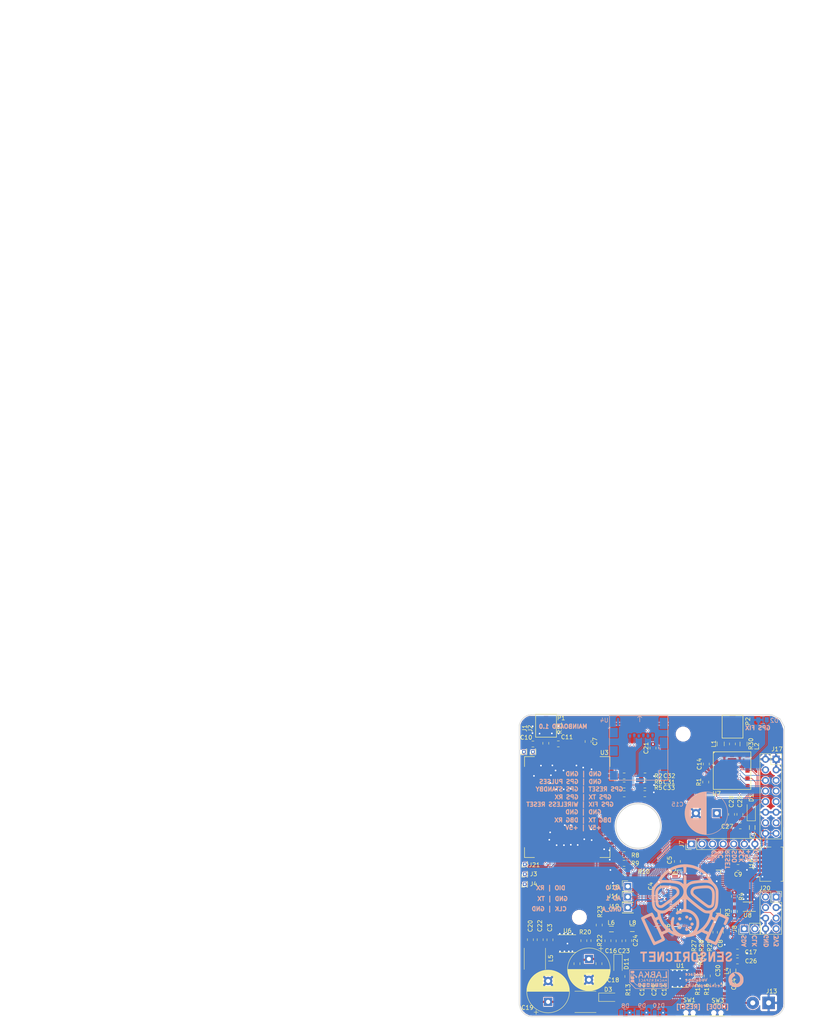
<source format=kicad_pcb>
(kicad_pcb (version 20171130) (host pcbnew 5.0.2+dfsg1-1~bpo9+1)
  (title_block (title "SENSORICNET mother board") (date 2019-02-20) (rev 1.0) (company "Labka z.s.") (comment 1 "created by i_a"))
  (layers (0 F.Cu signal) (31 B.Cu signal) (34 B.Paste user) (35 F.Paste user) (36 B.SilkS user) (37 F.SilkS user) (38 B.Mask user hide) (39 F.Mask user hide) (44 Edge.Cuts user))
  (net 0 "")
  (net 1 GND)
  (net 2 "Net-(C10-Pad2)")
  (net 3 +5V)
  (net 4 gps_standby)
  (net 5 gps_reset)
  (net 6 "Net-(D2-Pad2)")
  (net 7 "Net-(D3-Pad2)")
  (net 8 "Net-(J1-Pad1)")
  (net 9 "Net-(J2-Pad1)")
  (net 10 "Net-(J3-Pad1)")
  (net 11 "Net-(J4-Pad1)")
  (net 12 PM_SS)
  (net 13 PM_SDO)
  (net 14 PM_SDI)
  (net 15 PM_SCK)
  (net 16 SWD_CLK)
  (net 17 SWD_DIO)
  (net 18 gps_fix)
  (net 19 i2c_sda)
  (net 20 i2c_scl)
  (net 21 Rx)
  (net 22 Tx)
  (net 23 UART_GPS_RX)
  (net 24 UART_GPS_TX)
  (net 25 WIRELESS_reset)
  (net 26 gps_pulses)
  (net 27 "Net-(C11-Pad2)")
  (net 28 "Net-(R8-Pad2)")
  (net 29 "Net-(R10-Pad2)")
  (net 30 +3V3)
  (net 31 "Net-(U3-Pad42)")
  (net 32 "Net-(J11-Pad1)")
  (net 33 "Net-(J18-Pad1)")
  (net 34 "Net-(J19-Pad1)")
  (net 35 "Net-(C16-Pad1)")
  (net 36 "Net-(R16-Pad2)")
  (net 37 "Net-(R22-Pad2)")
  (net 38 "Net-(D8-Pad2)")
  (net 39 "Net-(D9-Pad2)")
  (net 40 "Net-(SW3-Pad1)")
  (net 41 "Net-(D10-Pad2)")
  (net 42 "Net-(R27-Pad1)")
  (net 43 "Net-(R28-Pad1)")
  (net 44 "Net-(R29-Pad1)")
  (net 45 USART_debug_tx)
  (net 46 USART_debug_rx)
  (net 47 RI)
  (net 48 NETLIGHT)
  (net 49 "Net-(C17-Pad1)")
  (net 50 OLED_D/C)
  (net 51 OLED_RESET)
  (net 52 OLED_CS)
  (net 53 "Net-(D3-Pad1)")
  (net 54 "Net-(L1-Pad1)")
  (net 55 "Net-(L2-Pad1)")
  (net 56 5V_enable)
  (net 57 "Net-(C30-Pad1)")
  (net 58 "Net-(R12-Pad2)")
  (net 59 "Net-(C20-Pad1)")
  (net 60 +6V)
  (net 61 "Net-(C23-Pad1)")
  (net 62 "Net-(R20-Pad1)")
  (net 63 "Net-(C21-Pad2)")
  (net 64 "Net-(C31-Pad2)")
  (net 65 "Net-(C32-Pad2)")
  (net 66 "Net-(C33-Pad2)")
  (net 67 "Net-(R2-Pad2)")
  (net 68 "Net-(R5-Pad2)")
  (net 69 "Net-(R6-Pad2)")
  (net 70 "Net-(SW1-Pad2)")
  (module SNPM:CP_Radial_D10.0mm_P5.00mm_bottom (layer F.Cu) (at 179.42052 77.40396 180)
    (fp_text reference C15 (at 9.4234 2.1336 180) (layer B.SilkS) (effects (justify mirror)))
    (fp_text value 470u)
    (pad 1 thru_hole rect (at 0 0 180) (size 2 2) (drill 1) (layers *.Cu *.Mask) (net 3 +5V))
    (pad 2 thru_hole circle (at 5 0 180) (size 2 2) (drill 1) (layers *.Cu *.Mask) (net 1 GND))
  )
  (module graphics:PCB_artwork (layer F.Cu) (at 164.68852 89.87536)
    (fp_text reference LOGO1 hide)
    (fp_text value LOGO hide)
  )
  (module SNPM:nanosimmm (layer F.Cu) (at 160.70072 63.48476)
    (fp_text reference U4 (at -8.255 -8.3566) (layer B.SilkS) (effects (justify mirror)))
    (fp_text value SIM)
    (pad "" smd rect (at 6 -7.62) (size 2 2.7) (layers B.Cu B.Paste B.Mask))
    (pad "" smd rect (at 6 4.85) (size 2 2.3) (layers B.Cu B.Paste B.Mask))
    (pad "" smd rect (at 6 -2.92) (size 2 2.7) (layers B.Cu B.Paste B.Mask))
    (pad "" smd rect (at -6 4.85) (size 2 2.3) (layers B.Cu B.Paste B.Mask))
    (pad "" smd rect (at -6 -1) (size 2 2.3) (layers B.Cu B.Paste B.Mask))
    (pad "" smd rect (at -6 -5.4) (size 2 2.3) (layers B.Cu B.Paste B.Mask))
    (pad 6 smd rect (at 3.33 -4.8) (size 0.6 0.8) (layers B.Cu B.Paste B.Mask) (net 63 "Net-(C21-Pad2)"))
    (pad 4 smd rect (at 1.13 -4.8) (size 0.6 0.8) (layers B.Cu B.Paste B.Mask) (net 66 "Net-(C33-Pad2)"))
    (pad 1 smd rect (at -2.11 -4.6) (size 0.6 0.8) (layers B.Cu B.Paste B.Mask) (net 64 "Net-(C31-Pad2)"))
    (pad 5 smd rect (at 2.23 -4.6) (size 0.6 0.8) (layers B.Cu B.Paste B.Mask) (net 31 "Net-(U3-Pad42)"))
    (pad 3 smd rect (at 0.03 -4.6) (size 0.6 0.8) (layers B.Cu B.Paste B.Mask))
    (pad 2 smd rect (at -1.055 -4.8) (size 0.6 0.8) (layers B.Cu B.Paste B.Mask) (net 65 "Net-(C32-Pad2)"))
    (pad "" smd rect (at -4.96 -7.92) (size 0.6 2) (layers B.Cu B.Paste B.Mask))
    (pad "" smd rect (at 0.33 6) (size 2 1) (layers B.Cu B.Paste B.Mask))
  )
  (module SNPM:TQFP-64_10x10mm_Pitch0.5mm (layer F.Cu) (at 175.133 96.2025)
    (fp_text reference U2 (at -6.35 -4.953) (layer F.SilkS))
    (fp_text value stm32f072)
    (pad 1 smd rect (at -5.7 -3.75) (size 1.4 0.3) (layers F.Cu F.Paste F.Mask))
    (pad 2 smd rect (at -5.7 -3.25) (size 1.4 0.3) (layers F.Cu F.Paste F.Mask) (net 47 RI))
    (pad 3 smd rect (at -5.7 -2.75) (size 1.4 0.3) (layers F.Cu F.Paste F.Mask) (net 48 NETLIGHT))
    (pad 4 smd rect (at -5.7 -2.25) (size 1.4 0.3) (layers F.Cu F.Paste F.Mask))
    (pad 5 smd rect (at -5.7 -1.75) (size 1.4 0.3) (layers F.Cu F.Paste F.Mask))
    (pad 6 smd rect (at -5.7 -1.25) (size 1.4 0.3) (layers F.Cu F.Paste F.Mask))
    (pad 7 smd rect (at -5.7 -0.75) (size 1.4 0.3) (layers F.Cu F.Paste F.Mask) (net 70 "Net-(SW1-Pad2)"))
    (pad 8 smd rect (at -5.7 -0.25) (size 1.4 0.3) (layers F.Cu F.Paste F.Mask) (net 33 "Net-(J18-Pad1)"))
    (pad 9 smd rect (at -5.7 0.25) (size 1.4 0.3) (layers F.Cu F.Paste F.Mask) (net 32 "Net-(J11-Pad1)"))
    (pad 10 smd rect (at -5.7 0.75) (size 1.4 0.3) (layers F.Cu F.Paste F.Mask) (net 26 gps_pulses))
    (pad 11 smd rect (at -5.7 1.25) (size 1.4 0.3) (layers F.Cu F.Paste F.Mask) (net 5 gps_reset))
    (pad 12 smd rect (at -5.7 1.75) (size 1.4 0.3) (layers F.Cu F.Paste F.Mask) (net 34 "Net-(J19-Pad1)"))
    (pad 13 smd rect (at -5.7 2.25) (size 1.4 0.3) (layers F.Cu F.Paste F.Mask) (net 30 +3V3))
    (pad 14 smd rect (at -5.7 2.75) (size 1.4 0.3) (layers F.Cu F.Paste F.Mask) (net 4 gps_standby))
    (pad 15 smd rect (at -5.7 3.25) (size 1.4 0.3) (layers F.Cu F.Paste F.Mask) (net 18 gps_fix))
    (pad 16 smd rect (at -5.7 3.75) (size 1.4 0.3) (layers F.Cu F.Paste F.Mask) (net 24 UART_GPS_TX))
    (pad 17 smd rect (at -3.75 5.7 90) (size 1.4 0.3) (layers F.Cu F.Paste F.Mask) (net 23 UART_GPS_RX))
    (pad 18 smd rect (at -3.25 5.7 90) (size 1.4 0.3) (layers F.Cu F.Paste F.Mask) (net 1 GND))
    (pad 19 smd rect (at -2.75 5.7 90) (size 1.4 0.3) (layers F.Cu F.Paste F.Mask) (net 30 +3V3))
    (pad 20 smd rect (at -2.25 5.7 90) (size 1.4 0.3) (layers F.Cu F.Paste F.Mask))
    (pad 21 smd rect (at -1.75 5.7 90) (size 1.4 0.3) (layers F.Cu F.Paste F.Mask))
    (pad 22 smd rect (at -1.25 5.7 90) (size 1.4 0.3) (layers F.Cu F.Paste F.Mask) (net 50 OLED_D/C))
    (pad 23 smd rect (at -0.75 5.7 90) (size 1.4 0.3) (layers F.Cu F.Paste F.Mask) (net 51 OLED_RESET))
    (pad 24 smd rect (at -0.25 5.7 90) (size 1.4 0.3) (layers F.Cu F.Paste F.Mask) (net 52 OLED_CS))
    (pad 25 smd rect (at 0.25 5.7 90) (size 1.4 0.3) (layers F.Cu F.Paste F.Mask) (net 56 5V_enable))
    (pad 26 smd rect (at 0.75 5.7 90) (size 1.4 0.3) (layers F.Cu F.Paste F.Mask) (net 42 "Net-(R27-Pad1)"))
    (pad 27 smd rect (at 1.25 5.7 90) (size 1.4 0.3) (layers F.Cu F.Paste F.Mask) (net 43 "Net-(R28-Pad1)"))
    (pad 28 smd rect (at 1.75 5.7 90) (size 1.4 0.3) (layers F.Cu F.Paste F.Mask) (net 44 "Net-(R29-Pad1)"))
    (pad 29 smd rect (at 2.25 5.7 90) (size 1.4 0.3) (layers F.Cu F.Paste F.Mask) (net 40 "Net-(SW3-Pad1)"))
    (pad 30 smd rect (at 2.75 5.7 90) (size 1.4 0.3) (layers F.Cu F.Paste F.Mask))
    (pad 31 smd rect (at 3.25 5.7 90) (size 1.4 0.3) (layers F.Cu F.Paste F.Mask) (net 1 GND))
    (pad 32 smd rect (at 3.75 5.7 90) (size 1.4 0.3) (layers F.Cu F.Paste F.Mask) (net 30 +3V3))
    (pad 33 smd rect (at 5.7 3.75) (size 1.4 0.3) (layers F.Cu F.Paste F.Mask))
    (pad 34 smd rect (at 5.7 3.25) (size 1.4 0.3) (layers F.Cu F.Paste F.Mask) (net 20 i2c_scl))
    (pad 35 smd rect (at 5.7 2.75) (size 1.4 0.3) (layers F.Cu F.Paste F.Mask) (net 19 i2c_sda))
    (pad 36 smd rect (at 5.7 2.25) (size 1.4 0.3) (layers F.Cu F.Paste F.Mask))
    (pad 37 smd rect (at 5.7 1.75) (size 1.4 0.3) (layers F.Cu F.Paste F.Mask))
    (pad 38 smd rect (at 5.7 1.25) (size 1.4 0.3) (layers F.Cu F.Paste F.Mask))
    (pad 39 smd rect (at 5.7 0.75) (size 1.4 0.3) (layers F.Cu F.Paste F.Mask))
    (pad 40 smd rect (at 5.7 0.25) (size 1.4 0.3) (layers F.Cu F.Paste F.Mask))
    (pad 41 smd rect (at 5.7 -0.25) (size 1.4 0.3) (layers F.Cu F.Paste F.Mask))
    (pad 42 smd rect (at 5.7 -0.75) (size 1.4 0.3) (layers F.Cu F.Paste F.Mask))
    (pad 43 smd rect (at 5.7 -1.25) (size 1.4 0.3) (layers F.Cu F.Paste F.Mask))
    (pad 44 smd rect (at 5.7 -1.75) (size 1.4 0.3) (layers F.Cu F.Paste F.Mask))
    (pad 45 smd rect (at 5.7 -2.25) (size 1.4 0.3) (layers F.Cu F.Paste F.Mask))
    (pad 46 smd rect (at 5.7 -2.75) (size 1.4 0.3) (layers F.Cu F.Paste F.Mask) (net 17 SWD_DIO))
    (pad 47 smd rect (at 5.7 -3.25) (size 1.4 0.3) (layers F.Cu F.Paste F.Mask) (net 1 GND))
    (pad 48 smd rect (at 5.7 -3.75) (size 1.4 0.3) (layers F.Cu F.Paste F.Mask) (net 30 +3V3))
    (pad 49 smd rect (at 3.75 -5.7 90) (size 1.4 0.3) (layers F.Cu F.Paste F.Mask) (net 16 SWD_CLK))
    (pad 50 smd rect (at 3.25 -5.7 90) (size 1.4 0.3) (layers F.Cu F.Paste F.Mask))
    (pad 51 smd rect (at 2.75 -5.7 90) (size 1.4 0.3) (layers F.Cu F.Paste F.Mask) (net 22 Tx))
    (pad 52 smd rect (at 2.25 -5.7 90) (size 1.4 0.3) (layers F.Cu F.Paste F.Mask) (net 21 Rx))
    (pad 53 smd rect (at 1.75 -5.7 90) (size 1.4 0.3) (layers F.Cu F.Paste F.Mask) (net 25 WIRELESS_reset))
    (pad 54 smd rect (at 1.25 -5.7 90) (size 1.4 0.3) (layers F.Cu F.Paste F.Mask) (net 12 PM_SS))
    (pad 55 smd rect (at 0.75 -5.7 90) (size 1.4 0.3) (layers F.Cu F.Paste F.Mask) (net 15 PM_SCK))
    (pad 56 smd rect (at 0.25 -5.7 90) (size 1.4 0.3) (layers F.Cu F.Paste F.Mask) (net 13 PM_SDO))
    (pad 57 smd rect (at -0.25 -5.7 90) (size 1.4 0.3) (layers F.Cu F.Paste F.Mask) (net 14 PM_SDI))
    (pad 58 smd rect (at -0.75 -5.7 90) (size 1.4 0.3) (layers F.Cu F.Paste F.Mask) (net 45 USART_debug_tx))
    (pad 59 smd rect (at -1.25 -5.7 90) (size 1.4 0.3) (layers F.Cu F.Paste F.Mask) (net 46 USART_debug_rx))
    (pad 60 smd rect (at -1.75 -5.7 90) (size 1.4 0.3) (layers F.Cu F.Paste F.Mask))
    (pad 61 smd rect (at -2.25 -5.7 90) (size 1.4 0.3) (layers F.Cu F.Paste F.Mask))
    (pad 62 smd rect (at -2.75 -5.7 90) (size 1.4 0.3) (layers F.Cu F.Paste F.Mask))
    (pad 63 smd rect (at -3.25 -5.7 90) (size 1.4 0.3) (layers F.Cu F.Paste F.Mask) (net 1 GND))
    (pad 64 smd rect (at -3.75 -5.7 90) (size 1.4 0.3) (layers F.Cu F.Paste F.Mask) (net 30 +3V3))
  )
  (module SNPM:Pin_Header_Straight_1x01_Pitch1.00mm (layer F.Cu) (at 133.1722 62.6872 90)
    (fp_text reference J1 (at 5.65404 0.17272 270) (layer F.SilkS))
    (fp_text value CONN_01X01)
    (pad 1 thru_hole rect (at 0 0 90) (size 0.85 0.85) (drill 0.5) (layers *.Cu *.Mask) (net 8 "Net-(J1-Pad1)"))
  )
  (module SNPM:Pin_Header_Straight_1x01_Pitch1.00mm (layer F.Cu) (at 135.3312 62.6872 90)
    (fp_text reference J2 (at 5.59562 -0.64008 270) (layer F.SilkS))
    (fp_text value CONN_01X01)
    (pad 1 thru_hole rect (at 0 0 90) (size 0.85 0.85) (drill 0.5) (layers *.Cu *.Mask) (net 9 "Net-(J2-Pad1)"))
  )
  (module SNPM:Pin_Header_Straight_1x01_Pitch1.00mm (layer F.Cu) (at 133.3754 92.0242 90)
    (fp_text reference J3 (at 0.03556 2.13868 180) (layer F.SilkS))
    (fp_text value CONN_01X01)
    (pad 1 thru_hole rect (at 0 0 90) (size 0.85 0.85) (drill 0.5) (layers *.Cu *.Mask) (net 10 "Net-(J3-Pad1)"))
  )
  (module SNPM:Pin_Header_Straight_1x01_Pitch1.00mm (layer F.Cu) (at 133.35 94.4372 90)
    (fp_text reference J4 (at 0.06858 2.16408 180) (layer F.SilkS))
    (fp_text value CONN_01X01)
    (pad 1 thru_hole rect (at 0 0 90) (size 0.85 0.85) (drill 0.5) (layers *.Cu *.Mask) (net 11 "Net-(J4-Pad1)"))
  )
  (module SNPM:MountingHole_3.2mm_M3_DIN965 (layer F.Cu) (at 146.47672 102.37216)
    (fp_text reference J5 hide)
    (fp_text value CONN_01X01)
    (pad 1 np_thru_hole circle (at 0 0) (size 3.2 3.2) (drill 3.2) (layers *.Cu *.Mask))
  )
  (module SNPM:MountingHole_3.2mm_M3_DIN965 (layer F.Cu) (at 171.36872 58.43016)
    (fp_text reference J6 hide)
    (fp_text value CONN_01X01)
    (pad 1 np_thru_hole circle (at 0 0) (size 3.2 3.2) (drill 3.2) (layers *.Cu *.Mask))
  )
  (module SNPM:SMD_0805 (layer F.Cu) (at 185.8518 60.8076 270)
    (fp_text reference L2 (at 0.54356 -3.16992 270) (layer F.SilkS))
    (fp_text value DNP)
    (pad 1 smd rect (at -1 0 270) (size 1 1.25) (layers F.Cu F.Paste F.Mask) (net 55 "Net-(L2-Pad1)"))
    (pad 2 smd rect (at 1 0 270) (size 1 1.25) (layers F.Cu F.Paste F.Mask) (net 1 GND))
  )
  (module SNPM:quectel_BC95 (layer F.Cu) (at 143.764 76.327)
    (fp_text reference U3 (at 8.70712 -13.45184) (layer F.SilkS))
    (fp_text value QUECTEL_BC95)
    (pad 62 smd rect (at -1.05 7.25) (size 1 1) (layers F.Cu F.Paste F.Mask) (net 1 GND))
    (pad 61 smd rect (at -2.75 7.25) (size 1 1) (layers F.Cu F.Paste F.Mask) (net 1 GND))
    (pad 81 smd rect (at -2.75 5.55) (size 1 1) (layers F.Cu F.Paste F.Mask) (net 1 GND))
    (pad 82 smd rect (at -1.05 5.55) (size 1 1) (layers F.Cu F.Paste F.Mask) (net 1 GND))
    (pad 73 smd rect (at -1.05 -8.05) (size 1 1) (layers F.Cu F.Paste F.Mask) (net 1 GND))
    (pad 93 smd rect (at -1.05 -6.35) (size 1 1) (layers F.Cu F.Paste F.Mask) (net 1 GND))
    (pad 74 smd rect (at -2.75 -8.05) (size 1 1) (layers F.Cu F.Paste F.Mask) (net 1 GND))
    (pad 94 smd rect (at -2.75 -6.35) (size 1 1) (layers F.Cu F.Paste F.Mask) (net 1 GND))
    (pad 60 smd rect (at -6.15 3.85) (size 1 1) (layers F.Cu F.Paste F.Mask) (net 1 GND))
    (pad 80 smd rect (at -4.45 3.85) (size 1 1) (layers F.Cu F.Paste F.Mask))
    (pad 59 smd rect (at -6.15 2.15) (size 1 1) (layers F.Cu F.Paste F.Mask) (net 1 GND))
    (pad 79 smd rect (at -4.45 2.15) (size 1 1) (layers F.Cu F.Paste F.Mask))
    (pad 58 smd rect (at -6.15 0.45) (size 1 1) (layers F.Cu F.Paste F.Mask))
    (pad 78 smd rect (at -4.45 0.45) (size 1 1) (layers F.Cu F.Paste F.Mask))
    (pad 57 smd rect (at -6.15 -1.25) (size 1 1) (layers F.Cu F.Paste F.Mask))
    (pad 77 smd rect (at -4.45 -1.25) (size 1 1) (layers F.Cu F.Paste F.Mask))
    (pad 56 smd rect (at -6.15 -2.95) (size 1 1) (layers F.Cu F.Paste F.Mask))
    (pad 76 smd rect (at -4.45 -2.95) (size 1 1) (layers F.Cu F.Paste F.Mask))
    (pad 55 smd rect (at -6.15 -4.65) (size 1 1) (layers F.Cu F.Paste F.Mask))
    (pad 27 smd oval (at 5.85 11.4) (size 0.75 2.5) (layers F.Cu F.Paste F.Mask))
    (pad 26 smd oval (at 4.75 11.4) (size 0.75 2.5) (layers F.Cu F.Paste F.Mask))
    (pad 25 smd oval (at 3.65 11.4) (size 0.75 2.5) (layers F.Cu F.Paste F.Mask))
    (pad 24 smd oval (at 2.55 11.4) (size 0.75 2.5) (layers F.Cu F.Paste F.Mask))
    (pad 23 smd oval (at 1.45 11.4) (size 0.75 2.5) (layers F.Cu F.Paste F.Mask))
    (pad 22 smd oval (at 0.35 11.4) (size 0.75 2.5) (layers F.Cu F.Paste F.Mask))
    (pad 21 smd oval (at -2.15 11.4) (size 0.75 2.5) (layers F.Cu F.Paste F.Mask))
    (pad 20 smd oval (at -3.25 11.4) (size 0.75 2.5) (layers F.Cu F.Paste F.Mask) (net 11 "Net-(J4-Pad1)"))
    (pad 19 smd oval (at -4.35 11.4) (size 0.75 2.5) (layers F.Cu F.Paste F.Mask) (net 10 "Net-(J3-Pad1)"))
    (pad 18 smd oval (at -5.45 11.4) (size 0.75 2.5) (layers F.Cu F.Paste F.Mask) (net 48 NETLIGHT))
    (pad 17 smd oval (at -6.55 11.4) (size 0.75 2.5) (layers F.Cu F.Paste F.Mask))
    (pad 28 smd oval (at 9.75 8.3) (size 2.5 0.75) (layers F.Cu F.Paste F.Mask))
    (pad 29 smd oval (at 9.75 7.2) (size 2.5 0.75) (layers F.Cu F.Paste F.Mask) (net 29 "Net-(R10-Pad2)"))
    (pad 30 smd oval (at 9.75 6.1) (size 2.5 0.75) (layers F.Cu F.Paste F.Mask) (net 28 "Net-(R8-Pad2)"))
    (pad 31 smd oval (at 9.75 5) (size 2.5 0.75) (layers F.Cu F.Paste F.Mask))
    (pad 32 smd oval (at 9.75 3.9) (size 2.5 0.75) (layers F.Cu F.Paste F.Mask))
    (pad 33 smd oval (at 9.75 2.8) (size 2.5 0.75) (layers F.Cu F.Paste F.Mask))
    (pad 34 smd oval (at 9.75 1.7) (size 2.5 0.75) (layers F.Cu F.Paste F.Mask) (net 47 RI))
    (pad 35 smd oval (at 9.75 -0.2) (size 2.5 0.75) (layers F.Cu F.Paste F.Mask))
    (pad 36 smd oval (at 9.75 -1.3) (size 2.5 0.75) (layers F.Cu F.Paste F.Mask))
    (pad 37 smd oval (at 9.75 -2.4) (size 2.5 0.75) (layers F.Cu F.Paste F.Mask))
    (pad 38 smd oval (at 9.75 -3.5) (size 2.5 0.75) (layers F.Cu F.Paste F.Mask) (net 63 "Net-(C21-Pad2)"))
    (pad 39 smd oval (at 9.75 -4.6) (size 2.5 0.75) (layers F.Cu F.Paste F.Mask) (net 68 "Net-(R5-Pad2)"))
    (pad 40 smd oval (at 9.75 -5.7) (size 2.5 0.75) (layers F.Cu F.Paste F.Mask) (net 69 "Net-(R6-Pad2)"))
    (pad 41 smd oval (at 9.75 -6.8) (size 2.5 0.75) (layers F.Cu F.Paste F.Mask) (net 67 "Net-(R2-Pad2)"))
    (pad 42 smd oval (at 9.75 -7.9) (size 2.5 0.75) (layers F.Cu F.Paste F.Mask) (net 31 "Net-(U3-Pad42)"))
    (pad 43 smd oval (at 9.75 -9) (size 2.5 0.75) (layers F.Cu F.Paste F.Mask) (net 1 GND))
    (pad 54 smd oval (at -6.55 -12.2) (size 0.75 2.5) (layers F.Cu F.Paste F.Mask) (net 1 GND))
    (pad 53 smd oval (at -5.45 -12.2) (size 0.75 2.5) (layers F.Cu F.Paste F.Mask) (net 2 "Net-(C10-Pad2)"))
    (pad 52 smd oval (at -4.35 -12.2) (size 0.75 2.5) (layers F.Cu F.Paste F.Mask) (net 1 GND))
    (pad 51 smd oval (at -3.25 -12.2) (size 0.75 2.5) (layers F.Cu F.Paste F.Mask) (net 1 GND))
    (pad 50 smd oval (at -2.15 -12.2) (size 0.75 2.5) (layers F.Cu F.Paste F.Mask))
    (pad 49 smd oval (at 0.35 -12.2) (size 0.75 2.5) (layers F.Cu F.Paste F.Mask))
    (pad 48 smd oval (at 1.45 -12.2) (size 0.75 2.5) (layers F.Cu F.Paste F.Mask) (net 1 GND))
    (pad 47 smd oval (at 2.55 -12.2) (size 0.75 2.5) (layers F.Cu F.Paste F.Mask) (net 1 GND))
    (pad 46 smd oval (at 3.65 -12.2) (size 0.75 2.5) (layers F.Cu F.Paste F.Mask) (net 30 +3V3))
    (pad 45 smd oval (at 4.75 -12.2) (size 0.75 2.5) (layers F.Cu F.Paste F.Mask) (net 30 +3V3))
    (pad 44 smd oval (at 5.85 -12.2) (size 0.75 2.5) (layers F.Cu F.Paste F.Mask))
    (pad 1 smd oval (at -10.15 -9) (size 2.5 0.75) (layers F.Cu F.Paste F.Mask))
    (pad 2 smd oval (at -10.15 -7.9) (size 2.5 0.75) (layers F.Cu F.Paste F.Mask) (net 1 GND))
    (pad 3 smd oval (at -10.15 -6.8) (size 2.5 0.75) (layers F.Cu F.Paste F.Mask) (net 8 "Net-(J1-Pad1)"))
    (pad 4 smd oval (at -10.15 -5.7) (size 2.5 0.75) (layers F.Cu F.Paste F.Mask) (net 9 "Net-(J2-Pad1)"))
    (pad 5 smd oval (at -10.15 -4.6) (size 2.5 0.75) (layers F.Cu F.Paste F.Mask))
    (pad 6 smd oval (at -10.15 -3.5) (size 2.5 0.75) (layers F.Cu F.Paste F.Mask))
    (pad 7 smd oval (at -10.15 -2.4) (size 2.5 0.75) (layers F.Cu F.Paste F.Mask))
    (pad 8 smd oval (at -10.15 -1.3) (size 2.5 0.75) (layers F.Cu F.Paste F.Mask))
    (pad 9 smd oval (at -10.15 -0.2) (size 2.5 0.75) (layers F.Cu F.Paste F.Mask))
    (pad 10 smd oval (at -10.15 1.7) (size 2.5 0.75) (layers F.Cu F.Paste F.Mask))
    (pad 11 smd oval (at -10.15 2.8) (size 2.5 0.75) (layers F.Cu F.Paste F.Mask))
    (pad 12 smd oval (at -10.15 3.9) (size 2.5 0.75) (layers F.Cu F.Paste F.Mask))
    (pad 13 smd oval (at -10.15 5) (size 2.5 0.75) (layers F.Cu F.Paste F.Mask))
    (pad 14 smd oval (at -10.15 6.1) (size 2.5 0.75) (layers F.Cu F.Paste F.Mask))
    (pad 15 smd oval (at -10.15 7.2) (size 2.5 0.75) (layers F.Cu F.Paste F.Mask) (net 25 WIRELESS_reset))
    (pad 16 smd oval (at -10.15 8.3) (size 2.5 0.75) (layers F.Cu F.Paste F.Mask))
    (pad 90 smd rect (at 4.05 -4.65) (size 1 1) (layers F.Cu F.Paste F.Mask))
    (pad 70 smd rect (at 5.75 -4.65) (size 1 1) (layers F.Cu F.Paste F.Mask))
    (pad 89 smd rect (at 4.05 -2.95) (size 1 1) (layers F.Cu F.Paste F.Mask))
    (pad 69 smd rect (at 5.75 -2.95) (size 1 1) (layers F.Cu F.Paste F.Mask))
    (pad 88 smd rect (at 4.05 -1.25) (size 1 1) (layers F.Cu F.Paste F.Mask))
    (pad 68 smd rect (at 5.75 -1.25) (size 1 1) (layers F.Cu F.Paste F.Mask))
    (pad 87 smd rect (at 4.05 0.45) (size 1 1) (layers F.Cu F.Paste F.Mask))
    (pad 67 smd rect (at 5.75 0.45) (size 1 1) (layers F.Cu F.Paste F.Mask))
    (pad 86 smd rect (at 4.05 2.15) (size 1 1) (layers F.Cu F.Paste F.Mask))
    (pad 66 smd rect (at 5.75 2.15) (size 1 1) (layers F.Cu F.Paste F.Mask) (net 1 GND))
    (pad 85 smd rect (at 4.05 3.85) (size 1 1) (layers F.Cu F.Paste F.Mask))
    (pad 65 smd rect (at 5.75 3.85) (size 1 1) (layers F.Cu F.Paste F.Mask) (net 1 GND))
    (pad 91 smd rect (at 2.35 -6.35) (size 1 1) (layers F.Cu F.Paste F.Mask))
    (pad 71 smd rect (at 2.35 -8.05) (size 1 1) (layers F.Cu F.Paste F.Mask) (net 1 GND))
    (pad 92 smd rect (at 0.65 -6.35) (size 1 1) (layers F.Cu F.Paste F.Mask) (net 1 GND))
    (pad 72 smd rect (at 0.65 -8.05) (size 1 1) (layers F.Cu F.Paste F.Mask) (net 1 GND))
    (pad 83 smd rect (at 0.65 5.55) (size 1 1) (layers F.Cu F.Paste F.Mask) (net 1 GND))
    (pad 84 smd rect (at 2.35 5.55) (size 1 1) (layers F.Cu F.Paste F.Mask))
    (pad 64 smd rect (at 2.35 7.25) (size 1 1) (layers F.Cu F.Paste F.Mask) (net 1 GND))
    (pad 63 smd rect (at 0.65 7.25) (size 1 1) (layers F.Cu F.Paste F.Mask) (net 1 GND))
    (pad 75 smd rect (at -4.45 -4.65) (size 1 1) (layers F.Cu F.Paste F.Mask))
  )
  (module SNPM:M10578 (layer F.Cu) (at 179.39512 63.48476)
    (fp_text reference U7 (at 0 9.2202) (layer F.SilkS))
    (fp_text value M10578-A2)
    (pad 1 smd oval (at 0 0) (size 1 1) (layers F.Cu F.Paste F.Mask) (net 1 GND))
    (pad 2 smd rect (at 1.85 0) (size 1 1) (layers F.Cu F.Paste F.Mask) (net 1 GND))
    (pad 3 smd rect (at 3.7 0) (size 1 1) (layers F.Cu F.Paste F.Mask) (net 54 "Net-(L1-Pad1)"))
    (pad 5 smd rect (at 7.4 0) (size 1 1) (layers F.Cu F.Paste F.Mask) (net 1 GND))
    (pad 4 smd rect (at 5.55 0) (size 1 1) (layers F.Cu F.Paste F.Mask) (net 1 GND))
    (pad 6 smd rect (at 7.4 1.85) (size 1 1) (layers F.Cu F.Paste F.Mask) (net 26 gps_pulses))
    (pad 7 smd rect (at 7.4 3.7) (size 1 1) (layers F.Cu F.Paste F.Mask) (net 5 gps_reset))
    (pad 8 smd rect (at 7.4 5.55) (size 1 1) (layers F.Cu F.Paste F.Mask) (net 4 gps_standby))
    (pad 9 smd rect (at 7.4 7.4) (size 1 1) (layers F.Cu F.Paste F.Mask) (net 24 UART_GPS_TX))
    (pad 10 smd rect (at 5.55 7.4) (size 1 1) (layers F.Cu F.Paste F.Mask) (net 23 UART_GPS_RX))
    (pad 11 smd rect (at 3.7 7.4) (size 1 1) (layers F.Cu F.Paste F.Mask))
    (pad 12 smd rect (at 1.85 7.4) (size 1 1) (layers F.Cu F.Paste F.Mask))
    (pad 13 smd rect (at 0 7.4) (size 1 1) (layers F.Cu F.Paste F.Mask) (net 18 gps_fix))
    (pad 14 smd rect (at 0 5.55) (size 1 1) (layers F.Cu F.Paste F.Mask) (net 30 +3V3))
    (pad 15 smd rect (at 0 3.7) (size 1 1) (layers F.Cu F.Paste F.Mask) (net 30 +3V3))
    (pad 16 smd rect (at 0 1.85) (size 1 1) (layers F.Cu F.Paste F.Mask) (net 1 GND))
  )
  (module SNPM:Pin_Header_Straight_1x01_Pitch2.54mm (layer F.Cu) (at 158.08452 97.46996)
    (fp_text reference J11 (at -3.4544 -0.17018) (layer F.SilkS))
    (fp_text value CONN_01X01)
    (pad 1 thru_hole rect (at 0 0) (size 1.7 1.7) (drill 1) (layers *.Cu *.Mask) (net 32 "Net-(J11-Pad1)"))
  )
  (module SNPM:Pin_Header_Straight_1x01_Pitch2.54mm (layer F.Cu) (at 158.09722 94.94266)
    (fp_text reference J18 (at -3.33756 0.18542) (layer F.SilkS))
    (fp_text value CONN_01X01)
    (pad 1 thru_hole rect (at 0 0) (size 1.7 1.7) (drill 1) (layers *.Cu *.Mask) (net 33 "Net-(J18-Pad1)"))
  )
  (module SNPM:Pin_Header_Straight_1x01_Pitch2.54mm (layer F.Cu) (at 158.08452 100.00996)
    (fp_text reference J19 (at -3.41376 -0.254) (layer F.SilkS))
    (fp_text value CONN_01X01)
    (pad 1 thru_hole rect (at 0 0) (size 1.7 1.7) (drill 1) (layers *.Cu *.Mask) (net 34 "Net-(J19-Pad1)"))
  )
  (module SNPM:Pin_Header_Straight_1x01_Pitch1.00mm (layer F.Cu) (at 133.3754 89.662 90)
    (fp_text reference J21 (at -0.14224 2.33426 180) (layer F.SilkS))
    (fp_text value CONN_01X01)
    (pad 1 thru_hole rect (at 0 0 90) (size 0.85 0.85) (drill 0.5) (layers *.Cu *.Mask) (net 25 WIRELESS_reset))
  )
  (module SNPM:SMD_0805 (layer F.Cu) (at 180.3654 60.7822 90)
    (fp_text reference L1 (at 0.0254 -1.66624 90) (layer F.SilkS))
    (fp_text value DNP)
    (pad 1 smd rect (at -1 0 90) (size 1 1.25) (layers F.Cu F.Paste F.Mask) (net 54 "Net-(L1-Pad1)"))
    (pad 2 smd rect (at 1 0 90) (size 1 1.25) (layers F.Cu F.Paste F.Mask) (net 1 GND))
  )
  (module Resistors_SMD:R_0603 (layer F.Cu) (at 183.33212 115.22456 270)
    (fp_text reference L4 (at 0 1.5367 270) (layer F.SilkS))
    (fp_text value FBMH1608HL601-T)
    (pad 1 smd rect (at -0.75 0 270) (size 0.5 0.9) (layers F.Cu F.Paste F.Mask) (net 49 "Net-(C17-Pad1)"))
    (pad 2 smd rect (at 0.75 0 270) (size 0.5 0.9) (layers F.Cu F.Paste F.Mask) (net 57 "Net-(C30-Pad1)"))
  )
  (module Resistors_SMD:R_0603 (layer F.Cu) (at 154.16022 105.16616 180)
    (fp_text reference L6 (at 0.0635 1.524 180) (layer F.SilkS))
    (fp_text value FBMH1608HL601-T)
    (pad 1 smd rect (at -0.75 0 180) (size 0.5 0.9) (layers F.Cu F.Paste F.Mask) (net 61 "Net-(C23-Pad1)"))
    (pad 2 smd rect (at 0.75 0 180) (size 0.5 0.9) (layers F.Cu F.Paste F.Mask) (net 35 "Net-(C16-Pad1)"))
  )
  (module Resistors_SMD:R_0603 (layer F.Cu) (at 187.92952 80.83296 270)
    (fp_text reference L7 (at 1.9558 -0.127) (layer F.SilkS))
    (fp_text value FBMH1608HL601-T)
    (pad 1 smd rect (at -0.75 0 270) (size 0.5 0.9) (layers F.Cu F.Paste F.Mask) (net 3 +5V))
    (pad 2 smd rect (at 0.75 0 270) (size 0.5 0.9) (layers F.Cu F.Paste F.Mask) (net 49 "Net-(C17-Pad1)"))
  )
  (module SNPM:SMD_0805_bottom (layer F.Cu) (at 190.40272 55.02656)
    (fp_text reference D2 (at 2.81 0.1651) (layer B.SilkS) (effects (justify mirror)))
    (fp_text value "LED GREEN")
    (pad 1 smd rect (at -1 0) (size 1 1.25) (layers B.Cu B.Paste B.Mask) (net 1 GND))
    (pad 2 smd rect (at 1 0) (size 1 1.25) (layers B.Cu B.Paste B.Mask) (net 6 "Net-(D2-Pad2)"))
  )
  (module SNPM:SMD_0805_bottom (layer F.Cu) (at 157.51632 125.20676 180)
    (fp_text reference D8 (at 0.016 1.6002 180) (layer B.SilkS) (effects (justify mirror)))
    (fp_text value "LED RED")
    (pad 1 smd rect (at -1 0 180) (size 1 1.25) (layers B.Cu B.Paste B.Mask) (net 1 GND))
    (pad 2 smd rect (at 1 0 180) (size 1 1.25) (layers B.Cu B.Paste B.Mask) (net 38 "Net-(D8-Pad2)"))
  )
  (module SNPM:SMD_0805_bottom (layer F.Cu) (at 161.55492 125.20676 180)
    (fp_text reference D9 (at 0.0668 1.6256) (layer B.SilkS) (effects (justify mirror)))
    (fp_text value "LED YELLOW")
    (pad 1 smd rect (at -1 0 180) (size 1 1.25) (layers B.Cu B.Paste B.Mask) (net 1 GND))
    (pad 2 smd rect (at 1 0 180) (size 1 1.25) (layers B.Cu B.Paste B.Mask) (net 39 "Net-(D9-Pad2)"))
  )
  (module SNPM:SMD_0805_bottom (layer F.Cu) (at 165.54272 125.23216 180)
    (fp_text reference D10 (at 0.016 1.7018 180) (layer B.SilkS) (effects (justify mirror)))
    (fp_text value "LED GREEN")
    (pad 1 smd rect (at -1 0 180) (size 1 1.25) (layers B.Cu B.Paste B.Mask) (net 1 GND))
    (pad 2 smd rect (at 1 0 180) (size 1 1.25) (layers B.Cu B.Paste B.Mask) (net 41 "Net-(D10-Pad2)"))
  )
  (module Resistors_SMD:R_0603 (layer F.Cu) (at 159.17672 105.10266 180)
    (fp_text reference L8 (at -0.0508 1.4351 180) (layer F.SilkS))
    (fp_text value FBMH1608HL601-T)
    (pad 1 smd rect (at -0.75 0 180) (size 0.5 0.9) (layers F.Cu F.Paste F.Mask) (net 30 +3V3))
    (pad 2 smd rect (at 0.75 0 180) (size 0.5 0.9) (layers F.Cu F.Paste F.Mask) (net 61 "Net-(C23-Pad1)"))
  )
  (module SNPM:Antenna_conn (layer F.Cu) (at 138.4808 55.6768 270)
    (fp_text reference P1 (at -1.0795 -3.62966) (layer F.SilkS))
    (fp_text value SMA_mini hide)
    (pad 1 smd rect (at 0 1.5 270) (size 2.2 1) (layers F.Cu F.Paste F.Mask) (net 1 GND))
    (pad 2 smd rect (at 2 0 270) (size 1.4 1) (layers F.Cu F.Paste F.Mask) (net 27 "Net-(C11-Pad2)"))
    (pad 3 smd rect (at 0 -1.5 270) (size 2.2 1) (layers F.Cu F.Paste F.Mask) (net 1 GND))
  )
  (module SNPM:Antenna_conn (layer F.Cu) (at 183.20512 55.89016 270)
    (fp_text reference P2 (at -0.53848 -3.70078 270) (layer F.SilkS))
    (fp_text value SMA_mini hide)
    (pad 1 smd rect (at 0 1.5 270) (size 2.2 1) (layers F.Cu F.Paste F.Mask) (net 1 GND))
    (pad 2 smd rect (at 2 0 270) (size 1.4 1) (layers F.Cu F.Paste F.Mask) (net 55 "Net-(L2-Pad1)"))
    (pad 3 smd rect (at 0 -1.5 270) (size 2.2 1) (layers F.Cu F.Paste F.Mask) (net 1 GND))
  )
  (module SNPM:edge_switch (layer F.Cu) (at 172.84192 124.25756 180)
    (fp_text reference SW1 (at 0 2.0574) (layer F.SilkS))
    (fp_text value SW_DPST hide)
    (pad "" np_thru_hole circle (at -0.9 -1 180) (size 0.9 0.9) (drill 0.9) (layers *.Cu *.Mask))
    (pad "" np_thru_hole circle (at 0.8 -1 180) (size 0.9 0.9) (drill 0.9) (layers *.Cu *.Mask))
    (pad 4 smd rect (at -2.3 -1 180) (size 0.9 1.2) (layers F.Cu F.Paste F.Mask) (net 1 GND))
    (pad 3 smd rect (at 2.2 -1 180) (size 0.9 1.2) (layers F.Cu F.Paste F.Mask) (net 1 GND))
    (pad 1 smd rect (at -1.7 0.5 180) (size 1.2 1.4) (layers F.Cu F.Paste F.Mask) (net 1 GND))
    (pad 2 smd rect (at 1.6 0.5 180) (size 1.2 1.4) (layers F.Cu F.Paste F.Mask) (net 70 "Net-(SW1-Pad2)"))
  )
  (module SNPM:edge_switch (layer F.Cu) (at 179.5145 124.2695 180)
    (fp_text reference SW3 (at -0.16002 1.98374) (layer F.SilkS))
    (fp_text value SW_DPST hide)
    (pad "" np_thru_hole circle (at -0.9 -1 180) (size 0.9 0.9) (drill 0.9) (layers *.Cu *.Mask))
    (pad "" np_thru_hole circle (at 0.8 -1 180) (size 0.9 0.9) (drill 0.9) (layers *.Cu *.Mask))
    (pad 4 smd rect (at -2.3 -1 180) (size 0.9 1.2) (layers F.Cu F.Paste F.Mask) (net 1 GND))
    (pad 3 smd rect (at 2.2 -1 180) (size 0.9 1.2) (layers F.Cu F.Paste F.Mask) (net 1 GND))
    (pad 1 smd rect (at -1.7 0.5 180) (size 1.2 1.4) (layers F.Cu F.Paste F.Mask) (net 40 "Net-(SW3-Pad1)"))
    (pad 2 smd rect (at 1.6 0.5 180) (size 1.2 1.4) (layers F.Cu F.Paste F.Mask) (net 1 GND))
  )
  (module Capacitor_SMD:C_0805_2012Metric (layer F.Cu) (at 184.39892 110.70336)
    (fp_text reference C17 (at 3.1877 0) (layer F.SilkS))
    (fp_text value 100n)
    (pad 2 smd roundrect (at 0.9375 0) (size 0.975 1.4) (layers F.Cu F.Paste F.Mask) (net 1 GND))
    (pad 1 smd roundrect (at -0.9375 0) (size 0.975 1.4) (layers F.Cu F.Paste F.Mask) (net 49 "Net-(C17-Pad1)"))
  )
  (module Resistor_SMD:R_0805_2012Metric (layer F.Cu) (at 183.17972 60.79236 270)
    (fp_text reference R30 (at -0.0254 -4.445 270) (layer F.SilkS))
    (fp_text value 0R)
    (pad 1 smd roundrect (at -0.9375 0 270) (size 0.975 1.4) (layers F.Cu F.Paste F.Mask) (net 55 "Net-(L2-Pad1)"))
    (pad 2 smd roundrect (at 0.9375 0 270) (size 0.975 1.4) (layers F.Cu F.Paste F.Mask) (net 54 "Net-(L1-Pad1)"))
  )
  (module Capacitor_SMD:C_0805_2012Metric (layer F.Cu) (at 182.97652 77.68336 90)
    (fp_text reference C28 (at 3.0503 -0.0254 90) (layer F.SilkS))
    (fp_text value 22p)
    (pad 1 smd roundrect (at -0.9375 0 90) (size 0.975 1.4) (layers F.Cu F.Paste F.Mask) (net 3 +5V))
    (pad 2 smd roundrect (at 0.9375 0 90) (size 0.975 1.4) (layers F.Cu F.Paste F.Mask) (net 1 GND))
  )
  (module Capacitor_SMD:C_0805_2012Metric (layer F.Cu) (at 184.37582 112.81156)
    (fp_text reference C26 (at 3.2639 0.0381) (layer F.SilkS))
    (fp_text value 1n)
    (pad 1 smd roundrect (at -0.9375 0) (size 0.975 1.4) (layers F.Cu F.Paste F.Mask) (net 49 "Net-(C17-Pad1)"))
    (pad 2 smd roundrect (at 0.9375 0) (size 0.975 1.4) (layers F.Cu F.Paste F.Mask) (net 1 GND))
  )
  (module Capacitor_SMD:C_0805_2012Metric (layer F.Cu) (at 185.05932 80.42656 180)
    (fp_text reference C27 (at 3.1242 -0.1524 180) (layer F.SilkS))
    (fp_text value 1n)
    (pad 2 smd roundrect (at 0.9375 0 180) (size 0.975 1.4) (layers F.Cu F.Paste F.Mask) (net 1 GND))
    (pad 1 smd roundrect (at -0.9375 0 180) (size 0.975 1.4) (layers F.Cu F.Paste F.Mask) (net 3 +5V))
  )
  (module Connector_Wire:SolderWirePad_1x02_P3.81mm_Drill1.2mm (layer F.Cu) (at 191.86652 122.86996 180)
    (fp_text reference J13 (at -0.7112 2.794 180) (layer F.SilkS))
    (fp_text value Conn_01x02_Female)
    (pad 1 thru_hole rect (at 0 0 180) (size 2.99974 2.99974) (drill 1.19888) (layers *.Cu *.Mask) (net 1 GND))
    (pad 2 thru_hole circle (at 3.81 0 180) (size 2.99974 2.99974) (drill 1.19888) (layers *.Cu *.Mask) (net 7 "Net-(D3-Pad2)"))
  )
  (module Capacitor_SMD:C_0805_2012Metric (layer F.Cu) (at 179.75072 118.35916 270)
    (fp_text reference C30 (at -3.2108 0.0254 270) (layer F.SilkS))
    (fp_text value 47u)
    (pad 1 smd roundrect (at -0.9375 0 270) (size 0.975 1.4) (layers F.Cu F.Paste F.Mask) (net 57 "Net-(C30-Pad1)"))
    (pad 2 smd roundrect (at 0.9375 0 270) (size 0.975 1.4) (layers F.Cu F.Paste F.Mask) (net 1 GND))
  )
  (module Package_DFN_QFN:DFN-8-1EP_4x4mm_P0.8mm_EP2.39x2.21mm (layer F.Cu) (at 170.67022 117.04066)
    (fp_text reference U1 (at 0 -3.075) (layer F.SilkS))
    (fp_text value NCP59152)
    (pad 1 smd rect (at -1.835 -1.2) (size 0.63 0.35) (layers F.Cu F.Paste F.Mask) (net 1 GND))
    (pad 2 smd rect (at -1.835 -0.4) (size 0.63 0.35) (layers F.Cu F.Paste F.Mask) (net 56 5V_enable))
    (pad 3 smd rect (at -1.835 0.4) (size 0.63 0.35) (layers F.Cu F.Paste F.Mask) (net 60 +6V))
    (pad 4 smd rect (at -1.835 1.2) (size 0.63 0.35) (layers F.Cu F.Paste F.Mask))
    (pad 5 smd rect (at 1.835 1.2) (size 0.63 0.35) (layers F.Cu F.Paste F.Mask))
    (pad 6 smd rect (at 1.835 0.4) (size 0.63 0.35) (layers F.Cu F.Paste F.Mask) (net 57 "Net-(C30-Pad1)"))
    (pad 7 smd rect (at 1.835 -0.4) (size 0.63 0.35) (layers F.Cu F.Paste F.Mask) (net 36 "Net-(R16-Pad2)"))
    (pad 8 smd rect (at 1.835 -1.2) (size 0.63 0.35) (layers F.Cu F.Paste F.Mask) (net 58 "Net-(R12-Pad2)"))
    (pad 9 smd rect (at 0 0) (size 2.39 2.21) (layers F.Cu F.Mask) (net 1 GND))
  )
  (module Capacitor_SMD:C_0805_2012Metric (layer F.Cu) (at 164.19322 116.65966 90)
    (fp_text reference C29 (at -3.1623 0.2159 90) (layer F.SilkS))
    (fp_text value 1n)
    (pad 1 smd roundrect (at -0.9375 0 90) (size 0.975 1.4) (layers F.Cu F.Paste F.Mask) (net 60 +6V))
    (pad 2 smd roundrect (at 0.9375 0 90) (size 0.975 1.4) (layers F.Cu F.Paste F.Mask) (net 1 GND))
  )
  (module Capacitor_SMD:C_0805_2012Metric (layer F.Cu) (at 184.98312 77.68336 90)
    (fp_text reference C25 (at 3.1011 0 90) (layer F.SilkS))
    (fp_text value 100n)
    (pad 1 smd roundrect (at -0.9375 0 90) (size 0.975 1.4) (layers F.Cu F.Paste F.Mask) (net 3 +5V))
    (pad 2 smd roundrect (at 0.9375 0 90) (size 0.975 1.4) (layers F.Cu F.Paste F.Mask) (net 1 GND))
  )
  (module Diode_SMD:D_SOD-123 (layer F.Cu) (at 187.70092 76.97216 90)
    (fp_text reference D1 (at 3.2268 0.0254 90) (layer F.SilkS))
    (fp_text value PTVS3V3S1UR,115)
    (pad 1 smd rect (at -1.65 0 90) (size 0.9 1.2) (layers F.Cu F.Paste F.Mask) (net 3 +5V))
    (pad 2 smd rect (at 1.65 0 90) (size 0.9 1.2) (layers F.Cu F.Paste F.Mask) (net 1 GND))
  )
  (module Capacitor_SMD:C_0805_2012Metric (layer F.Cu) (at 145.90522 113.48466 270)
    (fp_text reference C1 (at 2.5273 -0.0381 270) (layer F.SilkS))
    (fp_text value 100n)
    (pad 2 smd roundrect (at 0.9375 0 270) (size 0.975 1.4) (layers F.Cu F.Paste F.Mask) (net 1 GND))
    (pad 1 smd roundrect (at -0.9375 0 270) (size 0.975 1.4) (layers F.Cu F.Paste F.Mask) (net 30 +3V3))
  )
  (module Capacitor_SMD:C_0805_2012Metric (layer F.Cu) (at 151.17572 113.48466 270)
    (fp_text reference C2 (at 2.7305 0.0508 270) (layer F.SilkS))
    (fp_text value 22p)
    (pad 1 smd roundrect (at -0.9375 0 270) (size 0.975 1.4) (layers F.Cu F.Paste F.Mask) (net 30 +3V3))
    (pad 2 smd roundrect (at 0.9375 0 270) (size 0.975 1.4) (layers F.Cu F.Paste F.Mask) (net 1 GND))
  )
  (module Capacitor_SMD:C_0805_2012Metric (layer F.Cu) (at 165.22192 94.8944 90)
    (fp_text reference C4 (at 0 -1.65 90) (layer F.SilkS))
    (fp_text value 100n)
    (pad 1 smd roundrect (at -0.9375 0 90) (size 0.975 1.4) (layers F.Cu F.Paste F.Mask) (net 30 +3V3))
    (pad 2 smd roundrect (at 0.9375 0 90) (size 0.975 1.4) (layers F.Cu F.Paste F.Mask) (net 1 GND))
  )
  (module Capacitor_SMD:C_0805_2012Metric (layer F.Cu) (at 169.9895 88.9635 270)
    (fp_text reference C5 (at -0.30734 1.87198 270) (layer F.SilkS))
    (fp_text value 100n)
    (pad 1 smd roundrect (at -0.9375 0 270) (size 0.975 1.4) (layers F.Cu F.Paste F.Mask) (net 1 GND))
    (pad 2 smd roundrect (at 0.9375 0 270) (size 0.975 1.4) (layers F.Cu F.Paste F.Mask) (net 30 +3V3))
  )
  (module Capacitor_SMD:C_0805_2012Metric (layer F.Cu) (at 169.38752 104.93526 270)
    (fp_text reference C6 (at -0.0993 1.651 270) (layer F.SilkS))
    (fp_text value 100n)
    (pad 1 smd roundrect (at -0.9375 0 270) (size 0.975 1.4) (layers F.Cu F.Paste F.Mask) (net 30 +3V3))
    (pad 2 smd roundrect (at 0.9375 0 270) (size 0.975 1.4) (layers F.Cu F.Paste F.Mask) (net 1 GND))
  )
  (module Capacitor_SMD:C_0805_2012Metric (layer F.Cu) (at 148.57222 60.20816 270)
    (fp_text reference C7 (at 0 -1.65 270) (layer F.SilkS))
    (fp_text value 100n)
    (pad 1 smd roundrect (at -0.9375 0 270) (size 0.975 1.4) (layers F.Cu F.Paste F.Mask) (net 1 GND))
    (pad 2 smd roundrect (at 0.9375 0 270) (size 0.975 1.4) (layers F.Cu F.Paste F.Mask) (net 30 +3V3))
  )
  (module Capacitor_SMD:C_0805_2012Metric (layer F.Cu) (at 180.2892 105.9434 270)
    (fp_text reference C8 (at 2.70256 -0.02032 270) (layer F.SilkS))
    (fp_text value 100n)
    (pad 2 smd roundrect (at 0.9375 0 270) (size 0.975 1.4) (layers F.Cu F.Paste F.Mask) (net 1 GND))
    (pad 1 smd roundrect (at -0.9375 0 270) (size 0.975 1.4) (layers F.Cu F.Paste F.Mask) (net 30 +3V3))
  )
  (module Capacitor_SMD:C_0805_2012Metric (layer F.Cu) (at 184.531 90.424 180)
    (fp_text reference C9 (at 0 -1.65 180) (layer F.SilkS))
    (fp_text value 100n)
    (pad 1 smd roundrect (at -0.9375 0 180) (size 0.975 1.4) (layers F.Cu F.Paste F.Mask) (net 1 GND))
    (pad 2 smd roundrect (at 0.9375 0 180) (size 0.975 1.4) (layers F.Cu F.Paste F.Mask) (net 30 +3V3))
  )
  (module Capacitor_SMD:C_0805_2012Metric (layer F.Cu) (at 135.3312 60.8076)
    (fp_text reference C10 (at -1.60528 -1.56464) (layer F.SilkS))
    (fp_text value DNP)
    (pad 1 smd roundrect (at -0.9375 0) (size 0.975 1.4) (layers F.Cu F.Paste F.Mask) (net 1 GND))
    (pad 2 smd roundrect (at 0.9375 0) (size 0.975 1.4) (layers F.Cu F.Paste F.Mask) (net 2 "Net-(C10-Pad2)"))
  )
  (module Capacitor_SMD:C_0805_2012Metric (layer F.Cu) (at 141.4272 60.7822 180)
    (fp_text reference C11 (at -2.07772 1.64084 180) (layer F.SilkS))
    (fp_text value DNP)
    (pad 2 smd roundrect (at 0.9375 0 180) (size 0.975 1.4) (layers F.Cu F.Paste F.Mask) (net 27 "Net-(C11-Pad2)"))
    (pad 1 smd roundrect (at -0.9375 0 180) (size 0.975 1.4) (layers F.Cu F.Paste F.Mask) (net 1 GND))
  )
  (module Capacitor_SMD:C_0805_2012Metric (layer F.Cu) (at 161.46272 116.65966 90)
    (fp_text reference C12 (at -3.1369 0.0508 90) (layer F.SilkS))
    (fp_text value 100n)
    (pad 2 smd roundrect (at 0.9375 0 90) (size 0.975 1.4) (layers F.Cu F.Paste F.Mask) (net 1 GND))
    (pad 1 smd roundrect (at -0.9375 0 90) (size 0.975 1.4) (layers F.Cu F.Paste F.Mask) (net 60 +6V))
  )
  (module Capacitor_SMD:C_0805_2012Metric (layer F.Cu) (at 166.73322 116.65966 90)
    (fp_text reference C13 (at -3.1369 0.0889 90) (layer F.SilkS))
    (fp_text value 22u)
    (pad 2 smd roundrect (at 0.9375 0 90) (size 0.975 1.4) (layers F.Cu F.Paste F.Mask) (net 1 GND))
    (pad 1 smd roundrect (at -0.9375 0 90) (size 0.975 1.4) (layers F.Cu F.Paste F.Mask) (net 60 +6V))
  )
  (module Capacitor_SMD:C_0805_2012Metric (layer F.Cu) (at 176.911 65.6082 90)
    (fp_text reference C14 (at 0 -1.65 90) (layer F.SilkS))
    (fp_text value 2,2u)
    (pad 2 smd roundrect (at 0.9375 0 90) (size 0.975 1.4) (layers F.Cu F.Paste F.Mask) (net 1 GND))
    (pad 1 smd roundrect (at -0.9375 0 90) (size 0.975 1.4) (layers F.Cu F.Paste F.Mask) (net 30 +3V3))
  )
  (module Capacitor_SMD:C_0805_2012Metric (layer F.Cu) (at 153.33472 107.97516 270)
    (fp_text reference C16 (at 2.4234 -0.7112) (layer F.SilkS))
    (fp_text value 47u)
    (pad 2 smd roundrect (at 0.9375 0 270) (size 0.975 1.4) (layers F.Cu F.Paste F.Mask) (net 1 GND))
    (pad 1 smd roundrect (at -0.9375 0 270) (size 0.975 1.4) (layers F.Cu F.Paste F.Mask) (net 35 "Net-(C16-Pad1)"))
  )
  (module Capacitor_SMD:C_0805_2012Metric (layer F.Cu) (at 139.42822 107.75466 90)
    (fp_text reference C3 (at 2.8933 -0.0381 90) (layer F.SilkS))
    (fp_text value 22u)
    (pad 2 smd roundrect (at 0.9375 0 90) (size 0.975 1.4) (layers F.Cu F.Paste F.Mask) (net 1 GND))
    (pad 1 smd roundrect (at -0.9375 0 90) (size 0.975 1.4) (layers F.Cu F.Paste F.Mask) (net 59 "Net-(C20-Pad1)"))
  )
  (module Capacitor_SMD:C_0805_2012Metric (layer F.Cu) (at 134.72922 107.72116 90)
    (fp_text reference C20 (at 3.2662 -0.0127 90) (layer F.SilkS))
    (fp_text value 100n)
    (pad 1 smd roundrect (at -0.9375 0 90) (size 0.975 1.4) (layers F.Cu F.Paste F.Mask) (net 59 "Net-(C20-Pad1)"))
    (pad 2 smd roundrect (at 0.9375 0 90) (size 0.975 1.4) (layers F.Cu F.Paste F.Mask) (net 1 GND))
  )
  (module Capacitor_SMD:C_0805_2012Metric (layer F.Cu) (at 137.07872 107.72116 90)
    (fp_text reference C22 (at 3.317 -0.0762 90) (layer F.SilkS))
    (fp_text value 1n)
    (pad 1 smd roundrect (at -0.9375 0 90) (size 0.975 1.4) (layers F.Cu F.Paste F.Mask) (net 59 "Net-(C20-Pad1)"))
    (pad 2 smd roundrect (at 0.9375 0 90) (size 0.975 1.4) (layers F.Cu F.Paste F.Mask) (net 1 GND))
  )
  (module Package_DFN_QFN:DFN-8-1EP_4x4mm_P0.8mm_EP2.39x2.21mm (layer F.Cu) (at 143.61922 108.65866)
    (fp_text reference U6 (at 0 -3.075) (layer F.SilkS))
    (fp_text value NCP59152)
    (pad 1 smd rect (at -1.835 -1.2) (size 0.63 0.35) (layers F.Cu F.Paste F.Mask) (net 1 GND))
    (pad 2 smd rect (at -1.835 -0.4) (size 0.63 0.35) (layers F.Cu F.Paste F.Mask) (net 59 "Net-(C20-Pad1)"))
    (pad 3 smd rect (at -1.835 0.4) (size 0.63 0.35) (layers F.Cu F.Paste F.Mask) (net 59 "Net-(C20-Pad1)"))
    (pad 4 smd rect (at -1.835 1.2) (size 0.63 0.35) (layers F.Cu F.Paste F.Mask))
    (pad 5 smd rect (at 1.835 1.2) (size 0.63 0.35) (layers F.Cu F.Paste F.Mask))
    (pad 6 smd rect (at 1.835 0.4) (size 0.63 0.35) (layers F.Cu F.Paste F.Mask) (net 35 "Net-(C16-Pad1)"))
    (pad 7 smd rect (at 1.835 -0.4) (size 0.63 0.35) (layers F.Cu F.Paste F.Mask) (net 37 "Net-(R22-Pad2)"))
    (pad 8 smd rect (at 1.835 -1.2) (size 0.63 0.35) (layers F.Cu F.Paste F.Mask) (net 62 "Net-(R20-Pad1)"))
    (pad 9 smd rect (at 0 0) (size 2.39 2.21) (layers F.Cu F.Mask) (net 1 GND))
  )
  (module Capacitor_SMD:C_0805_2012Metric (layer F.Cu) (at 158.28772 107.94516 270)
    (fp_text reference C24 (at 0 -1.65 270) (layer F.SilkS))
    (fp_text value 1n)
    (pad 1 smd roundrect (at -0.9375 0 270) (size 0.975 1.4) (layers F.Cu F.Paste F.Mask) (net 61 "Net-(C23-Pad1)"))
    (pad 2 smd roundrect (at 0.9375 0 270) (size 0.975 1.4) (layers F.Cu F.Paste F.Mask) (net 1 GND))
  )
  (module Connector_PinSocket_2.54mm:PinSocket_2x08_P2.54mm_Vertical (layer F.Cu) (at 193.65722 64.46266)
    (fp_text reference J17 (at 0.2159 -2.4257) (layer F.SilkS))
    (fp_text value Conn_02x08_Odd_Even)
    (pad 1 thru_hole rect (at 0 0) (size 1.7 1.7) (drill 1) (layers *.Cu *.Mask) (net 1 GND))
    (pad 2 thru_hole oval (at -2.54 0) (size 1.7 1.7) (drill 1) (layers *.Cu *.Mask) (net 1 GND))
    (pad 3 thru_hole oval (at 0 2.54) (size 1.7 1.7) (drill 1) (layers *.Cu *.Mask) (net 1 GND))
    (pad 4 thru_hole oval (at -2.54 2.54) (size 1.7 1.7) (drill 1) (layers *.Cu *.Mask) (net 26 gps_pulses))
    (pad 5 thru_hole oval (at 0 5.08) (size 1.7 1.7) (drill 1) (layers *.Cu *.Mask) (net 5 gps_reset))
    (pad 6 thru_hole oval (at -2.54 5.08) (size 1.7 1.7) (drill 1) (layers *.Cu *.Mask) (net 4 gps_standby))
    (pad 7 thru_hole oval (at 0 7.62) (size 1.7 1.7) (drill 1) (layers *.Cu *.Mask) (net 24 UART_GPS_TX))
    (pad 8 thru_hole oval (at -2.54 7.62) (size 1.7 1.7) (drill 1) (layers *.Cu *.Mask) (net 23 UART_GPS_RX))
    (pad 9 thru_hole oval (at 0 10.16) (size 1.7 1.7) (drill 1) (layers *.Cu *.Mask) (net 18 gps_fix))
    (pad 10 thru_hole oval (at -2.54 10.16) (size 1.7 1.7) (drill 1) (layers *.Cu *.Mask) (net 25 WIRELESS_reset))
    (pad 11 thru_hole oval (at 0 12.7) (size 1.7 1.7) (drill 1) (layers *.Cu *.Mask) (net 1 GND))
    (pad 12 thru_hole oval (at -2.54 12.7) (size 1.7 1.7) (drill 1) (layers *.Cu *.Mask) (net 1 GND))
    (pad 13 thru_hole oval (at 0 15.24) (size 1.7 1.7) (drill 1) (layers *.Cu *.Mask) (net 45 USART_debug_tx))
    (pad 14 thru_hole oval (at -2.54 15.24) (size 1.7 1.7) (drill 1) (layers *.Cu *.Mask) (net 46 USART_debug_rx))
    (pad 15 thru_hole oval (at 0 17.78) (size 1.7 1.7) (drill 1) (layers *.Cu *.Mask) (net 3 +5V))
    (pad 16 thru_hole oval (at -2.54 17.78) (size 1.7 1.7) (drill 1) (layers *.Cu *.Mask) (net 3 +5V))
  )
  (module Connector_PinSocket_2.54mm:PinSocket_2x04_P2.54mm_Vertical (layer F.Cu) (at 193.65722 97.48266)
    (fp_text reference J20 (at -2.6797 -2.0955 180) (layer F.SilkS))
    (fp_text value Conn_02x04_Odd_Even)
    (pad 1 thru_hole rect (at 0 0) (size 1.7 1.7) (drill 1) (layers *.Cu *.Mask) (net 17 SWD_DIO))
    (pad 2 thru_hole oval (at -2.54 0) (size 1.7 1.7) (drill 1) (layers *.Cu *.Mask) (net 21 Rx))
    (pad 3 thru_hole oval (at 0 2.54) (size 1.7 1.7) (drill 1) (layers *.Cu *.Mask) (net 1 GND))
    (pad 4 thru_hole oval (at -2.54 2.54) (size 1.7 1.7) (drill 1) (layers *.Cu *.Mask) (net 22 Tx))
    (pad 5 thru_hole oval (at 0 5.08) (size 1.7 1.7) (drill 1) (layers *.Cu *.Mask) (net 16 SWD_CLK))
    (pad 6 thru_hole oval (at -2.54 5.08) (size 1.7 1.7) (drill 1) (layers *.Cu *.Mask) (net 1 GND))
    (pad 7 thru_hole oval (at 0 7.62) (size 1.7 1.7) (drill 1) (layers *.Cu *.Mask) (net 30 +3V3))
    (pad 8 thru_hole oval (at -2.54 7.62) (size 1.7 1.7) (drill 1) (layers *.Cu *.Mask) (net 1 GND))
  )
  (module Connector_PinHeader_2.54mm:PinHeader_1x07_P2.54mm_Vertical (layer F.Cu) (at 173.33722 84.78266 90)
    (fp_text reference J7 (at 0 -2.33 90) (layer F.SilkS))
    (fp_text value Conn_01x07_Female)
    (pad 1 thru_hole rect (at 0 0 90) (size 1.7 1.7) (drill 1) (layers *.Cu *.Mask) (net 52 OLED_CS))
    (pad 2 thru_hole oval (at 0 2.54 90) (size 1.7 1.7) (drill 1) (layers *.Cu *.Mask) (net 50 OLED_D/C))
    (pad 3 thru_hole oval (at 0 5.08 90) (size 1.7 1.7) (drill 1) (layers *.Cu *.Mask) (net 51 OLED_RESET))
    (pad 4 thru_hole oval (at 0 7.62 90) (size 1.7 1.7) (drill 1) (layers *.Cu *.Mask) (net 13 PM_SDO))
    (pad 5 thru_hole oval (at 0 10.16 90) (size 1.7 1.7) (drill 1) (layers *.Cu *.Mask) (net 15 PM_SCK))
    (pad 6 thru_hole oval (at 0 12.7 90) (size 1.7 1.7) (drill 1) (layers *.Cu *.Mask) (net 3 +5V))
    (pad 7 thru_hole oval (at 0 15.24 90) (size 1.7 1.7) (drill 1) (layers *.Cu *.Mask) (net 1 GND))
  )
  (module Resistor_SMD:R_0805_2012Metric (layer F.Cu) (at 183.63692 100.95206 90)
    (fp_text reference R3 (at -0.2517 -1.5748 90) (layer F.SilkS))
    (fp_text value 4k7)
    (pad 1 smd roundrect (at -0.9375 0 90) (size 0.975 1.4) (layers F.Cu F.Paste F.Mask) (net 30 +3V3))
    (pad 2 smd roundrect (at 0.9375 0 90) (size 0.975 1.4) (layers F.Cu F.Paste F.Mask) (net 20 i2c_scl))
  )
  (module Resistor_SMD:R_0805_2012Metric (layer F.Cu) (at 183.66232 97.34296 270)
    (fp_text reference R4 (at 0 -1.65 270) (layer F.SilkS))
    (fp_text value 4k7)
    (pad 2 smd roundrect (at 0.9375 0 270) (size 0.975 1.4) (layers F.Cu F.Paste F.Mask) (net 19 i2c_sda))
    (pad 1 smd roundrect (at -0.9375 0 270) (size 0.975 1.4) (layers F.Cu F.Paste F.Mask) (net 30 +3V3))
  )
  (module Package_DFN_QFN:DFN-8-1EP_3x2mm_P0.5mm_EP1.75x1.45mm (layer F.Cu) (at 186.81192 99.80676 180)
    (fp_text reference U8 (at 0 -2.05 180) (layer F.SilkS))
    (fp_text value ATECC508A)
    (pad 1 smd rect (at -1.45 -0.75 180) (size 0.75 0.3) (layers F.Cu F.Paste F.Mask))
    (pad 2 smd rect (at -1.45 -0.25 180) (size 0.75 0.3) (layers F.Cu F.Paste F.Mask))
    (pad 3 smd rect (at -1.45 0.25 180) (size 0.75 0.3) (layers F.Cu F.Paste F.Mask))
    (pad 4 smd rect (at -1.45 0.75 180) (size 0.75 0.3) (layers F.Cu F.Paste F.Mask) (net 1 GND))
    (pad 5 smd rect (at 1.45 0.75 180) (size 0.75 0.3) (layers F.Cu F.Paste F.Mask) (net 19 i2c_sda))
    (pad 6 smd rect (at 1.45 0.25 180) (size 0.75 0.3) (layers F.Cu F.Paste F.Mask) (net 20 i2c_scl))
    (pad 7 smd rect (at 1.45 -0.25 180) (size 0.75 0.3) (layers F.Cu F.Paste F.Mask))
    (pad 8 smd rect (at 1.45 -0.75 180) (size 0.75 0.3) (layers F.Cu F.Paste F.Mask) (net 30 +3V3))
    (pad 9 smd rect (at 0 0 180) (size 1.75 1.45) (layers F.Cu F.Mask))
  )
  (module Resistor_SMD:R_0805_2012Metric (layer F.Cu) (at 176.77892 69.93636 90)
    (fp_text reference R1 (at 0 -1.65 90) (layer F.SilkS))
    (fp_text value 1k)
    (pad 2 smd roundrect (at 0.9375 0 90) (size 0.975 1.4) (layers F.Cu F.Paste F.Mask) (net 6 "Net-(D2-Pad2)"))
    (pad 1 smd roundrect (at -0.9375 0 90) (size 0.975 1.4) (layers F.Cu F.Paste F.Mask) (net 18 gps_fix))
  )
  (module Resistor_SMD:R_0805_2012Metric (layer F.Cu) (at 157.19782 87.33536 180)
    (fp_text reference R8 (at -2.6901 -0.1524 180) (layer F.SilkS))
    (fp_text value 1k)
    (pad 1 smd roundrect (at -0.9375 0 180) (size 0.975 1.4) (layers F.Cu F.Paste F.Mask) (net 21 Rx))
    (pad 2 smd roundrect (at 0.9375 0 180) (size 0.975 1.4) (layers F.Cu F.Paste F.Mask) (net 28 "Net-(R8-Pad2)"))
  )
  (module Resistor_SMD:R_0805_2012Metric (layer F.Cu) (at 157.19782 89.41816 180)
    (fp_text reference R9 (at -2.6647 0 180) (layer F.SilkS))
    (fp_text value 1k)
    (pad 2 smd roundrect (at 0.9375 0 180) (size 0.975 1.4) (layers F.Cu F.Paste F.Mask) (net 29 "Net-(R10-Pad2)"))
    (pad 1 smd roundrect (at -0.9375 0 180) (size 0.975 1.4) (layers F.Cu F.Paste F.Mask) (net 22 Tx))
  )
  (module Resistor_SMD:R_0805_2012Metric (layer F.Cu) (at 157.22322 91.45016 180)
    (fp_text reference R10 (at -4.7221 0.0254 180) (layer F.SilkS))
    (fp_text value 10k)
    (pad 1 smd roundrect (at -0.9375 0 180) (size 0.975 1.4) (layers F.Cu F.Paste F.Mask) (net 1 GND))
    (pad 2 smd roundrect (at 0.9375 0 180) (size 0.975 1.4) (layers F.Cu F.Paste F.Mask) (net 29 "Net-(R10-Pad2)"))
  )
  (module Resistor_SMD:R_0805_2012Metric (layer F.Cu) (at 138.43 60.6298 270)
    (fp_text reference R11 (at -3.64744 -3.32232 270) (layer F.SilkS))
    (fp_text value 0R)
    (pad 1 smd roundrect (at -0.9375 0 270) (size 0.975 1.4) (layers F.Cu F.Paste F.Mask) (net 27 "Net-(C11-Pad2)"))
    (pad 2 smd roundrect (at 0.9375 0 270) (size 0.975 1.4) (layers F.Cu F.Paste F.Mask) (net 2 "Net-(C10-Pad2)"))
  )
  (module Resistor_SMD:R_0805_2012Metric (layer F.Cu) (at 174.98822 116.40566 90)
    (fp_text reference R12 (at -3.2385 -0.1397 90) (layer F.SilkS))
    (fp_text value 100k)
    (pad 2 smd roundrect (at 0.9375 0 90) (size 0.975 1.4) (layers F.Cu F.Paste F.Mask) (net 58 "Net-(R12-Pad2)"))
    (pad 1 smd roundrect (at -0.9375 0 90) (size 0.975 1.4) (layers F.Cu F.Paste F.Mask) (net 57 "Net-(C30-Pad1)"))
  )
  (module Resistor_SMD:R_0805_2012Metric (layer F.Cu) (at 158.10992 116.54306 270)
    (fp_text reference R13 (at 3.2281 -0.0508 270) (layer F.SilkS))
    (fp_text value 100k)
    (pad 1 smd roundrect (at -0.9375 0 270) (size 0.975 1.4) (layers F.Cu F.Paste F.Mask) (net 56 5V_enable))
    (pad 2 smd roundrect (at 0.9375 0 270) (size 0.975 1.4) (layers F.Cu F.Paste F.Mask) (net 1 GND))
  )
  (module Resistor_SMD:R_0805_2012Metric (layer F.Cu) (at 177.14722 116.42166 90)
    (fp_text reference R16 (at -3.2225 -0.1397 90) (layer F.SilkS))
    (fp_text value 3k3)
    (pad 2 smd roundrect (at 0.9375 0 90) (size 0.975 1.4) (layers F.Cu F.Paste F.Mask) (net 36 "Net-(R16-Pad2)"))
    (pad 1 smd roundrect (at -0.9375 0 90) (size 0.975 1.4) (layers F.Cu F.Paste F.Mask) (net 57 "Net-(C30-Pad1)"))
  )
  (module Resistor_SMD:R_0805_2012Metric (layer F.Cu) (at 147.55622 107.96016 270)
    (fp_text reference R20 (at -2.0574 -0.3175) (layer F.SilkS))
    (fp_text value 100k)
    (pad 1 smd roundrect (at -0.9375 0 270) (size 0.975 1.4) (layers F.Cu F.Paste F.Mask) (net 62 "Net-(R20-Pad1)"))
    (pad 2 smd roundrect (at 0.9375 0 270) (size 0.975 1.4) (layers F.Cu F.Paste F.Mask) (net 35 "Net-(C16-Pad1)"))
  )
  (module Resistor_SMD:R_0805_2012Metric (layer F.Cu) (at 177.14722 112.42116 90)
    (fp_text reference R21 (at 0 -1.65 90) (layer F.SilkS))
    (fp_text value 1k1)
    (pad 1 smd roundrect (at -0.9375 0 90) (size 0.975 1.4) (layers F.Cu F.Paste F.Mask) (net 36 "Net-(R16-Pad2)"))
    (pad 2 smd roundrect (at 0.9375 0 90) (size 0.975 1.4) (layers F.Cu F.Paste F.Mask) (net 1 GND))
  )
  (module Resistor_SMD:R_0805_2012Metric (layer F.Cu) (at 149.96922 107.96016 90)
    (fp_text reference R22 (at 0.0508 1.4097 270) (layer F.SilkS))
    (fp_text value 1k6)
    (pad 2 smd roundrect (at 0.9375 0 90) (size 0.975 1.4) (layers F.Cu F.Paste F.Mask) (net 37 "Net-(R22-Pad2)"))
    (pad 1 smd roundrect (at -0.9375 0 90) (size 0.975 1.4) (layers F.Cu F.Paste F.Mask) (net 35 "Net-(C16-Pad1)"))
  )
  (module Resistor_SMD:R_0805_2012Metric (layer F.Cu) (at 151.23922 104.21366 90)
    (fp_text reference R23 (at 3.2131 0.1905 90) (layer F.SilkS))
    (fp_text value 1k)
    (pad 1 smd roundrect (at -0.9375 0 90) (size 0.975 1.4) (layers F.Cu F.Paste F.Mask) (net 37 "Net-(R22-Pad2)"))
    (pad 2 smd roundrect (at 0.9375 0 90) (size 0.975 1.4) (layers F.Cu F.Paste F.Mask) (net 1 GND))
  )
  (module Resistor_SMD:R_0805_2012Metric (layer F.Cu) (at 173.7106 105.9434 270)
    (fp_text reference R27 (at 3.23596 -0.27432 270) (layer F.SilkS))
    (fp_text value 1k)
    (pad 1 smd roundrect (at -0.9375 0 270) (size 0.975 1.4) (layers F.Cu F.Paste F.Mask) (net 42 "Net-(R27-Pad1)"))
    (pad 2 smd roundrect (at 0.9375 0 270) (size 0.975 1.4) (layers F.Cu F.Paste F.Mask) (net 38 "Net-(D8-Pad2)"))
  )
  (module Resistor_SMD:R_0805_2012Metric (layer F.Cu) (at 175.768 105.918 270)
    (fp_text reference R28 (at 3.26136 0.00508 270) (layer F.SilkS))
    (fp_text value 1k)
    (pad 2 smd roundrect (at 0.9375 0 270) (size 0.975 1.4) (layers F.Cu F.Paste F.Mask) (net 39 "Net-(D9-Pad2)"))
    (pad 1 smd roundrect (at -0.9375 0 270) (size 0.975 1.4) (layers F.Cu F.Paste F.Mask) (net 43 "Net-(R28-Pad1)"))
  )
  (module Resistor_SMD:R_0805_2012Metric (layer F.Cu) (at 177.8 105.918 270)
    (fp_text reference R29 (at 3.23596 0.05588 270) (layer F.SilkS))
    (fp_text value 1k)
    (pad 2 smd roundrect (at 0.9375 0 270) (size 0.975 1.4) (layers F.Cu F.Paste F.Mask) (net 41 "Net-(D10-Pad2)"))
    (pad 1 smd roundrect (at -0.9375 0 270) (size 0.975 1.4) (layers F.Cu F.Paste F.Mask) (net 44 "Net-(R29-Pad1)"))
  )
  (module Capacitor_SMD:C_0805_2012Metric (layer F.Cu) (at 164.12972 61.78066 90)
    (fp_text reference C21 (at 0 -1.65 90) (layer F.SilkS))
    (fp_text value 100n)
    (pad 1 smd roundrect (at -0.9375 0 90) (size 0.975 1.4) (layers F.Cu F.Paste F.Mask) (net 1 GND))
    (pad 2 smd roundrect (at 0.9375 0 90) (size 0.975 1.4) (layers F.Cu F.Paste F.Mask) (net 63 "Net-(C21-Pad2)"))
  )
  (module Capacitor_SMD:C_0805_2012Metric (layer F.Cu) (at 162.19702 70.64756 180)
    (fp_text reference C31 (at -5.8189 0.6858 180) (layer F.SilkS))
    (fp_text value 33p)
    (pad 1 smd roundrect (at -0.9375 0 180) (size 0.975 1.4) (layers F.Cu F.Paste F.Mask) (net 1 GND))
    (pad 2 smd roundrect (at 0.9375 0 180) (size 0.975 1.4) (layers F.Cu F.Paste F.Mask) (net 64 "Net-(C31-Pad2)"))
  )
  (module Capacitor_SMD:C_0805_2012Metric (layer F.Cu) (at 162.22702 68.46316 180)
    (fp_text reference C32 (at -5.8143 0 180) (layer F.SilkS))
    (fp_text value 33p)
    (pad 1 smd roundrect (at -0.9375 0 180) (size 0.975 1.4) (layers F.Cu F.Paste F.Mask) (net 1 GND))
    (pad 2 smd roundrect (at 0.9375 0 180) (size 0.975 1.4) (layers F.Cu F.Paste F.Mask) (net 65 "Net-(C32-Pad2)"))
  )
  (module Capacitor_SMD:C_0805_2012Metric (layer F.Cu) (at 162.17162 72.73036 180)
    (fp_text reference C33 (at -5.7935 1.4224 180) (layer F.SilkS))
    (fp_text value 33p)
    (pad 1 smd roundrect (at -0.9375 0 180) (size 0.975 1.4) (layers F.Cu F.Paste F.Mask) (net 1 GND))
    (pad 2 smd roundrect (at 0.9375 0 180) (size 0.975 1.4) (layers F.Cu F.Paste F.Mask) (net 66 "Net-(C33-Pad2)"))
  )
  (module Resistor_SMD:R_0805_2012Metric (layer F.Cu) (at 157.21862 68.46316 180)
    (fp_text reference R2 (at -8.2065 -0.0254 180) (layer F.SilkS))
    (fp_text value 22R)
    (pad 1 smd roundrect (at -0.9375 0 180) (size 0.975 1.4) (layers F.Cu F.Paste F.Mask) (net 65 "Net-(C32-Pad2)"))
    (pad 2 smd roundrect (at 0.9375 0 180) (size 0.975 1.4) (layers F.Cu F.Paste F.Mask) (net 67 "Net-(R2-Pad2)"))
  )
  (module Resistor_SMD:R_0805_2012Metric (layer F.Cu) (at 157.22322 72.75576 180)
    (fp_text reference R5 (at -8.1765 1.4732 180) (layer F.SilkS))
    (fp_text value 22R)
    (pad 1 smd roundrect (at -0.9375 0 180) (size 0.975 1.4) (layers F.Cu F.Paste F.Mask) (net 66 "Net-(C33-Pad2)"))
    (pad 2 smd roundrect (at 0.9375 0 180) (size 0.975 1.4) (layers F.Cu F.Paste F.Mask) (net 68 "Net-(R5-Pad2)"))
  )
  (module Resistor_SMD:R_0805_2012Metric (layer F.Cu) (at 157.22322 70.64756 180)
    (fp_text reference R6 (at -8.2019 0.7366 180) (layer F.SilkS))
    (fp_text value 22R)
    (pad 2 smd roundrect (at 0.9375 0 180) (size 0.975 1.4) (layers F.Cu F.Paste F.Mask) (net 69 "Net-(R6-Pad2)"))
    (pad 1 smd roundrect (at -0.9375 0 180) (size 0.975 1.4) (layers F.Cu F.Paste F.Mask) (net 64 "Net-(C31-Pad2)"))
  )
  (module Capacitor_SMD:C_0805_2012Metric (layer F.Cu) (at 156.00172 108.02366 270)
    (fp_text reference C23 (at 2.4003 -1.143) (layer F.SilkS))
    (fp_text value 100n)
    (pad 1 smd roundrect (at -0.9375 0 270) (size 0.975 1.4) (layers F.Cu F.Paste F.Mask) (net 61 "Net-(C23-Pad1)"))
    (pad 2 smd roundrect (at 0.9375 0 270) (size 0.975 1.4) (layers F.Cu F.Paste F.Mask) (net 1 GND))
  )
  (module Diode_SMD:D_SOD-123 (layer F.Cu) (at 153.36012 121.52376)
    (fp_text reference D3 (at 0.0254 -1.8542) (layer F.SilkS))
    (fp_text value D_Schottky_ss14)
    (pad 1 smd rect (at -1.65 0) (size 0.9 1.2) (layers F.Cu F.Paste F.Mask) (net 53 "Net-(D3-Pad1)"))
    (pad 2 smd rect (at 1.65 0) (size 0.9 1.2) (layers F.Cu F.Paste F.Mask) (net 7 "Net-(D3-Pad2)"))
  )
  (module Diode_SMD:D_SOD-123 (layer F.Cu) (at 155.74772 113.48466 270)
    (fp_text reference D11 (at 0 -2 270) (layer F.SilkS))
    (fp_text value SM2T3V3A)
    (pad 2 smd rect (at 1.65 0 270) (size 0.9 1.2) (layers F.Cu F.Paste F.Mask) (net 1 GND))
    (pad 1 smd rect (at -1.65 0 270) (size 0.9 1.2) (layers F.Cu F.Paste F.Mask) (net 30 +3V3))
  )
  (module SNPM:pico_clasp_6_horizontal (layer F.Cu) (at 191.73952 89.62136 90)
    (fp_text reference J16 (at 0 -3.98 90) (layer F.SilkS))
    (fp_text value Conn_01x06_Female)
    (pad 1 smd roundrect (at -2.5 -2.025 90) (size 0.6 1.5) (layers F.Cu F.Paste F.Mask) (net 1 GND))
    (pad 2 smd roundrect (at -1.5 -2.025 90) (size 0.6 1.5) (layers F.Cu F.Paste F.Mask) (net 12 PM_SS))
    (pad 3 smd roundrect (at -0.5 -2.025 90) (size 0.6 1.5) (layers F.Cu F.Paste F.Mask) (net 14 PM_SDI))
    (pad 4 smd roundrect (at 0.5 -2.025 90) (size 0.6 1.5) (layers F.Cu F.Paste F.Mask) (net 13 PM_SDO))
    (pad 5 smd roundrect (at 1.5 -2.025 90) (size 0.6 1.5) (layers F.Cu F.Paste F.Mask) (net 15 PM_SCK))
    (pad 6 smd roundrect (at 2.5 -2.025 90) (size 0.6 1.5) (layers F.Cu F.Paste F.Mask) (net 3 +5V))
    (pad 1 smd roundrect (at -3.8 1.875 90) (size 1.2 1.8) (layers F.Cu F.Paste F.Mask) (roundrect_rratio 0.208) (net 1 GND))
    (pad 1 smd roundrect (at 3.8 1.875 90) (size 1.2 1.8) (layers F.Cu F.Paste F.Mask) (roundrect_rratio 0.208) (net 1 GND))
  )
  (module Inductor_SMD:L_Taiyo-Yuden_NR-50xx (layer F.Cu) (at 147.93722 122.62866 180)
    (fp_text reference L3 (at 0.0635 3.4671 180) (layer F.SilkS))
    (fp_text value 39uH)
    (pad 1 smd rect (at -1.8 0 180) (size 1.5 4.2) (layers F.Cu F.Paste F.Mask) (net 53 "Net-(D3-Pad1)"))
    (pad 2 smd rect (at 1.8 0 180) (size 1.5 4.2) (layers F.Cu F.Paste F.Mask) (net 60 +6V))
  )
  (module Inductor_SMD:L_Taiyo-Yuden_NR-50xx (layer F.Cu) (at 135.80872 112.30016 90)
    (fp_text reference L5 (at 0.1016 3.7973 90) (layer F.SilkS))
    (fp_text value 41uH)
    (pad 2 smd rect (at 1.8 0 90) (size 1.5 4.2) (layers F.Cu F.Paste F.Mask) (net 59 "Net-(C20-Pad1)"))
    (pad 1 smd rect (at -1.8 0 90) (size 1.5 4.2) (layers F.Cu F.Paste F.Mask) (net 60 +6V))
  )
  (module Connector_PinHeader_2.54mm:PinHeader_1x02_P2.54mm_Vertical (layer F.Cu) (at 186.02452 105.11536 90)
    (fp_text reference J8 (at 0 -2.33 90) (layer F.SilkS))
    (fp_text value Conn_02x01)
    (pad 1 thru_hole rect (at 0 0 90) (size 1.7 1.7) (drill 1) (layers *.Cu *.Mask) (net 19 i2c_sda))
    (pad 2 thru_hole oval (at 0 2.54 90) (size 1.7 1.7) (drill 1) (layers *.Cu *.Mask) (net 20 i2c_scl))
  )
  (module Capacitor_THT:CP_Radial_D10.0mm_P5.00mm (layer F.Cu) (at 148.76272 112.34166 270)
    (fp_text reference C18 (at 5.0673 -5.8166) (layer F.SilkS))
    (fp_text value 470uF)
    (pad 2 thru_hole circle (at 5 0 270) (size 2 2) (drill 1) (layers *.Cu *.Mask) (net 1 GND))
    (pad 1 thru_hole rect (at 0 0 270) (size 2 2) (drill 1) (layers *.Cu *.Mask) (net 30 +3V3))
  )
  (module Capacitor_THT:CP_Radial_D10.0mm_P5.00mm (layer F.Cu) (at 138.98372 122.62866 90)
    (fp_text reference C19 (at -1.3843 -4.9784) (layer F.SilkS))
    (fp_text value 470u)
    (pad 1 thru_hole rect (at 0 0 90) (size 2 2) (drill 1) (layers *.Cu *.Mask) (net 60 +6V))
    (pad 2 thru_hole circle (at 5 0 90) (size 2 2) (drill 1) (layers *.Cu *.Mask) (net 1 GND))
  )
  (module Capacitor_SMD:C_0805_2012Metric (layer F.Cu) (at 181.88432 118.37416 270)
    (fp_text reference C34 (at 0 -1.65 270) (layer F.SilkS))
    (fp_text value 47u)
    (pad 1 smd roundrect (at -0.9375 0 270) (size 0.975 1.4) (layers F.Cu F.Paste F.Mask) (net 57 "Net-(C30-Pad1)"))
    (pad 2 smd roundrect (at 0.9375 0 270) (size 0.975 1.4) (layers F.Cu F.Paste F.Mask) (net 1 GND))
  )
  (gr_text SDA (at 185.97372 108.02366 90) (layer B.SilkS) (effects (font (size 1 1) (thickness 0.25)) (justify mirror)))
  (gr_text CLK (at 188.51372 108.02366 90) (layer B.SilkS) (effects (font (size 1 1) (thickness 0.25)) (justify mirror)))
  (gr_text GND (at 191.30772 108.02366 90) (layer B.SilkS) (effects (font (size 1 1) (thickness 0.25)) (justify mirror)))
  (gr_text 3V3 (at 193.72072 108.02366 90) (layer B.SilkS) (effects (font (size 1 1) (thickness 0.25)) (justify mirror)))
  (gr_text [MODE] (at 179.59832 123.80976) (layer B.SilkS) (effects (font (size 1 1) (thickness 0.25)) (justify mirror)))
  (gr_text [RESET] (at 172.61332 123.80976) (layer B.SilkS) (effects (font (size 1 1) (thickness 0.25)) (justify mirror)))
  (gr_text GND_A (at 154.24912 100.41636) (layer B.SilkS) (effects (font (size 1 1) (thickness 0.25)) (justify mirror)))
  (gr_text "AD 1" (at 154.57932 97.77476) (layer B.SilkS) (effects (font (size 1 1) (thickness 0.25)) (justify mirror)))
  (gr_text "AD 0" (at 154.55392 95.28556) (layer B.SilkS) (effects (font (size 1 1) (thickness 0.25)) (justify mirror)))
  (gr_text "CLK | GND" (at 139.23772 100.34016) (layer B.SilkS) (effects (font (size 1 1) (thickness 0.25)) (justify mirror)))
  (gr_text "DIO | RX" (at 139.61872 95.32366) (layer B.SilkS) (effects (font (size 1 1) (thickness 0.25)) (justify mirror)))
  (gr_text "GND | TX" (at 140.05052 97.91446) (layer B.SilkS) (effects (font (size 1 1) (thickness 0.25)) (justify mirror)))
  (gr_text GND (at 188.76772 87.64016 90) (layer B.SilkS) (effects (font (size 1 1) (thickness 0.25)) (justify mirror)))
  (gr_text +5V (at 186.93892 87.51316 90) (layer B.SilkS) (effects (font (size 1 1) (thickness 0.25)) (justify mirror)))
  (gr_text SCK (at 185.36412 87.71636 90) (layer B.SilkS) (effects (font (size 1 1) (thickness 0.25)) (justify mirror)))
  (gr_text SDO (at 183.68772 87.76716 90) (layer B.SilkS) (effects (font (size 1 1) (thickness 0.25)) (justify mirror)))
  (gr_text DC (at 180.41112 87.23376 90) (layer B.SilkS) (effects (font (size 1 1) (thickness 0.25)) (justify mirror)))
  (gr_text RESET (at 182.06212 88.47836 90) (layer B.SilkS) (effects (font (size 1 1) (thickness 0.25)) (justify mirror)))
  (gr_text CS (at 178.81092 87.20836 90) (layer B.SilkS) (effects (font (size 1 1) (thickness 0.25)) (justify mirror)))
  (gr_text "GND | GND" (at 147.44192 77.12456) (layer B.SilkS) (effects (font (size 1 1) (thickness 0.25)) (justify mirror)))
  (gr_text "+5V | +5V" (at 147.44192 80.85836) (layer B.SilkS) (effects (font (size 1 1) (thickness 0.25)) (justify mirror)))
  (gr_text "DBG TX | DBG RX" (at 147.34032 79.05496) (layer B.SilkS) (effects (font (size 1 1) (thickness 0.25)) (justify mirror)))
  (gr_text "GPS FIX | WIRELESS RESET" (at 144.24152 75.29576) (layer B.SilkS) (effects (font (size 1 1) (thickness 0.25)) (justify mirror)))
  (gr_text "GPS RESET | GPS STANDBY" (at 146.47672 71.63816) (layer B.SilkS) (effects (font (size 1 1) (thickness 0.25)) (justify mirror)))
  (gr_text "GND | GPS PULSES" (at 144.31772 69.83476) (layer B.SilkS) (effects (font (size 1 1) (thickness 0.25)) (justify mirror)))
  (gr_text "GND | GND" (at 147.49272 67.98056) (layer B.SilkS) (effects (font (size 1 1) (thickness 0.25)) (justify mirror)))
  (gr_text "GPS TX | GPS RX" (at 147.36572 73.54316) (layer B.SilkS) (effects (font (size 1 1) (thickness 0.25)) (justify mirror)))
  (gr_text "GPS FIX" (at 189.27572 56.95696) (layer B.SilkS) (effects (font (size 1 1) (thickness 0.25)) (justify mirror)))
  (gr_text "MAINBOARD 1.0" (at 142.56512 56.60136) (layer B.SilkS) (effects (font (size 1 1) (thickness 0.25)) (justify mirror)))
  (gr_circle (center 160.57372 80.46466) (end 165.90772 80.97266) (layer Edge.Cuts) (width 0.2))
  (gr_line (start 132.334 124.2695) (end 132.08 123.3805) (angle 90) (layer Edge.Cuts) (width 0.15))
  (gr_line (start 195.6435 56.642) (end 195.6435 123.1265) (angle 90) (layer Edge.Cuts) (width 0.15))
  (gr_line (start 194.564 54.737) (end 192.5955 53.7845) (angle 90) (layer Edge.Cuts) (width 0.15))
  (gr_line (start 195.6435 56.642) (end 194.564 54.737) (angle 90) (layer Edge.Cuts) (width 0.15))
  (gr_line (start 173.1645 126.1745) (end 192.913 126.1745) (angle 90) (layer Edge.Cuts) (width 0.15))
  (gr_line (start 132.08 56.1975) (end 132.08 56.388) (angle 90) (layer Edge.Cuts) (width 0.15))
  (gr_line (start 132.08 123.3805) (end 132.08 56.388) (angle 90) (layer Edge.Cuts) (width 0.15))
  (gr_line (start 135.128 126.1745) (end 173.1645 126.1745) (angle 90) (layer Edge.Cuts) (width 0.15))
  (gr_line (start 195.58 123.8885) (end 195.1355 124.7775) (angle 90) (layer Edge.Cuts) (width 0.15))
  (gr_line (start 194.437 125.5395) (end 193.7385 125.9205) (angle 90) (layer Edge.Cuts) (width 0.15))
  (gr_line (start 193.7385 125.9205) (end 192.913 126.1745) (angle 90) (layer Edge.Cuts) (width 0.15))
  (gr_line (start 195.6435 123.1265) (end 195.58 123.8885) (angle 90) (layer Edge.Cuts) (width 0.15))
  (gr_line (start 195.1355 124.7775) (end 194.437 125.5395) (angle 90) (layer Edge.Cuts) (width 0.15))
  (gr_line (start 133.477 125.6665) (end 132.715 124.968) (angle 90) (layer Edge.Cuts) (width 0.15))
  (gr_line (start 135.128 126.1745) (end 134.366 126.111) (angle 90) (layer Edge.Cuts) (width 0.15))
  (gr_line (start 159.9565 53.7845) (end 192.5955 53.7845) (angle 90) (layer Edge.Cuts) (width 0.15))
  (gr_line (start 146.6215 53.7845) (end 159.9565 53.7845) (angle 90) (layer Edge.Cuts) (width 0.15))
  (gr_line (start 138.2395 53.7845) (end 146.6215 53.7845) (angle 90) (layer Edge.Cuts) (width 0.15))
  (gr_line (start 134.9375 53.7845) (end 138.2395 53.7845) (angle 90) (layer Edge.Cuts) (width 0.15))
  (gr_line (start 134.366 53.848) (end 134.9375 53.7845) (angle 90) (layer Edge.Cuts) (width 0.15))
  (gr_line (start 133.7945 54.0385) (end 134.366 53.848) (angle 90) (layer Edge.Cuts) (width 0.15))
  (gr_line (start 133.1595 54.483) (end 133.7945 54.0385) (angle 90) (layer Edge.Cuts) (width 0.15))
  (gr_line (start 132.715 54.9275) (end 133.1595 54.483) (angle 90) (layer Edge.Cuts) (width 0.15))
  (gr_line (start 132.3975 55.372) (end 132.715 54.9275) (angle 90) (layer Edge.Cuts) (width 0.15))
  (gr_line (start 132.08 56.1975) (end 132.3975 55.372) (angle 90) (layer Edge.Cuts) (width 0.15))
  (gr_line (start 132.715 124.968) (end 132.334 124.2695) (angle 90) (layer Edge.Cuts) (width 0.15))
  (gr_line (start 134.366 126.111) (end 133.477 125.6665) (angle 90) (layer Edge.Cuts) (width 0.15))
  (segment (start 191.1985 77.089) (end 191.1985 77.1017) (width 0.15) (layer B.Cu) (net 1))
  (segment (start 169.9895 87.9635) (end 170.08018 87.9635) (width 0.15) (layer F.Cu) (net 1))
  (segment (start 136.9808 55.6768) (end 136.1694 55.6768) (width 0.5) (layer F.Cu) (net 1))
  (segment (start 140.6144 55.6768) (end 139.9808 55.6768) (width 0.5) (layer F.Cu) (net 1))
  (segment (start 141.4526 56.515) (end 140.6144 55.6768) (width 0.5) (layer F.Cu) (net 1))
  (via (at 141.4526 56.515) (size 0.6) (drill 0.4) (layers F.Cu B.Cu) (net 1))
  (segment (start 141.4526 58.293) (end 141.4526 56.515) (width 0.5) (layer B.Cu) (net 1))
  (segment (start 141.478 58.3184) (end 141.4526 58.293) (width 0.5) (layer B.Cu) (net 1))
  (via (at 141.478 58.3184) (size 0.6) (drill 0.4) (layers F.Cu B.Cu) (net 1))
  (segment (start 139.9286 58.3184) (end 141.478 58.3184) (width 0.5) (layer F.Cu) (net 1))
  (segment (start 139.8778 58.2676) (end 139.9286 58.3184) (width 0.5) (layer F.Cu) (net 1))
  (via (at 139.8778 58.2676) (size 0.6) (drill 0.4) (layers F.Cu B.Cu) (net 1))
  (segment (start 136.9822 58.2676) (end 139.8778 58.2676) (width 0.5) (layer B.Cu) (net 1))
  (segment (start 136.9314 58.3184) (end 136.9822 58.2676) (width 0.5) (layer B.Cu) (net 1))
  (via (at 136.9314 58.3184) (size 0.6) (drill 0.4) (layers F.Cu B.Cu) (net 1))
  (segment (start 135.3566 58.3184) (end 136.9314 58.3184) (width 0.5) (layer F.Cu) (net 1))
  (segment (start 135.2296 58.1914) (end 135.3566 58.3184) (width 0.5) (layer F.Cu) (net 1))
  (via (at 135.2296 58.1914) (size 0.6) (drill 0.4) (layers F.Cu B.Cu) (net 1))
  (segment (start 135.2296 56.6166) (end 135.2296 58.1914) (width 0.5) (layer B.Cu) (net 1))
  (segment (start 135.2804 56.5658) (end 135.2296 56.6166) (width 0.5) (layer B.Cu) (net 1))
  (via (at 135.2804 56.5658) (size 0.6) (drill 0.4) (layers F.Cu B.Cu) (net 1))
  (segment (start 136.1694 55.6768) (end 135.2804 56.5658) (width 0.5) (layer F.Cu) (net 1))
  (segment (start 171.883 101.9025) (end 171.883 100.4836) (width 0.15) (layer F.Cu) (net 1))
  (segment (start 170.688 100.4824) (end 170.84548 100.32492) (width 0.15) (layer B.Cu) (net 1))
  (via (at 170.688 100.4824) (size 0.6) (drill 0.4) (layers F.Cu B.Cu) (net 1))
  (segment (start 171.8818 100.4824) (end 170.688 100.4824) (width 0.15) (layer F.Cu) (net 1))
  (segment (start 171.883 100.4836) (end 171.8818 100.4824) (width 0.15) (layer F.Cu) (net 1))
  (via (at 165.5572 93.8944) (size 0.6) (drill 0.4) (layers F.Cu B.Cu) (net 1))
  (segment (start 165.5572 93.8944) (end 165.5572 93.9038) (width 0.15) (layer B.Cu) (net 1))
  (segment (start 153.514 67.327) (end 152.671 67.327) (width 0.5) (layer F.Cu) (net 1))
  (segment (start 144.414 69.977) (end 144.414 71.5368) (width 0.5) (layer F.Cu) (net 1))
  (segment (start 142.6718 71.6534) (end 142.7226 71.6788) (width 0.5) (layer B.Cu) (net 1))
  (segment (start 144.2974 71.6534) (end 142.6718 71.6534) (width 0.5) (layer B.Cu) (net 1))
  (segment (start 144.3736 71.5772) (end 144.2974 71.6534) (width 0.5) (layer B.Cu) (net 1))
  (via (at 144.3736 71.5772) (size 0.6) (drill 0.4) (layers F.Cu B.Cu) (net 1))
  (segment (start 144.414 71.5368) (end 144.3736 71.5772) (width 0.5) (layer F.Cu) (net 1))
  (segment (start 141.014 69.977) (end 141.014 71.5332) (width 0.5) (layer F.Cu) (net 1))
  (segment (start 142.714 71.6702) (end 142.714 69.977) (width 0.5) (layer F.Cu) (net 1))
  (segment (start 142.7226 71.6788) (end 142.714 71.6702) (width 0.5) (layer F.Cu) (net 1))
  (via (at 142.7226 71.6788) (size 0.6) (drill 0.4) (layers F.Cu B.Cu) (net 1))
  (segment (start 140.9192 71.6788) (end 142.7226 71.6788) (width 0.5) (layer B.Cu) (net 1))
  (segment (start 140.8938 71.6534) (end 140.9192 71.6788) (width 0.5) (layer B.Cu) (net 1))
  (via (at 140.8938 71.6534) (size 0.6) (drill 0.4) (layers F.Cu B.Cu) (net 1))
  (segment (start 141.014 71.5332) (end 140.8938 71.6534) (width 0.5) (layer F.Cu) (net 1))
  (segment (start 141.014 68.277) (end 139.6728 68.277) (width 0.5) (layer F.Cu) (net 1))
  (segment (start 139.6492 69.977) (end 141.014 69.977) (width 0.5) (layer F.Cu) (net 1))
  (segment (start 139.4968 70.1294) (end 139.6492 69.977) (width 0.5) (layer F.Cu) (net 1))
  (via (at 139.4968 70.1294) (size 0.6) (drill 0.4) (layers F.Cu B.Cu) (net 1))
  (segment (start 139.4968 68.453) (end 139.4968 70.1294) (width 0.5) (layer B.Cu) (net 1))
  (segment (start 139.6492 68.3006) (end 139.4968 68.453) (width 0.5) (layer B.Cu) (net 1))
  (via (at 139.6492 68.3006) (size 0.6) (drill 0.4) (layers F.Cu B.Cu) (net 1))
  (segment (start 139.6728 68.277) (end 139.6492 68.3006) (width 0.5) (layer F.Cu) (net 1))
  (segment (start 144.414 68.277) (end 142.714 68.277) (width 0.5) (layer F.Cu) (net 1))
  (segment (start 142.714 68.277) (end 142.6718 68.2348) (width 0.5) (layer F.Cu) (net 1))
  (segment (start 142.6718 68.2348) (end 142.6718 67.1576) (width 0.5) (layer F.Cu) (net 1))
  (via (at 142.6718 67.1576) (size 0.6) (drill 0.4) (layers F.Cu B.Cu) (net 1))
  (segment (start 142.6718 67.1576) (end 140.7668 67.1576) (width 0.5) (layer B.Cu) (net 1))
  (via (at 140.7668 67.1576) (size 0.6) (drill 0.4) (layers F.Cu B.Cu) (net 1))
  (segment (start 140.7668 67.1576) (end 141.014 67.4048) (width 0.5) (layer F.Cu) (net 1))
  (segment (start 141.014 67.4048) (end 141.014 68.277) (width 0.5) (layer F.Cu) (net 1))
  (segment (start 144.414 81.877) (end 144.414 80.2744) (width 0.5) (layer F.Cu) (net 1))
  (segment (start 142.714 80.5012) (end 142.714 81.877) (width 0.5) (layer F.Cu) (net 1))
  (segment (start 142.9512 80.264) (end 142.714 80.5012) (width 0.5) (layer F.Cu) (net 1))
  (via (at 142.9512 80.264) (size 0.6) (drill 0.4) (layers F.Cu B.Cu) (net 1))
  (segment (start 144.4244 80.264) (end 142.9512 80.264) (width 0.5) (layer B.Cu) (net 1))
  (via (at 144.4244 80.264) (size 0.6) (drill 0.4) (layers F.Cu B.Cu) (net 1))
  (segment (start 144.414 80.2744) (end 144.4244 80.264) (width 0.5) (layer F.Cu) (net 1))
  (segment (start 146.114 83.577) (end 147.585 83.577) (width 0.5) (layer F.Cu) (net 1))
  (segment (start 149.514 81.0926) (end 149.514 80.177) (width 0.5) (layer F.Cu) (net 1))
  (segment (start 149.3266 81.28) (end 149.514 81.0926) (width 0.5) (layer F.Cu) (net 1))
  (via (at 149.3266 81.28) (size 0.6) (drill 0.4) (layers F.Cu B.Cu) (net 1))
  (segment (start 149.3266 81.9658) (end 149.3266 81.28) (width 0.5) (layer B.Cu) (net 1))
  (segment (start 147.6502 83.6422) (end 149.3266 81.9658) (width 0.5) (layer B.Cu) (net 1))
  (via (at 147.6502 83.6422) (size 0.6) (drill 0.4) (layers F.Cu B.Cu) (net 1))
  (segment (start 147.585 83.577) (end 147.6502 83.6422) (width 0.5) (layer F.Cu) (net 1))
  (segment (start 144.414 83.577) (end 144.414 84.9526) (width 0.5) (layer F.Cu) (net 1))
  (segment (start 146.114 84.9752) (end 146.114 83.577) (width 0.5) (layer F.Cu) (net 1))
  (segment (start 146.0754 85.0138) (end 146.114 84.9752) (width 0.5) (layer F.Cu) (net 1))
  (via (at 146.0754 85.0138) (size 0.6) (drill 0.4) (layers F.Cu B.Cu) (net 1))
  (segment (start 146.05 84.9884) (end 146.0754 85.0138) (width 0.5) (layer B.Cu) (net 1))
  (segment (start 144.4498 84.9884) (end 146.05 84.9884) (width 0.5) (layer B.Cu) (net 1))
  (segment (start 144.4244 84.963) (end 144.4498 84.9884) (width 0.5) (layer B.Cu) (net 1))
  (via (at 144.4244 84.963) (size 0.6) (drill 0.4) (layers F.Cu B.Cu) (net 1))
  (segment (start 144.414 84.9526) (end 144.4244 84.963) (width 0.5) (layer F.Cu) (net 1))
  (segment (start 141.014 83.577) (end 141.014 85.0578) (width 0.5) (layer F.Cu) (net 1))
  (segment (start 142.714 85.0052) (end 142.714 83.577) (width 0.5) (layer F.Cu) (net 1))
  (segment (start 142.7734 85.0646) (end 142.714 85.0052) (width 0.5) (layer F.Cu) (net 1))
  (via (at 142.7734 85.0646) (size 0.6) (drill 0.4) (layers F.Cu B.Cu) (net 1))
  (segment (start 141.0208 85.0646) (end 142.7734 85.0646) (width 0.5) (layer B.Cu) (net 1))
  (via (at 141.0208 85.0646) (size 0.6) (drill 0.4) (layers F.Cu B.Cu) (net 1))
  (segment (start 141.014 85.0578) (end 141.0208 85.0646) (width 0.5) (layer F.Cu) (net 1))
  (segment (start 141.014 81.877) (end 139.5856 81.877) (width 0.5) (layer F.Cu) (net 1))
  (segment (start 139.4604 83.577) (end 141.014 83.577) (width 0.5) (layer F.Cu) (net 1))
  (segment (start 139.2682 83.7692) (end 139.4604 83.577) (width 0.5) (layer F.Cu) (net 1))
  (via (at 139.2682 83.7692) (size 0.6) (drill 0.4) (layers F.Cu B.Cu) (net 1))
  (segment (start 139.2682 82.1944) (end 139.2682 83.7692) (width 0.5) (layer B.Cu) (net 1))
  (segment (start 139.4714 81.9912) (end 139.2682 82.1944) (width 0.5) (layer B.Cu) (net 1))
  (via (at 139.4714 81.9912) (size 0.6) (drill 0.4) (layers F.Cu B.Cu) (net 1))
  (segment (start 139.5856 81.877) (end 139.4714 81.9912) (width 0.5) (layer F.Cu) (net 1))
  (segment (start 145.214 64.127) (end 145.214 65.2548) (width 0.5) (layer F.Cu) (net 1))
  (segment (start 145.214 65.2548) (end 145.8214 65.8622) (width 0.5) (layer F.Cu) (net 1))
  (segment (start 145.8214 65.8622) (end 145.8722 65.913) (width 0.5) (layer F.Cu) (net 1))
  (segment (start 145.8722 65.913) (end 145.8722 65.8622) (width 0.5) (layer F.Cu) (net 1))
  (segment (start 146.314 65.4204) (end 146.314 64.127) (width 0.5) (layer F.Cu) (net 1))
  (segment (start 145.7706 65.9638) (end 145.8722 65.8622) (width 0.5) (layer F.Cu) (net 1))
  (segment (start 145.8722 65.8622) (end 146.314 65.4204) (width 0.5) (layer F.Cu) (net 1))
  (via (at 145.7706 65.9638) (size 0.6) (drill 0.4) (layers F.Cu B.Cu) (net 1))
  (segment (start 145.7452 65.9892) (end 145.7706 65.9638) (width 0.5) (layer B.Cu) (net 1))
  (segment (start 139.414 64.127) (end 140.514 64.127) (width 0.5) (layer F.Cu) (net 1))
  (segment (start 137.2616 65.9892) (end 140.0302 65.9892) (width 0.5) (layer B.Cu) (net 1))
  (segment (start 140.0302 65.9892) (end 139.954 65.9892) (width 0.5) (layer B.Cu) (net 1))
  (segment (start 140.514 65.4292) (end 140.514 64.127) (width 0.5) (layer F.Cu) (net 1))
  (segment (start 140.0048 65.9384) (end 140.514 65.4292) (width 0.5) (layer F.Cu) (net 1))
  (via (at 140.0048 65.9384) (size 0.6) (drill 0.4) (layers F.Cu B.Cu) (net 1))
  (segment (start 139.954 65.9892) (end 140.0048 65.9384) (width 0.5) (layer B.Cu) (net 1))
  (segment (start 133.614 68.427) (end 135.5592 68.427) (width 0.5) (layer F.Cu) (net 1))
  (segment (start 137.214 65.9416) (end 137.214 64.127) (width 0.5) (layer F.Cu) (net 1))
  (segment (start 137.2616 65.9892) (end 137.214 65.9416) (width 0.5) (layer F.Cu) (net 1))
  (via (at 137.2616 65.9892) (size 0.6) (drill 0.4) (layers F.Cu B.Cu) (net 1))
  (segment (start 137.2616 66.7766) (end 137.2616 65.9892) (width 0.5) (layer B.Cu) (net 1))
  (segment (start 135.5852 68.453) (end 137.2616 66.7766) (width 0.5) (layer B.Cu) (net 1))
  (via (at 135.5852 68.453) (size 0.6) (drill 0.4) (layers F.Cu B.Cu) (net 1))
  (segment (start 135.5592 68.427) (end 135.5852 68.453) (width 0.5) (layer F.Cu) (net 1))
  (segment (start 144.2992 68.277) (end 144.414 68.277) (width 0.15) (layer F.Cu) (net 1))
  (segment (start 141.014 68.277) (end 141.014 67.8502) (width 0.15) (layer F.Cu) (net 1))
  (segment (start 171.883 90.5025) (end 171.883 91.5936) (width 0.15) (layer F.Cu) (net 1))
  (via (at 172.1612 91.8718) (size 0.6) (drill 0.4) (layers F.Cu B.Cu) (net 1))
  (segment (start 171.883 91.5936) (end 172.1612 91.8718) (width 0.15) (layer F.Cu) (net 1))
  (via (at 178.98872 103.51516) (size 0.6) (drill 0.4) (layers F.Cu B.Cu) (net 1))
  (segment (start 178.383 102.90944) (end 178.98872 103.51516) (width 0.3) (layer F.Cu) (net 1))
  (segment (start 178.383 101.9025) (end 178.383 102.90944) (width 0.3) (layer F.Cu) (net 1))
  (segment (start 142.41922 107.45866) (end 143.61922 108.65866) (width 0.5) (layer F.Cu) (net 1))
  (segment (start 141.78422 107.45866) (end 142.41922 107.45866) (width 0.5) (layer F.Cu) (net 1))
  (segment (start 193.7385 67.43446) (end 193.7385 66.929) (width 0.15) (layer F.Cu) (net 1))
  (segment (start 193.7385 67.52082) (end 193.7385 66.929) (width 0.15) (layer F.Cu) (net 1))
  (segment (start 190.75092 76.79636) (end 191.11722 77.16266) (width 0.5) (layer F.Cu) (net 1))
  (via (at 179.42052 93.71076) (size 0.6) (drill 0.4) (layers F.Cu B.Cu) (net 1))
  (segment (start 179.42052 93.51498) (end 179.42052 93.71076) (width 0.15) (layer F.Cu) (net 1))
  (segment (start 179.983 92.9525) (end 179.42052 93.51498) (width 0.15) (layer F.Cu) (net 1))
  (segment (start 180.833 92.9525) (end 179.983 92.9525) (width 0.15) (layer F.Cu) (net 1))
  (via (at 186.65952 90.99296) (size 0.6) (drill 0.4) (layers F.Cu B.Cu) (net 1))
  (segment (start 186.09056 90.424) (end 186.65952 90.99296) (width 0.15) (layer F.Cu) (net 1))
  (segment (start 185.4685 90.424) (end 186.09056 90.424) (width 0.15) (layer F.Cu) (net 1))
  (via (at 190.39332 92.61856) (size 0.6) (drill 0.4) (layers F.Cu B.Cu) (net 1))
  (segment (start 189.89612 92.12136) (end 190.39332 92.61856) (width 0.15) (layer F.Cu) (net 1))
  (segment (start 189.71452 92.12136) (end 189.89612 92.12136) (width 0.15) (layer F.Cu) (net 1))
  (via (at 188.40092 98.05416) (size 0.6) (drill 0.4) (layers F.Cu B.Cu) (net 1))
  (segment (start 188.26192 98.19316) (end 188.40092 98.05416) (width 0.15) (layer F.Cu) (net 1))
  (segment (start 188.26192 99.05676) (end 188.26192 98.19316) (width 0.15) (layer F.Cu) (net 1))
  (via (at 186.86272 97.92716) (size 0.6) (drill 0.4) (layers F.Cu B.Cu) (net 1))
  (segment (start 186.98972 98.05416) (end 186.86272 97.92716) (width 0.15) (layer F.Cu) (net 1))
  (segment (start 188.40092 98.05416) (end 186.98972 98.05416) (width 0.15) (layer F.Cu) (net 1))
  (via (at 186.86272 96.91116) (size 0.6) (drill 0.4) (layers F.Cu B.Cu) (net 1))
  (segment (start 186.86272 97.92716) (end 186.86272 96.91116) (width 0.15) (layer B.Cu) (net 1))
  (via (at 185.82132 96.93656) (size 0.6) (drill 0.4) (layers F.Cu B.Cu) (net 1))
  (segment (start 185.84672 96.91116) (end 185.82132 96.93656) (width 0.15) (layer F.Cu) (net 1))
  (segment (start 186.86272 96.91116) (end 185.84672 96.91116) (width 0.15) (layer F.Cu) (net 1))
  (segment (start 185.82132 97.95256) (end 185.87212 98.00336) (width 0.15) (layer B.Cu) (net 1))
  (via (at 185.87212 98.00336) (size 0.6) (drill 0.4) (layers F.Cu B.Cu) (net 1))
  (segment (start 185.82132 96.93656) (end 185.82132 97.95256) (width 0.15) (layer B.Cu) (net 1))
  (via (at 158.51632 125.20676) (size 0.6) (drill 0.4) (layers F.Cu B.Cu) (net 1))
  (via (at 162.55492 125.20676) (size 0.6) (drill 0.4) (layers F.Cu B.Cu) (net 1))
  (via (at 166.54272 125.23216) (size 0.6) (drill 0.4) (layers F.Cu B.Cu) (net 1))
  (segment (start 149.514 78.477) (end 149.514 80.177) (width 0.5) (layer F.Cu) (net 1))
  (via (at 149.42312 83.85556) (size 0.6) (drill 0.4) (layers F.Cu B.Cu) (net 1))
  (segment (start 149.3266 83.75904) (end 149.42312 83.85556) (width 0.5) (layer F.Cu) (net 1))
  (segment (start 149.3266 81.28) (end 149.3266 83.75904) (width 0.5) (layer F.Cu) (net 1))
  (via (at 152.42032 86.03996) (size 0.6) (drill 0.4) (layers F.Cu B.Cu) (net 1))
  (segment (start 150.23592 83.85556) (end 152.42032 86.03996) (width 0.5) (layer B.Cu) (net 1))
  (segment (start 149.42312 83.85556) (end 150.23592 83.85556) (width 0.5) (layer B.Cu) (net 1))
  (via (at 153.69032 86.29396) (size 0.6) (drill 0.4) (layers F.Cu B.Cu) (net 1))
  (segment (start 153.43632 86.03996) (end 153.69032 86.29396) (width 0.5) (layer F.Cu) (net 1))
  (segment (start 152.42032 86.03996) (end 153.43632 86.03996) (width 0.5) (layer F.Cu) (net 1))
  (via (at 153.76652 88.55456) (size 0.6) (drill 0.4) (layers F.Cu B.Cu) (net 1))
  (segment (start 153.69032 88.47836) (end 153.76652 88.55456) (width 0.5) (layer B.Cu) (net 1))
  (segment (start 153.69032 86.29396) (end 153.69032 88.47836) (width 0.5) (layer B.Cu) (net 1))
  (via (at 153.91892 91.01836) (size 0.6) (drill 0.4) (layers F.Cu B.Cu) (net 1))
  (segment (start 153.76652 90.86596) (end 153.91892 91.01836) (width 0.5) (layer F.Cu) (net 1))
  (segment (start 153.76652 88.55456) (end 153.76652 90.86596) (width 0.5) (layer F.Cu) (net 1))
  (via (at 154.50312 94.09176) (size 0.6) (drill 0.4) (layers F.Cu B.Cu) (net 1))
  (segment (start 153.91892 93.50756) (end 154.50312 94.09176) (width 0.5) (layer B.Cu) (net 1))
  (segment (start 153.91892 91.01836) (end 153.91892 93.50756) (width 0.5) (layer B.Cu) (net 1))
  (segment (start 154.50312 94.09176) (end 155.79852 92.79636) (width 0.5) (layer F.Cu) (net 1))
  (segment (start 155.79852 92.79636) (end 157.80512 92.79636) (width 0.5) (layer F.Cu) (net 1))
  (segment (start 158.16072 92.44076) (end 158.16072 91.45016) (width 0.5) (layer F.Cu) (net 1))
  (segment (start 157.80512 92.79636) (end 158.16072 92.44076) (width 0.5) (layer F.Cu) (net 1))
  (via (at 147.39112 66.45656) (size 0.6) (drill 0.4) (layers F.Cu B.Cu) (net 1))
  (segment (start 146.89836 65.9638) (end 147.39112 66.45656) (width 0.5) (layer F.Cu) (net 1))
  (segment (start 145.7706 65.9638) (end 146.89836 65.9638) (width 0.5) (layer F.Cu) (net 1))
  (segment (start 148.99132 66.45656) (end 149.39772 66.86296) (width 0.5) (layer B.Cu) (net 1))
  (via (at 149.39772 66.86296) (size 0.6) (drill 0.4) (layers F.Cu B.Cu) (net 1))
  (segment (start 147.39112 66.45656) (end 148.99132 66.45656) (width 0.5) (layer B.Cu) (net 1))
  (segment (start 153.04996 66.86296) (end 153.514 67.327) (width 0.5) (layer F.Cu) (net 1))
  (segment (start 149.39772 66.86296) (end 153.04996 66.86296) (width 0.5) (layer F.Cu) (net 1))
  (via (at 164.38372 68.51396) (size 0.6) (drill 0.4) (layers F.Cu B.Cu) (net 1))
  (segment (start 164.33292 68.46316) (end 164.38372 68.51396) (width 0.5) (layer F.Cu) (net 1))
  (segment (start 163.16452 68.46316) (end 164.33292 68.46316) (width 0.5) (layer F.Cu) (net 1))
  (via (at 164.38372 70.64756) (size 0.6) (drill 0.4) (layers F.Cu B.Cu) (net 1))
  (segment (start 164.38372 68.51396) (end 164.38372 70.64756) (width 0.5) (layer B.Cu) (net 1))
  (segment (start 164.38372 70.64756) (end 163.13452 70.64756) (width 0.5) (layer F.Cu) (net 1))
  (via (at 164.33292 72.40016) (size 0.6) (drill 0.4) (layers F.Cu B.Cu) (net 1))
  (segment (start 164.00272 72.73036) (end 164.33292 72.40016) (width 0.5) (layer F.Cu) (net 1))
  (segment (start 163.10912 72.73036) (end 164.00272 72.73036) (width 0.5) (layer F.Cu) (net 1))
  (segment (start 164.33292 70.69836) (end 164.38372 70.64756) (width 0.5) (layer B.Cu) (net 1))
  (segment (start 164.33292 72.40016) (end 164.33292 70.69836) (width 0.5) (layer B.Cu) (net 1))
  (via (at 181.32552 108.92536) (size 0.6) (drill 0.4) (layers F.Cu B.Cu) (net 1))
  (segment (start 180.2892 107.88904) (end 181.32552 108.92536) (width 0.5) (layer F.Cu) (net 1))
  (segment (start 180.2892 106.8809) (end 180.2892 107.88904) (width 0.5) (layer F.Cu) (net 1))
  (via (at 186.68492 110.90656) (size 0.6) (drill 0.4) (layers F.Cu B.Cu) (net 1))
  (segment (start 183.30672 110.90656) (end 186.68492 110.90656) (width 0.5) (layer B.Cu) (net 1))
  (segment (start 181.32552 108.92536) (end 183.30672 110.90656) (width 0.5) (layer B.Cu) (net 1))
  (segment (start 185.53962 110.90656) (end 185.33642 110.70336) (width 0.5) (layer F.Cu) (net 1))
  (segment (start 186.68492 110.90656) (end 185.53962 110.90656) (width 0.5) (layer F.Cu) (net 1))
  (via (at 141.77772 106.30916) (size 0.6) (drill 0.4) (layers F.Cu B.Cu) (net 1))
  (segment (start 141.78422 106.31566) (end 141.77772 106.30916) (width 0.5) (layer F.Cu) (net 1))
  (segment (start 141.78422 107.45866) (end 141.78422 106.31566) (width 0.5) (layer F.Cu) (net 1))
  (via (at 142.79372 106.28376) (size 0.6) (drill 0.4) (layers F.Cu B.Cu) (net 1))
  (segment (start 142.76832 106.30916) (end 142.79372 106.28376) (width 0.5) (layer F.Cu) (net 1))
  (segment (start 141.77772 106.30916) (end 142.76832 106.30916) (width 0.5) (layer F.Cu) (net 1))
  (via (at 143.73352 106.28376) (size 0.6) (drill 0.4) (layers F.Cu B.Cu) (net 1))
  (segment (start 142.79372 106.28376) (end 143.73352 106.28376) (width 0.5) (layer B.Cu) (net 1))
  (via (at 144.80032 106.28376) (size 0.6) (drill 0.4) (layers F.Cu B.Cu) (net 1))
  (segment (start 143.73352 106.28376) (end 144.80032 106.28376) (width 0.5) (layer F.Cu) (net 1))
  (segment (start 144.80032 106.28376) (end 144.80032 109.881058) (width 0.5) (layer B.Cu) (net 1))
  (via (at 144.80032 110.50016) (size 0.6) (drill 0.4) (layers F.Cu B.Cu) (net 1))
  (segment (start 144.80032 109.881058) (end 144.80032 110.50016) (width 0.5) (layer B.Cu) (net 1))
  (via (at 143.93672 110.52556) (size 0.6) (drill 0.4) (layers F.Cu B.Cu) (net 1))
  (segment (start 143.96212 110.50016) (end 143.93672 110.52556) (width 0.5) (layer F.Cu) (net 1))
  (segment (start 144.80032 110.50016) (end 143.96212 110.50016) (width 0.5) (layer F.Cu) (net 1))
  (via (at 142.89532 110.52556) (size 0.6) (drill 0.4) (layers F.Cu B.Cu) (net 1))
  (segment (start 143.93672 110.52556) (end 142.89532 110.52556) (width 0.5) (layer B.Cu) (net 1))
  (via (at 141.82852 110.52556) (size 0.6) (drill 0.4) (layers F.Cu B.Cu) (net 1))
  (segment (start 142.89532 110.52556) (end 141.82852 110.52556) (width 0.5) (layer F.Cu) (net 1))
  (segment (start 141.82852 110.44936) (end 143.61922 108.65866) (width 0.5) (layer B.Cu) (net 1))
  (via (at 143.61922 108.65866) (size 0.6) (drill 0.4) (layers F.Cu B.Cu) (net 1))
  (segment (start 141.82852 110.52556) (end 141.82852 110.44936) (width 0.5) (layer B.Cu) (net 1))
  (via (at 168.85412 115.07216) (size 0.6) (drill 0.4) (layers F.Cu B.Cu) (net 1))
  (segment (start 168.83522 115.09106) (end 168.85412 115.07216) (width 0.5) (layer F.Cu) (net 1))
  (segment (start 168.83522 115.84066) (end 168.83522 115.09106) (width 0.5) (layer F.Cu) (net 1))
  (via (at 169.89552 115.09756) (size 0.6) (drill 0.4) (layers F.Cu B.Cu) (net 1))
  (segment (start 169.87012 115.07216) (end 169.89552 115.09756) (width 0.5) (layer B.Cu) (net 1))
  (segment (start 168.85412 115.07216) (end 169.87012 115.07216) (width 0.5) (layer B.Cu) (net 1))
  (via (at 171.03852 115.09756) (size 0.6) (drill 0.4) (layers F.Cu B.Cu) (net 1))
  (segment (start 169.89552 115.09756) (end 171.03852 115.09756) (width 0.5) (layer F.Cu) (net 1))
  (via (at 172.28312 115.07216) (size 0.6) (drill 0.4) (layers F.Cu B.Cu) (net 1))
  (segment (start 172.25772 115.09756) (end 172.28312 115.07216) (width 0.5) (layer B.Cu) (net 1))
  (segment (start 171.03852 115.09756) (end 172.25772 115.09756) (width 0.5) (layer B.Cu) (net 1))
  (via (at 170.67022 117.04066) (size 0.6) (drill 0.4) (layers F.Cu B.Cu) (net 1))
  (segment (start 172.28312 115.42776) (end 170.67022 117.04066) (width 0.5) (layer B.Cu) (net 1))
  (segment (start 172.28312 115.07216) (end 172.28312 115.42776) (width 0.5) (layer B.Cu) (net 1))
  (segment (start 170.67022 118.64566) (end 170.98292 118.95836) (width 0.5) (layer F.Cu) (net 1))
  (segment (start 170.67022 117.04066) (end 170.67022 118.64566) (width 0.5) (layer F.Cu) (net 1))
  (via (at 170.98292 118.95836) (size 0.6) (drill 0.4) (layers F.Cu B.Cu) (net 1))
  (via (at 170.04792 118.98376) (size 0.6) (drill 0.4) (layers F.Cu B.Cu) (net 1))
  (segment (start 170.07332 118.95836) (end 170.04792 118.98376) (width 0.5) (layer F.Cu) (net 1))
  (segment (start 170.98292 118.95836) (end 170.07332 118.95836) (width 0.5) (layer F.Cu) (net 1))
  (via (at 168.80332 119.00916) (size 0.6) (drill 0.4) (layers F.Cu B.Cu) (net 1))
  (segment (start 168.82872 118.98376) (end 168.80332 119.00916) (width 0.5) (layer B.Cu) (net 1))
  (segment (start 170.04792 118.98376) (end 168.82872 118.98376) (width 0.5) (layer B.Cu) (net 1))
  (segment (start 138.43 61.6298) (end 138.43 64.011) (width 0.5) (layer F.Cu) (net 2))
  (segment (start 138.43 64.011) (end 138.314 64.127) (width 0.5) (layer F.Cu) (net 2))
  (segment (start 136.3312 60.8076) (end 137.6078 60.8076) (width 0.5) (layer F.Cu) (net 2))
  (segment (start 137.6078 60.8076) (end 138.43 61.6298) (width 0.5) (layer F.Cu) (net 2))
  (via (at 191.05372 85.43036) (size 0.6) (drill 0.4) (layers F.Cu B.Cu) (net 3))
  (segment (start 191.05372 85.75676) (end 191.05372 85.43036) (width 0.15) (layer F.Cu) (net 3))
  (segment (start 189.76532 87.04516) (end 191.05372 85.75676) (width 0.15) (layer F.Cu) (net 3))
  (segment (start 190.69812 81.82356) (end 191.11722 82.24266) (width 0.5) (layer B.Cu) (net 3))
  (segment (start 191.11722 85.36686) (end 191.05372 85.43036) (width 0.5) (layer B.Cu) (net 3))
  (segment (start 191.11722 82.24266) (end 191.11722 85.36686) (width 0.5) (layer B.Cu) (net 3))
  (segment (start 191.05372 85.78216) (end 189.71452 87.12136) (width 0.5) (layer F.Cu) (net 3))
  (segment (start 191.05372 85.43036) (end 191.05372 85.78216) (width 0.5) (layer F.Cu) (net 3))
  (segment (start 187.92952 78.62316) (end 187.95492 78.64856) (width 0.5) (layer F.Cu) (net 3))
  (segment (start 187.58592 80.42656) (end 187.92952 80.08296) (width 0.5) (layer F.Cu) (net 3))
  (segment (start 185.99682 80.42656) (end 187.58592 80.42656) (width 0.5) (layer F.Cu) (net 3))
  (segment (start 187.92952 78.67396) (end 187.95492 78.64856) (width 0.5) (layer F.Cu) (net 3))
  (segment (start 186.03722 80.46696) (end 185.99682 80.42656) (width 0.5) (layer F.Cu) (net 3))
  (segment (start 186.03722 84.78266) (end 186.03722 80.46696) (width 0.5) (layer F.Cu) (net 3))
  (segment (start 188.95752 80.08296) (end 191.11722 82.24266) (width 0.5) (layer F.Cu) (net 3))
  (segment (start 187.92952 80.08296) (end 188.95752 80.08296) (width 0.5) (layer F.Cu) (net 3))
  (segment (start 191.11722 82.24266) (end 193.65722 82.24266) (width 0.5) (layer B.Cu) (net 3))
  (segment (start 182.97652 78.62086) (end 184.98312 78.62086) (width 0.5) (layer F.Cu) (net 3))
  (segment (start 187.69962 78.62086) (end 187.70092 78.62216) (width 0.5) (layer F.Cu) (net 3))
  (segment (start 184.98312 78.62086) (end 187.69962 78.62086) (width 0.5) (layer F.Cu) (net 3))
  (segment (start 187.70092 79.85436) (end 187.92952 80.08296) (width 0.5) (layer F.Cu) (net 3))
  (segment (start 187.70092 78.62216) (end 187.70092 79.85436) (width 0.5) (layer F.Cu) (net 3))
  (segment (start 180.63742 78.62086) (end 179.42052 77.40396) (width 0.5) (layer F.Cu) (net 3))
  (segment (start 182.97652 78.62086) (end 180.63742 78.62086) (width 0.5) (layer F.Cu) (net 3))
  (segment (start 191.1985 69.712754) (end 191.1985 69.469) (width 0.15) (layer F.Cu) (net 4))
  (via (at 184.85612 68.08216) (size 0.6) (drill 0.4) (layers F.Cu B.Cu) (net 4))
  (segment (start 186.31662 69.54266) (end 184.85612 68.08216) (width 0.15) (layer B.Cu) (net 4))
  (segment (start 191.11722 69.54266) (end 186.31662 69.54266) (width 0.15) (layer B.Cu) (net 4))
  (segment (start 185.80872 69.03476) (end 186.79512 69.03476) (width 0.15) (layer F.Cu) (net 4))
  (segment (start 184.85612 68.08216) (end 185.80872 69.03476) (width 0.15) (layer F.Cu) (net 4))
  (segment (start 187.78992 69.03476) (end 186.79512 69.03476) (width 0.15) (layer F.Cu) (net 4))
  (segment (start 188.71692 69.96176) (end 187.78992 69.03476) (width 0.15) (layer F.Cu) (net 4))
  (segment (start 188.71692 71.13016) (end 188.71692 69.96176) (width 0.15) (layer F.Cu) (net 4))
  (segment (start 166.06692 98.9525) (end 164.1856 97.07118) (width 0.15) (layer F.Cu) (net 4))
  (segment (start 164.1856 97.07118) (end 164.1856 92.90812) (width 0.15) (layer F.Cu) (net 4))
  (segment (start 164.1856 92.90812) (end 166.41064 90.68308) (width 0.15) (layer F.Cu) (net 4))
  (segment (start 166.41064 88.34374) (end 167.39928 87.3551) (width 0.15) (layer F.Cu) (net 4))
  (segment (start 169.433 98.9525) (end 166.06692 98.9525) (width 0.15) (layer F.Cu) (net 4))
  (segment (start 184.57672 75.27036) (end 188.71692 71.13016) (width 0.15) (layer F.Cu) (net 4))
  (segment (start 167.39928 87.3551) (end 167.39928 81.1448) (width 0.15) (layer F.Cu) (net 4))
  (segment (start 166.41064 90.68308) (end 166.41064 88.34374) (width 0.15) (layer F.Cu) (net 4))
  (segment (start 167.39928 81.1448) (end 173.27372 75.27036) (width 0.15) (layer F.Cu) (net 4))
  (segment (start 173.27372 75.27036) (end 184.57672 75.27036) (width 0.15) (layer F.Cu) (net 4))
  (segment (start 193.65722 69.54266) (end 192.45072 68.33616) (width 0.15) (layer B.Cu) (net 5))
  (via (at 184.85612 66.96456) (size 0.6) (drill 0.4) (layers F.Cu B.Cu) (net 5))
  (segment (start 186.22772 68.33616) (end 184.85612 66.96456) (width 0.15) (layer B.Cu) (net 5))
  (segment (start 192.45072 68.33616) (end 186.22772 68.33616) (width 0.15) (layer B.Cu) (net 5))
  (segment (start 186.57492 66.96456) (end 186.79512 67.18476) (width 0.15) (layer F.Cu) (net 5))
  (segment (start 184.85612 66.96456) (end 186.57492 66.96456) (width 0.15) (layer F.Cu) (net 5))
  (segment (start 187.92112 67.18476) (end 186.79512 67.18476) (width 0.15) (layer F.Cu) (net 5))
  (segment (start 189.04712 68.31076) (end 187.92112 67.18476) (width 0.15) (layer F.Cu) (net 5))
  (segment (start 189.04712 71.224238) (end 189.04712 68.31076) (width 0.15) (layer F.Cu) (net 5))
  (segment (start 184.670798 75.60056) (end 189.04712 71.224238) (width 0.15) (layer F.Cu) (net 5))
  (segment (start 173.47692 75.60056) (end 184.670798 75.60056) (width 0.15) (layer F.Cu) (net 5))
  (segment (start 169.433 97.4525) (end 167.24598 97.4525) (width 0.15) (layer F.Cu) (net 5))
  (segment (start 167.24598 97.4525) (end 166.26332 96.46984) (width 0.15) (layer F.Cu) (net 5))
  (segment (start 167.69929 81.37819) (end 173.47692 75.60056) (width 0.15) (layer F.Cu) (net 5))
  (segment (start 166.26332 96.46984) (end 166.26332 91.254678) (width 0.15) (layer F.Cu) (net 5))
  (segment (start 166.26332 91.254678) (end 166.73068 90.787318) (width 0.15) (layer F.Cu) (net 5))
  (segment (start 166.73068 90.787318) (end 166.73068 88.46058) (width 0.15) (layer F.Cu) (net 5))
  (segment (start 166.73068 88.46058) (end 167.33012 87.86114) (width 0.15) (layer F.Cu) (net 5))
  (segment (start 167.33012 87.86114) (end 167.33012 87.848538) (width 0.15) (layer F.Cu) (net 5))
  (segment (start 167.33012 87.848538) (end 167.69929 87.479368) (width 0.15) (layer F.Cu) (net 5))
  (segment (start 167.69929 87.479368) (end 167.69929 81.37819) (width 0.15) (layer F.Cu) (net 5))
  (via (at 176.44872 68.00596) (size 0.6) (drill 0.4) (layers F.Cu B.Cu) (net 6))
  (segment (start 176.77892 68.33616) (end 176.44872 68.00596) (width 0.15) (layer F.Cu) (net 6))
  (segment (start 176.77892 68.99886) (end 176.77892 68.33616) (width 0.15) (layer F.Cu) (net 6))
  (segment (start 176.44872 68.00596) (end 180.25872 64.19596) (width 0.15) (layer B.Cu) (net 6))
  (segment (start 180.25872 64.19596) (end 188.13272 64.19596) (width 0.15) (layer B.Cu) (net 6))
  (segment (start 188.13272 64.19596) (end 191.35852 60.97016) (width 0.15) (layer B.Cu) (net 6))
  (segment (start 191.35852 55.84576) (end 191.35852 57.51576) (width 0.15) (layer B.Cu) (net 6))
  (segment (start 191.40272 55.02656) (end 191.40272 55.80156) (width 0.15) (layer B.Cu) (net 6))
  (segment (start 191.35852 60.97016) (end 191.35852 57.51576) (width 0.15) (layer B.Cu) (net 6))
  (segment (start 191.40272 55.80156) (end 191.35852 55.84576) (width 0.15) (layer B.Cu) (net 6))
  (segment (start 191.35852 57.51576) (end 191.35852 57.33796) (width 0.15) (layer B.Cu) (net 6))
  (segment (start 185.935384 122.86996) (end 184.589184 121.52376) (width 0.5) (layer F.Cu) (net 7))
  (segment (start 184.589184 121.52376) (end 155.01012 121.52376) (width 0.5) (layer F.Cu) (net 7))
  (segment (start 188.05652 122.86996) (end 185.935384 122.86996) (width 0.5) (layer F.Cu) (net 7))
  (segment (start 133.1722 62.6872) (end 133.1722 63.416266) (width 0.15) (layer F.Cu) (net 8))
  (segment (start 136.855534 69.527) (end 133.614 69.527) (width 0.15) (layer F.Cu) (net 8))
  (segment (start 137.139398 69.243136) (end 136.855534 69.527) (width 0.15) (layer F.Cu) (net 8))
  (segment (start 137.139398 67.383464) (end 137.139398 69.243136) (width 0.15) (layer F.Cu) (net 8))
  (segment (start 133.1722 63.416266) (end 137.139398 67.383464) (width 0.15) (layer F.Cu) (net 8))
  (segment (start 133.614 70.627) (end 136.1798 70.627) (width 0.15) (layer F.Cu) (net 9))
  (segment (start 135.3312 65.151) (end 135.3312 62.6872) (width 0.15) (layer F.Cu) (net 9))
  (segment (start 137.4394 67.2592) (end 135.3312 65.151) (width 0.15) (layer F.Cu) (net 9))
  (segment (start 137.4394 69.3674) (end 137.4394 67.2592) (width 0.15) (layer F.Cu) (net 9))
  (segment (start 136.1798 70.627) (end 137.4394 69.3674) (width 0.15) (layer F.Cu) (net 9))
  (segment (start 134.8336 70.627) (end 133.614 70.627) (width 0.15) (layer F.Cu) (net 9))
  (segment (start 133.3754 92.0242) (end 137.6172 92.0242) (width 0.15) (layer F.Cu) (net 10))
  (segment (start 139.414 90.2274) (end 139.414 87.727) (width 0.15) (layer F.Cu) (net 10))
  (segment (start 137.6172 92.0242) (end 139.414 90.2274) (width 0.15) (layer F.Cu) (net 10))
  (segment (start 133.35 94.4372) (end 135.628466 94.4372) (width 0.15) (layer F.Cu) (net 11))
  (segment (start 140.514 89.551666) (end 140.514 87.727) (width 0.15) (layer F.Cu) (net 11))
  (segment (start 135.628466 94.4372) (end 140.514 89.551666) (width 0.15) (layer F.Cu) (net 11))
  (segment (start 188.10872 91.04516) (end 189.76532 91.04516) (width 0.15) (layer F.Cu) (net 12))
  (segment (start 187.68962 90.62606) (end 188.10872 91.04516) (width 0.15) (layer F.Cu) (net 12))
  (segment (start 187.68962 90.60066) (end 187.68962 90.62606) (width 0.15) (layer F.Cu) (net 12))
  (segment (start 176.383 90.5025) (end 176.383 88.502594) (width 0.15) (layer F.Cu) (net 12))
  (segment (start 176.383 88.502594) (end 176.4538 88.431794) (width 0.15) (layer F.Cu) (net 12))
  (segment (start 176.4538 88.431794) (end 185.520754 88.431794) (width 0.15) (layer F.Cu) (net 12))
  (segment (start 185.520754 88.431794) (end 187.68962 90.60066) (width 0.15) (layer F.Cu) (net 12))
  (segment (start 187.68352 89.04516) (end 189.76532 89.04516) (width 0.15) (layer F.Cu) (net 13))
  (segment (start 175.383 88.373398) (end 175.924608 87.83179) (width 0.15) (layer F.Cu) (net 13))
  (segment (start 175.924608 87.83179) (end 186.47015 87.83179) (width 0.15) (layer F.Cu) (net 13))
  (segment (start 175.383 90.5025) (end 175.383 88.373398) (width 0.15) (layer F.Cu) (net 13))
  (segment (start 186.47015 87.83179) (end 187.68352 89.04516) (width 0.15) (layer F.Cu) (net 13))
  (segment (start 175.383 91.3525) (end 175.383 90.5025) (width 0.15) (layer F.Cu) (net 13))
  (via (at 175.02632 91.85656) (size 0.6) (drill 0.4) (layers F.Cu B.Cu) (net 13))
  (segment (start 175.383 91.49988) (end 175.02632 91.85656) (width 0.15) (layer F.Cu) (net 13))
  (segment (start 175.383 90.5025) (end 175.383 91.49988) (width 0.15) (layer F.Cu) (net 13))
  (segment (start 175.326319 89.803961) (end 176.70272 88.42756) (width 0.15) (layer B.Cu) (net 13))
  (segment (start 175.326319 91.556561) (end 175.326319 89.803961) (width 0.15) (layer B.Cu) (net 13))
  (segment (start 175.02632 91.85656) (end 175.326319 91.556561) (width 0.15) (layer B.Cu) (net 13))
  (segment (start 177.89652 87.84336) (end 180.95722 84.78266) (width 0.15) (layer B.Cu) (net 13))
  (segment (start 177.28692 87.84336) (end 177.89652 87.84336) (width 0.15) (layer B.Cu) (net 13))
  (segment (start 176.70272 88.42756) (end 177.28692 87.84336) (width 0.15) (layer B.Cu) (net 13))
  (segment (start 174.883 90.5025) (end 174.883 88.449132) (width 0.15) (layer F.Cu) (net 14))
  (segment (start 174.883 88.449132) (end 175.800344 87.531788) (width 0.15) (layer F.Cu) (net 14))
  (segment (start 177.10912 87.531788) (end 177.2412 87.531788) (width 0.15) (layer F.Cu) (net 14))
  (segment (start 175.800344 87.531788) (end 177.10912 87.531788) (width 0.15) (layer F.Cu) (net 14))
  (via (at 188.41212 90.07856) (size 0.6) (drill 0.4) (layers F.Cu B.Cu) (net 14))
  (segment (start 189.73192 90.07856) (end 189.76532 90.04516) (width 0.15) (layer F.Cu) (net 14))
  (segment (start 188.41212 90.07856) (end 189.73192 90.07856) (width 0.15) (layer F.Cu) (net 14))
  (via (at 188.15812 87.36076) (size 0.6) (drill 0.4) (layers F.Cu B.Cu) (net 14))
  (segment (start 187.21832 87.531788) (end 187.770348 87.531788) (width 0.15) (layer F.Cu) (net 14))
  (segment (start 177.10912 87.531788) (end 187.21832 87.531788) (width 0.15) (layer F.Cu) (net 14))
  (segment (start 187.21832 87.531788) (end 187.987092 87.531788) (width 0.15) (layer F.Cu) (net 14))
  (segment (start 187.987092 87.531788) (end 188.15812 87.36076) (width 0.15) (layer F.Cu) (net 14))
  (segment (start 188.15812 87.36076) (end 188.15812 87.38616) (width 0.15) (layer B.Cu) (net 14))
  (segment (start 188.41212 87.64016) (end 188.41212 88.47836) (width 0.15) (layer B.Cu) (net 14))
  (segment (start 188.15812 87.38616) (end 188.41212 87.64016) (width 0.15) (layer B.Cu) (net 14))
  (segment (start 188.41212 88.47836) (end 188.41212 90.07856) (width 0.15) (layer B.Cu) (net 14))
  (segment (start 188.41212 88.17356) (end 188.41212 88.47836) (width 0.15) (layer B.Cu) (net 14))
  (segment (start 175.883 90.5025) (end 175.883 91.2488) (width 0.15) (layer F.Cu) (net 15))
  (segment (start 175.883 90.5025) (end 175.883 88.297664) (width 0.15) (layer F.Cu) (net 15))
  (segment (start 175.883 88.297664) (end 176.048872 88.131792) (width 0.15) (layer F.Cu) (net 15))
  (segment (start 176.048872 88.131792) (end 185.23712 88.131792) (width 0.15) (layer F.Cu) (net 15))
  (via (at 186.548152 88.716728) (size 0.6) (drill 0.4) (layers F.Cu B.Cu) (net 15))
  (segment (start 185.963216 88.131792) (end 186.548152 88.716728) (width 0.15) (layer F.Cu) (net 15))
  (segment (start 185.23712 88.131792) (end 185.963216 88.131792) (width 0.15) (layer F.Cu) (net 15))
  (via (at 187.82792 88.17356) (size 0.6) (drill 0.4) (layers F.Cu B.Cu) (net 15))
  (segment (start 187.284752 88.716728) (end 187.82792 88.17356) (width 0.15) (layer B.Cu) (net 15))
  (segment (start 186.548152 88.716728) (end 187.284752 88.716728) (width 0.15) (layer B.Cu) (net 15))
  (segment (start 189.63692 88.17356) (end 189.76532 88.04516) (width 0.15) (layer F.Cu) (net 15))
  (segment (start 187.82792 88.17356) (end 189.63692 88.17356) (width 0.15) (layer F.Cu) (net 15))
  (segment (start 186.548152 87.833592) (end 186.548152 88.716728) (width 0.15) (layer B.Cu) (net 15))
  (segment (start 183.49722 84.78266) (end 186.548152 87.833592) (width 0.15) (layer B.Cu) (net 15))
  (segment (start 179.183 90.5025) (end 180.57516 91.89466) (width 0.15) (layer F.Cu) (net 16))
  (segment (start 178.883 90.5025) (end 179.183 90.5025) (width 0.15) (layer F.Cu) (net 16))
  (segment (start 180.57516 91.89466) (end 182.952002 91.89466) (width 0.15) (layer F.Cu) (net 16))
  (segment (start 185.41492 94.357578) (end 185.52922 94.471878) (width 0.15) (layer F.Cu) (net 16))
  (segment (start 182.952002 91.89466) (end 185.41492 94.357578) (width 0.15) (layer F.Cu) (net 16))
  (segment (start 192.29832 101.20376) (end 193.65722 102.56266) (width 0.15) (layer F.Cu) (net 16))
  (segment (start 190.49492 101.20376) (end 192.29832 101.20376) (width 0.15) (layer F.Cu) (net 16))
  (segment (start 187.57392 94.90456) (end 189.58052 96.91116) (width 0.15) (layer F.Cu) (net 16))
  (segment (start 185.41492 94.357578) (end 185.834902 94.77756) (width 0.15) (layer F.Cu) (net 16))
  (segment (start 189.58052 96.91116) (end 189.58052 100.28936) (width 0.15) (layer F.Cu) (net 16))
  (segment (start 189.58052 100.28936) (end 190.49492 101.20376) (width 0.15) (layer F.Cu) (net 16))
  (segment (start 185.92292 94.865578) (end 182.952002 91.89466) (width 0.15) (layer F.Cu) (net 16))
  (segment (start 185.961902 94.90456) (end 185.92292 94.865578) (width 0.15) (layer F.Cu) (net 16))
  (segment (start 187.57392 94.90456) (end 185.961902 94.90456) (width 0.15) (layer F.Cu) (net 16))
  (segment (start 183.767378 93.4525) (end 182.41772 93.4525) (width 0.15) (layer F.Cu) (net 17))
  (segment (start 180.833 93.4525) (end 182.41772 93.4525) (width 0.15) (layer F.Cu) (net 17))
  (segment (start 182.41772 93.4525) (end 182.963 93.4525) (width 0.15) (layer F.Cu) (net 17))
  (segment (start 180.833 93.4525) (end 183.767378 93.4525) (width 0.15) (layer F.Cu) (net 17))
  (segment (start 183.767378 93.4525) (end 183.771638 93.45676) (width 0.15) (layer F.Cu) (net 17))
  (segment (start 183.767378 93.4525) (end 184.085564 93.4525) (width 0.15) (layer F.Cu) (net 17))
  (segment (start 184.085564 93.4525) (end 185.837634 95.20457) (width 0.15) (layer F.Cu) (net 17))
  (segment (start 185.837634 95.20457) (end 187.44213 95.20457) (width 0.15) (layer F.Cu) (net 17))
  (segment (start 188.99632 96.75876) (end 188.99632 97.08896) (width 0.15) (layer F.Cu) (net 17))
  (via (at 188.99632 97.08896) (size 0.6) (drill 0.4) (layers F.Cu B.Cu) (net 17))
  (segment (start 187.44213 95.20457) (end 188.99632 96.75876) (width 0.15) (layer F.Cu) (net 17))
  (segment (start 193.65722 96.48266) (end 193.65722 97.48266) (width 0.15) (layer B.Cu) (net 17))
  (segment (start 193.42532 96.25076) (end 193.65722 96.48266) (width 0.15) (layer B.Cu) (net 17))
  (segment (start 189.83452 96.25076) (end 193.42532 96.25076) (width 0.15) (layer B.Cu) (net 17))
  (segment (start 188.99632 97.08896) (end 189.83452 96.25076) (width 0.15) (layer B.Cu) (net 17))
  (segment (start 193.7385 74.8919) (end 193.7385 74.549) (width 0.15) (layer F.Cu) (net 18))
  (segment (start 179.39512 73.69556) (end 179.39512 70.88476) (width 0.15) (layer F.Cu) (net 18))
  (segment (start 178.12512 74.96556) (end 179.39512 73.69556) (width 0.15) (layer F.Cu) (net 18))
  (segment (start 163.87572 92.79128) (end 166.1033 90.5637) (width 0.15) (layer F.Cu) (net 18))
  (segment (start 166.92372 87.38616) (end 166.92372 87.381178) (width 0.15) (layer F.Cu) (net 18))
  (segment (start 163.87572 97.19056) (end 163.87572 92.79128) (width 0.15) (layer F.Cu) (net 18))
  (segment (start 169.433 99.4525) (end 166.13766 99.4525) (width 0.15) (layer F.Cu) (net 18))
  (segment (start 173.12132 74.96556) (end 178.12512 74.96556) (width 0.15) (layer F.Cu) (net 18))
  (segment (start 166.1033 88.20658) (end 166.92372 87.38616) (width 0.15) (layer F.Cu) (net 18))
  (segment (start 166.92372 87.381178) (end 167.09927 87.205628) (width 0.15) (layer F.Cu) (net 18))
  (segment (start 166.1033 90.5637) (end 166.1033 88.20658) (width 0.15) (layer F.Cu) (net 18))
  (segment (start 166.13766 99.4525) (end 163.87572 97.19056) (width 0.15) (layer F.Cu) (net 18))
  (segment (start 167.09927 87.205628) (end 167.09927 80.98761) (width 0.15) (layer F.Cu) (net 18))
  (segment (start 167.09927 80.98761) (end 173.12132 74.96556) (width 0.15) (layer F.Cu) (net 18))
  (via (at 179.39512 73.69556) (size 0.6) (drill 0.4) (layers F.Cu B.Cu) (net 18))
  (segment (start 179.39512 73.69556) (end 189.91072 73.69556) (width 0.15) (layer B.Cu) (net 18))
  (segment (start 189.91072 73.69556) (end 190.24092 73.36536) (width 0.15) (layer B.Cu) (net 18))
  (segment (start 192.39992 73.36536) (end 193.65722 74.62266) (width 0.15) (layer B.Cu) (net 18))
  (segment (start 190.24092 73.36536) (end 192.39992 73.36536) (width 0.15) (layer B.Cu) (net 18))
  (segment (start 179.38422 70.87386) (end 179.39512 70.88476) (width 0.15) (layer F.Cu) (net 18))
  (segment (start 176.77892 70.87386) (end 179.38422 70.87386) (width 0.15) (layer F.Cu) (net 18))
  (segment (start 179.47132 100.2701) (end 180.61432 101.4131) (width 0.15) (layer F.Cu) (net 19))
  (segment (start 179.983 98.9525) (end 179.47132 99.46418) (width 0.15) (layer F.Cu) (net 19))
  (segment (start 179.47132 99.46418) (end 179.47132 100.2701) (width 0.15) (layer F.Cu) (net 19))
  (segment (start 180.833 98.9525) (end 179.983 98.9525) (width 0.15) (layer F.Cu) (net 19))
  (segment (start 180.61432 101.4131) (end 180.61432 101.43236) (width 0.15) (layer F.Cu) (net 19))
  (segment (start 184.43862 99.05676) (end 185.36192 99.05676) (width 0.15) (layer F.Cu) (net 19))
  (segment (start 183.66232 98.28046) (end 184.43862 99.05676) (width 0.15) (layer F.Cu) (net 19))
  (segment (start 182.99028 98.9525) (end 183.66232 98.28046) (width 0.15) (layer F.Cu) (net 19))
  (segment (start 180.833 98.9525) (end 182.99028 98.9525) (width 0.15) (layer F.Cu) (net 19))
  (segment (start 182.36213 103.18017) (end 185.46093 103.18017) (width 0.15) (layer F.Cu) (net 19))
  (segment (start 180.61432 101.43236) (end 182.36213 103.18017) (width 0.15) (layer F.Cu) (net 19))
  (segment (start 186.02452 103.74376) (end 186.02452 105.11536) (width 0.15) (layer F.Cu) (net 19))
  (segment (start 185.46093 103.18017) (end 186.02452 103.74376) (width 0.15) (layer F.Cu) (net 19))
  (segment (start 179.983 99.4525) (end 179.77612 99.65938) (width 0.15) (layer F.Cu) (net 20))
  (segment (start 180.833 99.4525) (end 179.983 99.4525) (width 0.15) (layer F.Cu) (net 20))
  (segment (start 179.77612 100.150622) (end 181.692858 102.06736) (width 0.15) (layer F.Cu) (net 20))
  (segment (start 179.77612 99.65938) (end 179.77612 100.150622) (width 0.15) (layer F.Cu) (net 20))
  (segment (start 180.833 99.4525) (end 181.683 99.4525) (width 0.15) (layer F.Cu) (net 20))
  (segment (start 183.07486 99.4525) (end 183.63692 100.01456) (width 0.15) (layer F.Cu) (net 20))
  (segment (start 180.833 99.4525) (end 183.07486 99.4525) (width 0.15) (layer F.Cu) (net 20))
  (segment (start 184.193157 99.458323) (end 185.263483 99.458323) (width 0.15) (layer F.Cu) (net 20))
  (segment (start 185.263483 99.458323) (end 185.36192 99.55676) (width 0.15) (layer F.Cu) (net 20))
  (segment (start 183.63692 100.01456) (end 184.193157 99.458323) (width 0.15) (layer F.Cu) (net 20))
  (segment (start 181.692858 102.06736) (end 181.692858 102.079098) (width 0.15) (layer F.Cu) (net 20))
  (segment (start 181.692858 102.079098) (end 182.49392 102.88016) (width 0.15) (layer F.Cu) (net 20))
  (segment (start 182.49392 102.88016) (end 187.75172 102.88016) (width 0.15) (layer F.Cu) (net 20))
  (segment (start 188.56452 103.69296) (end 188.56452 105.11536) (width 0.15) (layer F.Cu) (net 20))
  (segment (start 187.75172 102.88016) (end 188.56452 103.69296) (width 0.15) (layer F.Cu) (net 20))
  (segment (start 160.401 91.295134) (end 167.545934 91.295134) (width 0.15) (layer B.Cu) (net 21))
  (segment (start 171.937398 92.435398) (end 172.2374 92.435398) (width 0.15) (layer B.Cu) (net 21))
  (segment (start 171.1706 91.6686) (end 171.937398 92.435398) (width 0.15) (layer B.Cu) (net 21))
  (segment (start 167.9194 91.6686) (end 171.1706 91.6686) (width 0.15) (layer B.Cu) (net 21))
  (segment (start 167.545934 91.295134) (end 167.9194 91.6686) (width 0.15) (layer B.Cu) (net 21))
  (segment (start 172.2374 92.435398) (end 176.296602 92.435398) (width 0.15) (layer B.Cu) (net 21))
  (segment (start 176.296602 92.435398) (end 176.6062 92.1258) (width 0.15) (layer B.Cu) (net 21))
  (via (at 176.6062 92.1258) (size 0.6) (drill 0.4) (layers F.Cu B.Cu) (net 21))
  (segment (start 176.6062 92.1258) (end 176.9872 91.7448) (width 0.15) (layer F.Cu) (net 21))
  (segment (start 176.9872 91.7448) (end 177.1142 91.7448) (width 0.15) (layer F.Cu) (net 21))
  (segment (start 177.1142 91.7448) (end 177.383 91.476) (width 0.15) (layer F.Cu) (net 21))
  (segment (start 177.383 91.476) (end 177.383 90.5025) (width 0.15) (layer F.Cu) (net 21))
  (segment (start 178.084798 88.731804) (end 184.271364 88.731804) (width 0.15) (layer F.Cu) (net 21))
  (segment (start 177.383 89.433602) (end 178.084798 88.731804) (width 0.15) (layer F.Cu) (net 21))
  (segment (start 184.271364 88.731804) (end 184.70372 89.16416) (width 0.15) (layer F.Cu) (net 21))
  (segment (start 184.70372 89.16416) (end 184.70372 92.797822) (width 0.15) (layer F.Cu) (net 21))
  (segment (start 184.70372 92.797822) (end 186.210229 94.304331) (width 0.15) (layer F.Cu) (net 21))
  (segment (start 177.383 90.5025) (end 177.383 89.433602) (width 0.15) (layer F.Cu) (net 21))
  (segment (start 186.210229 94.304331) (end 186.211691 94.304331) (width 0.15) (layer F.Cu) (net 21))
  (segment (start 187.938891 94.304331) (end 191.11722 97.48266) (width 0.15) (layer F.Cu) (net 21))
  (segment (start 186.210229 94.304331) (end 187.938891 94.304331) (width 0.15) (layer F.Cu) (net 21))
  (via (at 159.846974 91.059306) (size 0.6) (drill 0.4) (layers F.Cu B.Cu) (net 21))
  (segment (start 160.082802 91.295134) (end 159.846974 91.059306) (width 0.15) (layer B.Cu) (net 21))
  (segment (start 160.401 91.295134) (end 160.082802 91.295134) (width 0.15) (layer B.Cu) (net 21))
  (segment (start 159.37992 87.33536) (end 158.13532 87.33536) (width 0.15) (layer F.Cu) (net 21))
  (segment (start 159.846974 87.802414) (end 159.37992 87.33536) (width 0.15) (layer F.Cu) (net 21))
  (segment (start 159.846974 91.059306) (end 159.846974 87.802414) (width 0.15) (layer F.Cu) (net 21))
  (segment (start 177.883 90.5025) (end 177.883 91.992) (width 0.15) (layer F.Cu) (net 22))
  (segment (start 177.883 91.992) (end 177.4952 92.3798) (width 0.15) (layer F.Cu) (net 22))
  (via (at 177.4952 92.3798) (size 0.6) (drill 0.4) (layers F.Cu B.Cu) (net 22))
  (segment (start 177.883 89.35788) (end 177.883 90.5025) (width 0.15) (layer F.Cu) (net 22))
  (segment (start 184.13222 89.03716) (end 178.20372 89.03716) (width 0.15) (layer F.Cu) (net 22))
  (segment (start 184.38622 89.29116) (end 184.13222 89.03716) (width 0.15) (layer F.Cu) (net 22))
  (segment (start 178.20372 89.03716) (end 177.883 89.35788) (width 0.15) (layer F.Cu) (net 22))
  (segment (start 184.38622 92.9046) (end 184.38622 89.29116) (width 0.15) (layer F.Cu) (net 22))
  (segment (start 184.38622 92.9046) (end 186.085961 94.604341) (width 0.15) (layer F.Cu) (net 22))
  (segment (start 186.085961 94.604341) (end 187.756301 94.604341) (width 0.15) (layer F.Cu) (net 22))
  (segment (start 187.756301 94.604341) (end 189.93612 96.78416) (width 0.15) (layer F.Cu) (net 22))
  (segment (start 189.93612 98.84156) (end 191.11722 100.02266) (width 0.15) (layer F.Cu) (net 22))
  (segment (start 189.93612 96.78416) (end 189.93612 98.84156) (width 0.15) (layer F.Cu) (net 22))
  (segment (start 171.046336 91.968602) (end 171.813134 92.7354) (width 0.15) (layer B.Cu) (net 22))
  (segment (start 177.1396 92.7354) (end 172.4914 92.7354) (width 0.15) (layer B.Cu) (net 22))
  (segment (start 167.795136 91.968602) (end 171.046336 91.968602) (width 0.15) (layer B.Cu) (net 22))
  (segment (start 167.444334 91.6178) (end 167.795136 91.968602) (width 0.15) (layer B.Cu) (net 22))
  (segment (start 160.2994 91.6178) (end 167.444334 91.6178) (width 0.15) (layer B.Cu) (net 22))
  (segment (start 171.813134 92.7354) (end 172.4914 92.7354) (width 0.15) (layer B.Cu) (net 22))
  (segment (start 177.4952 92.3798) (end 177.1396 92.7354) (width 0.15) (layer B.Cu) (net 22))
  (via (at 159.15132 91.392802) (size 0.6) (drill 0.4) (layers F.Cu B.Cu) (net 22))
  (segment (start 159.376318 91.6178) (end 159.15132 91.392802) (width 0.15) (layer B.Cu) (net 22))
  (segment (start 160.2994 91.6178) (end 159.376318 91.6178) (width 0.15) (layer B.Cu) (net 22))
  (segment (start 159.15132 89.64676) (end 158.92272 89.41816) (width 0.15) (layer F.Cu) (net 22))
  (segment (start 158.92272 89.41816) (end 158.13532 89.41816) (width 0.15) (layer F.Cu) (net 22))
  (segment (start 159.15132 91.392802) (end 159.15132 89.64676) (width 0.15) (layer F.Cu) (net 22))
  (segment (start 170.56886 101.9025) (end 171.383 101.9025) (width 0.15) (layer F.Cu) (net 23))
  (segment (start 169.16654 100.50018) (end 170.56886 101.9025) (width 0.15) (layer F.Cu) (net 23))
  (segment (start 166.48938 86.95436) (end 165.49116 87.95258) (width 0.15) (layer F.Cu) (net 23))
  (segment (start 166.48938 81.2419) (end 166.48938 86.95436) (width 0.15) (layer F.Cu) (net 23))
  (segment (start 165.49116 87.95258) (end 165.49116 90.30462) (width 0.15) (layer F.Cu) (net 23))
  (segment (start 165.49116 90.30462) (end 163.25088 92.5449) (width 0.15) (layer F.Cu) (net 23))
  (segment (start 163.25088 92.5449) (end 163.25088 97.42932) (width 0.15) (layer F.Cu) (net 23))
  (segment (start 163.25088 97.42932) (end 166.32174 100.50018) (width 0.15) (layer F.Cu) (net 23))
  (segment (start 166.32174 100.50018) (end 169.16654 100.50018) (width 0.15) (layer F.Cu) (net 23))
  (via (at 172.115088 74.695928) (size 0.6) (drill 0.4) (layers F.Cu B.Cu) (net 23))
  (segment (start 166.48938 80.321636) (end 172.115088 74.695928) (width 0.15) (layer F.Cu) (net 23))
  (segment (start 166.48938 81.2419) (end 166.48938 80.321636) (width 0.15) (layer F.Cu) (net 23))
  (via (at 184.88152 73.03516) (size 0.6) (drill 0.4) (layers F.Cu B.Cu) (net 23))
  (segment (start 173.775856 73.03516) (end 184.88152 73.03516) (width 0.15) (layer B.Cu) (net 23))
  (segment (start 172.115088 74.695928) (end 173.775856 73.03516) (width 0.15) (layer B.Cu) (net 23))
  (segment (start 184.88152 70.94836) (end 184.94512 70.88476) (width 0.15) (layer F.Cu) (net 23))
  (segment (start 184.88152 73.03516) (end 184.88152 70.94836) (width 0.15) (layer F.Cu) (net 23))
  (segment (start 190.16472 73.03516) (end 191.11722 72.08266) (width 0.15) (layer B.Cu) (net 23))
  (segment (start 184.88152 73.03516) (end 190.16472 73.03516) (width 0.15) (layer B.Cu) (net 23))
  (segment (start 163.5633 92.66174) (end 165.80104 90.424) (width 0.15) (layer F.Cu) (net 24))
  (segment (start 163.5633 97.31502) (end 163.5633 92.66174) (width 0.15) (layer F.Cu) (net 24))
  (segment (start 166.79926 87.08136) (end 166.79926 80.75422) (width 0.15) (layer F.Cu) (net 24))
  (segment (start 165.80104 88.07958) (end 166.79926 87.08136) (width 0.15) (layer F.Cu) (net 24))
  (segment (start 174.28972 73.26376) (end 174.28972 71.13016) (width 0.15) (layer F.Cu) (net 24))
  (segment (start 169.433 99.9525) (end 166.20078 99.9525) (width 0.15) (layer F.Cu) (net 24))
  (segment (start 174.28972 71.13016) (end 175.50892 69.91096) (width 0.15) (layer F.Cu) (net 24))
  (segment (start 165.80104 90.424) (end 165.80104 88.07958) (width 0.15) (layer F.Cu) (net 24))
  (segment (start 166.20078 99.9525) (end 163.5633 97.31502) (width 0.15) (layer F.Cu) (net 24))
  (segment (start 166.79926 80.75422) (end 174.28972 73.26376) (width 0.15) (layer F.Cu) (net 24))
  (segment (start 193.65722 72.08266) (end 192.42532 70.85076) (width 0.15) (layer B.Cu) (net 24))
  (via (at 184.85612 69.02196) (size 0.6) (drill 0.4) (layers F.Cu B.Cu) (net 24))
  (segment (start 186.68492 70.85076) (end 184.85612 69.02196) (width 0.15) (layer B.Cu) (net 24))
  (segment (start 192.42532 70.85076) (end 186.68492 70.85076) (width 0.15) (layer B.Cu) (net 24))
  (segment (start 183.96712 69.91096) (end 184.85612 69.02196) (width 0.15) (layer F.Cu) (net 24))
  (segment (start 182.79872 69.91096) (end 183.96712 69.91096) (width 0.15) (layer F.Cu) (net 24))
  (segment (start 175.50892 69.91096) (end 182.79872 69.91096) (width 0.15) (layer F.Cu) (net 24))
  (segment (start 186.71892 70.88476) (end 186.79512 70.88476) (width 0.15) (layer F.Cu) (net 24))
  (segment (start 184.85612 69.02196) (end 186.71892 70.88476) (width 0.15) (layer F.Cu) (net 24))
  (segment (start 190.97033 74.549) (end 191.1985 74.549) (width 0.15) (layer F.Cu) (net 25))
  (segment (start 190.97033 74.549) (end 191.1985 74.549) (width 0.15) (layer F.Cu) (net 25))
  (segment (start 176.883 90.5025) (end 176.883 89.1566) (width 0.15) (layer F.Cu) (net 25))
  (segment (start 176.883 89.1566) (end 177.0126 89.027) (width 0.15) (layer F.Cu) (net 25))
  (via (at 177.0126 89.027) (size 0.6) (drill 0.4) (layers F.Cu B.Cu) (net 25))
  (segment (start 176.883 91.2394) (end 176.53 91.5924) (width 0.15) (layer F.Cu) (net 25))
  (segment (start 176.883 90.5025) (end 176.883 91.2394) (width 0.15) (layer F.Cu) (net 25))
  (via (at 175.8442 93.3196) (size 0.6) (drill 0.4) (layers F.Cu B.Cu) (net 25))
  (segment (start 175.8442 91.9226) (end 175.8442 93.3196) (width 0.15) (layer F.Cu) (net 25))
  (segment (start 176.1744 91.5924) (end 175.8442 91.9226) (width 0.15) (layer F.Cu) (net 25))
  (segment (start 176.53 91.5924) (end 176.1744 91.5924) (width 0.15) (layer F.Cu) (net 25))
  (segment (start 133.3754 89.662) (end 134.0866 89.662) (width 0.15) (layer F.Cu) (net 25))
  (segment (start 135.2414 83.527) (end 133.614 83.527) (width 0.15) (layer F.Cu) (net 25))
  (segment (start 136.017 84.3026) (end 135.2414 83.527) (width 0.15) (layer F.Cu) (net 25))
  (segment (start 136.017 87.7316) (end 136.017 84.3026) (width 0.15) (layer F.Cu) (net 25))
  (segment (start 134.0866 89.662) (end 136.017 87.7316) (width 0.15) (layer F.Cu) (net 25))
  (segment (start 133.614 83.527) (end 134.7588 83.527) (width 0.15) (layer F.Cu) (net 25))
  (segment (start 175.560002 93.035402) (end 175.8442 93.3196) (width 0.15) (layer B.Cu) (net 25))
  (segment (start 170.1292 93.035402) (end 175.560002 93.035402) (width 0.15) (layer B.Cu) (net 25))
  (segment (start 170.1292 93.0402) (end 170.1292 93.035402) (width 0.15) (layer B.Cu) (net 25))
  (segment (start 168.45788 93.1926) (end 168.61028 93.0402) (width 0.15) (layer B.Cu) (net 25))
  (segment (start 166.843004 92.217804) (end 167.8178 93.1926) (width 0.15) (layer B.Cu) (net 25))
  (segment (start 157.445004 92.217804) (end 166.843004 92.217804) (width 0.15) (layer B.Cu) (net 25))
  (segment (start 139.7762 90.17) (end 140.081 89.8652) (width 0.15) (layer B.Cu) (net 25))
  (segment (start 155.095136 89.860402) (end 157.364669 92.129935) (width 0.15) (layer B.Cu) (net 25))
  (segment (start 168.61028 93.0402) (end 170.1292 93.0402) (width 0.15) (layer B.Cu) (net 25))
  (segment (start 157.364669 92.137469) (end 157.445004 92.217804) (width 0.15) (layer B.Cu) (net 25))
  (segment (start 133.8834 89.662) (end 134.3914 90.17) (width 0.15) (layer B.Cu) (net 25))
  (segment (start 134.3914 90.17) (end 139.7762 90.17) (width 0.15) (layer B.Cu) (net 25))
  (segment (start 141.8844 89.860402) (end 155.095136 89.860402) (width 0.15) (layer B.Cu) (net 25))
  (segment (start 133.3754 89.662) (end 133.8834 89.662) (width 0.15) (layer B.Cu) (net 25))
  (segment (start 140.081 89.8652) (end 141.8844 89.8652) (width 0.15) (layer B.Cu) (net 25))
  (segment (start 157.364669 92.129935) (end 157.364669 92.137469) (width 0.15) (layer B.Cu) (net 25))
  (segment (start 167.8178 93.1926) (end 168.45788 93.1926) (width 0.15) (layer B.Cu) (net 25))
  (segment (start 141.8844 89.8652) (end 141.8844 89.860402) (width 0.15) (layer B.Cu) (net 25))
  (segment (start 189.915139 74.62266) (end 191.11722 74.62266) (width 0.15) (layer B.Cu) (net 25))
  (segment (start 189.526218 74.62266) (end 189.915139 74.62266) (width 0.15) (layer B.Cu) (net 25))
  (segment (start 177.0126 89.027) (end 176.98212 88.99652) (width 0.15) (layer B.Cu) (net 25))
  (segment (start 176.98212 88.99652) (end 177.17516 88.99652) (width 0.15) (layer B.Cu) (net 25))
  (segment (start 177.0126 89.027) (end 178.71948 89.027) (width 0.15) (layer B.Cu) (net 25))
  (segment (start 178.71948 88.611402) (end 182.26532 85.065562) (width 0.15) (layer B.Cu) (net 25))
  (segment (start 178.71948 89.027) (end 178.71948 88.611402) (width 0.15) (layer B.Cu) (net 25))
  (segment (start 182.26532 81.883558) (end 189.526218 74.62266) (width 0.15) (layer B.Cu) (net 25))
  (segment (start 182.26532 85.065562) (end 182.26532 81.883558) (width 0.15) (layer B.Cu) (net 25))
  (segment (start 186.06262 67.00266) (end 184.75452 65.69456) (width 0.15) (layer B.Cu) (net 26))
  (via (at 184.75452 65.69456) (size 0.6) (drill 0.4) (layers F.Cu B.Cu) (net 26))
  (segment (start 191.11722 67.00266) (end 186.06262 67.00266) (width 0.15) (layer B.Cu) (net 26))
  (segment (start 185.11432 65.33476) (end 186.79512 65.33476) (width 0.15) (layer F.Cu) (net 26))
  (segment (start 184.75452 65.69456) (end 185.11432 65.33476) (width 0.15) (layer F.Cu) (net 26))
  (segment (start 169.433 96.9525) (end 167.170258 96.9525) (width 0.15) (layer F.Cu) (net 26))
  (segment (start 167.170258 96.9525) (end 166.56333 96.345572) (width 0.15) (layer F.Cu) (net 26))
  (segment (start 166.56333 96.345572) (end 166.56333 91.378946) (width 0.15) (layer F.Cu) (net 26))
  (segment (start 166.56333 91.378946) (end 167.038799 90.903477) (width 0.15) (layer F.Cu) (net 26))
  (segment (start 167.038799 90.903477) (end 167.038799 88.584261) (width 0.15) (layer F.Cu) (net 26))
  (segment (start 167.038799 88.584261) (end 167.9993 87.62376) (width 0.15) (layer F.Cu) (net 26))
  (segment (start 189.37732 66.88836) (end 187.82372 65.33476) (width 0.15) (layer F.Cu) (net 26))
  (segment (start 189.37732 71.318316) (end 189.37732 66.88836) (width 0.15) (layer F.Cu) (net 26))
  (segment (start 167.9993 87.62376) (end 167.9993 81.53538) (width 0.15) (layer F.Cu) (net 26))
  (segment (start 187.82372 65.33476) (end 186.79512 65.33476) (width 0.15) (layer F.Cu) (net 26))
  (segment (start 167.9993 81.53538) (end 173.62932 75.90536) (width 0.15) (layer F.Cu) (net 26))
  (segment (start 173.62932 75.90536) (end 184.790276 75.90536) (width 0.15) (layer F.Cu) (net 26))
  (segment (start 184.790276 75.90536) (end 189.37732 71.318316) (width 0.15) (layer F.Cu) (net 26))
  (segment (start 138.43 59.6298) (end 138.43 57.7276) (width 0.5) (layer F.Cu) (net 27))
  (segment (start 138.43 57.7276) (end 138.4808 57.6768) (width 0.5) (layer F.Cu) (net 27))
  (segment (start 138.43 59.6298) (end 139.5128 59.6298) (width 0.5) (layer F.Cu) (net 27))
  (segment (start 139.5128 59.6298) (end 140.4272 60.5442) (width 0.5) (layer F.Cu) (net 27))
  (segment (start 140.4272 60.5442) (end 140.4272 60.7822) (width 0.5) (layer F.Cu) (net 27))
  (segment (start 156.26032 84.37832) (end 156.26032 87.33536) (width 0.15) (layer F.Cu) (net 28))
  (segment (start 154.309 82.427) (end 156.26032 84.37832) (width 0.15) (layer F.Cu) (net 28))
  (segment (start 153.514 82.427) (end 154.309 82.427) (width 0.15) (layer F.Cu) (net 28))
  (segment (start 154.914 83.527) (end 155.08732 83.70032) (width 0.15) (layer F.Cu) (net 29))
  (segment (start 153.514 83.527) (end 154.914 83.527) (width 0.15) (layer F.Cu) (net 29))
  (segment (start 155.08732 83.70032) (end 155.08732 88.91016) (width 0.15) (layer F.Cu) (net 29))
  (segment (start 155.59532 89.41816) (end 156.26032 89.41816) (width 0.15) (layer F.Cu) (net 29))
  (segment (start 155.08732 88.91016) (end 155.59532 89.41816) (width 0.15) (layer F.Cu) (net 29))
  (segment (start 156.28572 89.44356) (end 156.26032 89.41816) (width 0.15) (layer F.Cu) (net 29))
  (segment (start 156.28572 91.45016) (end 156.28572 89.44356) (width 0.15) (layer F.Cu) (net 29))
  (segment (start 171.3992 92.0242) (end 171.383 92.0242) (width 0.15) (layer F.Cu) (net 30))
  (segment (start 171.3992 93.1418) (end 171.3992 92.0242) (width 0.15) (layer F.Cu) (net 30))
  (segment (start 170.7896 93.7514) (end 171.3992 93.1418) (width 0.15) (layer F.Cu) (net 30))
  (segment (start 167.5384 102.1334) (end 167.6908 102.1334) (width 0.15) (layer B.Cu) (net 30))
  (via (at 167.5384 102.1334) (size 0.6) (drill 0.4) (layers F.Cu B.Cu) (net 30))
  (segment (start 178.883 101.9025) (end 178.883 102.5814) (width 0.15) (layer F.Cu) (net 30))
  (segment (start 178.883 102.5814) (end 180.2892 103.9876) (width 0.15) (layer F.Cu) (net 30))
  (segment (start 180.2892 103.9876) (end 180.2892 104.9434) (width 0.15) (layer F.Cu) (net 30))
  (segment (start 165.5572 95.8944) (end 165.6428 95.8944) (width 0.15) (layer F.Cu) (net 30))
  (segment (start 180.7116 104.902) (end 180.7116 104.8164) (width 0.15) (layer F.Cu) (net 30))
  (segment (start 178.883 101.9025) (end 178.883 102.159) (width 0.15) (layer F.Cu) (net 30))
  (segment (start 181.7878 90.424) (end 183.531 90.424) (width 0.15) (layer F.Cu) (net 30))
  (segment (start 180.8734 91.3384) (end 181.7878 90.424) (width 0.15) (layer F.Cu) (net 30))
  (via (at 180.8734 91.3384) (size 0.6) (drill 0.4) (layers F.Cu B.Cu) (net 30))
  (segment (start 180.833 92.4525) (end 179.624766 92.4525) (width 0.15) (layer F.Cu) (net 30))
  (segment (start 171.383 90.5025) (end 171.383 92.0242) (width 0.15) (layer F.Cu) (net 30))
  (segment (start 169.9895 89.9635) (end 170.844 89.9635) (width 0.15) (layer F.Cu) (net 30))
  (segment (start 170.844 89.9635) (end 171.383 90.5025) (width 0.15) (layer F.Cu) (net 30))
  (segment (start 148.514 61.26638) (end 148.57222 61.20816) (width 0.3) (layer F.Cu) (net 30))
  (segment (start 148.55722 112.54716) (end 148.76272 112.34166) (width 0.5) (layer F.Cu) (net 30))
  (segment (start 145.90522 112.54716) (end 148.55722 112.54716) (width 0.5) (layer F.Cu) (net 30))
  (segment (start 150.97022 112.34166) (end 151.17572 112.54716) (width 0.5) (layer F.Cu) (net 30))
  (segment (start 148.76272 112.34166) (end 150.97022 112.34166) (width 0.5) (layer F.Cu) (net 30))
  (segment (start 153.57472 112.54716) (end 154.28722 111.83466) (width 0.5) (layer F.Cu) (net 30))
  (segment (start 151.17572 112.54716) (end 153.57472 112.54716) (width 0.5) (layer F.Cu) (net 30))
  (segment (start 154.28722 111.83466) (end 158.03272 111.83466) (width 0.5) (layer F.Cu) (net 30))
  (segment (start 159.92672 109.94066) (end 159.92672 105.10266) (width 0.5) (layer F.Cu) (net 30))
  (segment (start 158.03272 111.83466) (end 159.92672 109.94066) (width 0.5) (layer F.Cu) (net 30))
  (segment (start 164.56914 105.10266) (end 167.5384 102.1334) (width 0.5) (layer F.Cu) (net 30))
  (segment (start 159.92672 105.10266) (end 164.56914 105.10266) (width 0.5) (layer F.Cu) (net 30))
  (segment (start 159.92672 103.94766) (end 159.92672 105.10266) (width 0.5) (layer F.Cu) (net 30))
  (segment (start 150.622 99.91344) (end 154.28722 103.57866) (width 0.5) (layer F.Cu) (net 30))
  (segment (start 154.28722 103.57866) (end 159.55772 103.57866) (width 0.5) (layer F.Cu) (net 30))
  (segment (start 159.55772 103.57866) (end 159.92672 103.94766) (width 0.5) (layer F.Cu) (net 30))
  (via (at 170.862406 98.319372) (size 0.6) (drill 0.4) (layers F.Cu B.Cu) (net 30))
  (segment (start 167.838399 101.833401) (end 167.843479 101.833401) (width 0.15) (layer B.Cu) (net 30))
  (segment (start 167.5384 102.1334) (end 167.838399 101.833401) (width 0.15) (layer B.Cu) (net 30))
  (segment (start 167.843479 101.338299) (end 170.862406 98.319372) (width 0.15) (layer B.Cu) (net 30))
  (segment (start 167.843479 101.833401) (end 167.843479 101.338299) (width 0.15) (layer B.Cu) (net 30))
  (segment (start 170.729278 98.4525) (end 170.862406 98.319372) (width 0.15) (layer F.Cu) (net 30))
  (segment (start 169.433 98.4525) (end 170.729278 98.4525) (width 0.15) (layer F.Cu) (net 30))
  (segment (start 181.0892 105.0059) (end 181.10674 104.98836) (width 0.15) (layer F.Cu) (net 30))
  (segment (start 180.2892 105.0059) (end 181.0892 105.0059) (width 0.15) (layer F.Cu) (net 30))
  (segment (start 184.96972 100.55676) (end 185.36192 100.55676) (width 0.15) (layer F.Cu) (net 30))
  (segment (start 183.63692 101.88956) (end 184.96972 100.55676) (width 0.15) (layer F.Cu) (net 30))
  (via (at 181.93512 104.68356) (size 0.6) (drill 0.4) (layers F.Cu B.Cu) (net 30))
  (segment (start 181.61278 105.0059) (end 181.93512 104.68356) (width 0.15) (layer F.Cu) (net 30))
  (segment (start 180.2892 105.0059) (end 181.61278 105.0059) (width 0.15) (layer F.Cu) (net 30))
  (via (at 183.63692 101.88956) (size 0.6) (drill 0.4) (layers F.Cu B.Cu) (net 30))
  (segment (start 183.63692 102.98176) (end 183.63692 101.88956) (width 0.15) (layer B.Cu) (net 30))
  (segment (start 181.93512 104.68356) (end 183.63692 102.98176) (width 0.15) (layer B.Cu) (net 30))
  (via (at 183.66232 96.40546) (size 0.6) (drill 0.4) (layers F.Cu B.Cu) (net 30))
  (segment (start 183.63692 96.43086) (end 183.66232 96.40546) (width 0.15) (layer B.Cu) (net 30))
  (segment (start 183.63692 101.88956) (end 183.63692 96.43086) (width 0.15) (layer B.Cu) (net 30))
  (segment (start 193.65722 106.62666) (end 193.65722 105.10266) (width 0.15) (layer F.Cu) (net 30))
  (segment (start 192.62852 107.65536) (end 193.65722 106.62666) (width 0.15) (layer F.Cu) (net 30))
  (segment (start 184.90692 107.65536) (end 192.62852 107.65536) (width 0.15) (layer F.Cu) (net 30))
  (segment (start 181.93512 104.68356) (end 184.90692 107.65536) (width 0.15) (layer F.Cu) (net 30))
  (segment (start 172.383 102.7525) (end 172.383 101.9025) (width 0.15) (layer F.Cu) (net 30))
  (segment (start 172.383 102.787802) (end 172.383 102.7525) (width 0.15) (layer F.Cu) (net 30))
  (segment (start 171.173042 103.99776) (end 172.383 102.787802) (width 0.15) (layer F.Cu) (net 30))
  (segment (start 169.38752 103.99776) (end 171.173042 103.99776) (width 0.15) (layer F.Cu) (net 30))
  (segment (start 169.38752 103.98252) (end 169.38752 103.99776) (width 0.15) (layer F.Cu) (net 30))
  (segment (start 167.5384 102.1334) (end 169.38752 103.98252) (width 0.15) (layer F.Cu) (net 30))
  (segment (start 170.7896 98.246566) (end 170.862406 98.319372) (width 0.15) (layer F.Cu) (net 30))
  (segment (start 176.944106 95.13316) (end 179.624766 92.4525) (width 0.15) (layer F.Cu) (net 30))
  (segment (start 170.7896 95.13316) (end 176.944106 95.13316) (width 0.15) (layer F.Cu) (net 30))
  (segment (start 170.7896 93.7514) (end 170.7896 95.13316) (width 0.15) (layer F.Cu) (net 30))
  (segment (start 170.7896 95.13316) (end 170.7896 98.246566) (width 0.15) (layer F.Cu) (net 30))
  (segment (start 183.106083 95.849223) (end 182.117783 95.849223) (width 0.15) (layer B.Cu) (net 30))
  (segment (start 183.66232 96.40546) (end 183.106083 95.849223) (width 0.15) (layer B.Cu) (net 30))
  (segment (start 180.8734 94.60484) (end 180.8734 91.3384) (width 0.15) (layer B.Cu) (net 30))
  (segment (start 182.117783 95.849223) (end 180.8734 94.60484) (width 0.15) (layer B.Cu) (net 30))
  (segment (start 165.22192 97.005054) (end 165.22192 95.8319) (width 0.15) (layer F.Cu) (net 30))
  (segment (start 166.669366 98.4525) (end 165.22192 97.005054) (width 0.15) (layer F.Cu) (net 30))
  (segment (start 169.433 98.4525) (end 166.669366 98.4525) (width 0.15) (layer F.Cu) (net 30))
  (via (at 179.59832 91.88196) (size 0.6) (drill 0.4) (layers F.Cu B.Cu) (net 30))
  (segment (start 179.624766 91.908406) (end 179.59832 91.88196) (width 0.15) (layer F.Cu) (net 30))
  (segment (start 179.624766 92.4525) (end 179.624766 91.908406) (width 0.15) (layer F.Cu) (net 30))
  (segment (start 180.32984 91.88196) (end 180.8734 91.3384) (width 0.15) (layer B.Cu) (net 30))
  (segment (start 179.59832 91.88196) (end 180.32984 91.88196) (width 0.15) (layer B.Cu) (net 30))
  (segment (start 148.57222 64.06878) (end 148.514 64.127) (width 0.5) (layer F.Cu) (net 30))
  (segment (start 148.57222 61.14566) (end 148.57222 64.06878) (width 0.5) (layer F.Cu) (net 30))
  (segment (start 179.39512 69.03476) (end 179.39512 67.18476) (width 0.5) (layer F.Cu) (net 30))
  (segment (start 177.55006 67.18476) (end 176.911 66.5457) (width 0.5) (layer F.Cu) (net 30))
  (segment (start 179.39512 67.18476) (end 177.55006 67.18476) (width 0.5) (layer F.Cu) (net 30))
  (segment (start 148.289 69.502) (end 148.289 64.51688) (width 0.5) (layer F.Cu) (net 30))
  (segment (start 146.913999 80.997001) (end 146.913999 70.877001) (width 0.5) (layer F.Cu) (net 30))
  (segment (start 148.626599 82.709601) (end 146.913999 80.997001) (width 0.5) (layer F.Cu) (net 30))
  (segment (start 148.626599 84.095041) (end 148.626599 82.709601) (width 0.5) (layer F.Cu) (net 30))
  (segment (start 148.289 64.51688) (end 147.89912 64.127) (width 0.5) (layer F.Cu) (net 30))
  (segment (start 146.913999 70.877001) (end 148.289 69.502) (width 0.5) (layer F.Cu) (net 30))
  (segment (start 150.622 86.090442) (end 148.626599 84.095041) (width 0.5) (layer F.Cu) (net 30))
  (segment (start 150.622 99.91344) (end 150.622 86.090442) (width 0.5) (layer F.Cu) (net 30))
  (segment (start 147.414 64.127) (end 147.89912 64.127) (width 0.5) (layer F.Cu) (net 30))
  (segment (start 147.89912 64.127) (end 148.514 64.127) (width 0.5) (layer F.Cu) (net 30))
  (segment (start 175.07712 64.71182) (end 176.911 66.5457) (width 0.5) (layer F.Cu) (net 30))
  (segment (start 175.07712 57.56656) (end 175.07712 64.71182) (width 0.5) (layer F.Cu) (net 30))
  (segment (start 173.45152 55.94096) (end 175.07712 57.56656) (width 0.5) (layer F.Cu) (net 30))
  (segment (start 154.12212 55.94096) (end 173.45152 55.94096) (width 0.5) (layer F.Cu) (net 30))
  (segment (start 149.473657 60.589423) (end 154.12212 55.94096) (width 0.5) (layer F.Cu) (net 30))
  (segment (start 149.128457 60.589423) (end 149.473657 60.589423) (width 0.5) (layer F.Cu) (net 30))
  (segment (start 148.57222 61.14566) (end 149.128457 60.589423) (width 0.5) (layer F.Cu) (net 30))
  (segment (start 154.914 68.427) (end 155.21432 68.12668) (width 0.15) (layer F.Cu) (net 31))
  (segment (start 153.514 68.427) (end 154.914 68.427) (width 0.15) (layer F.Cu) (net 31))
  (segment (start 155.21432 68.12668) (end 155.21432 66.86296) (width 0.15) (layer F.Cu) (net 31))
  (segment (start 155.21432 66.86296) (end 157.60192 64.47536) (width 0.15) (layer F.Cu) (net 31))
  (segment (start 157.60192 64.47536) (end 157.60192 58.35396) (width 0.15) (layer F.Cu) (net 31))
  (via (at 162.83432 57.61736) (size 0.6) (drill 0.4) (layers F.Cu B.Cu) (net 31))
  (segment (start 158.33852 57.61736) (end 162.83432 57.61736) (width 0.15) (layer F.Cu) (net 31))
  (segment (start 157.60192 58.35396) (end 158.33852 57.61736) (width 0.15) (layer F.Cu) (net 31))
  (segment (start 162.83432 58.78836) (end 162.93072 58.88476) (width 0.15) (layer B.Cu) (net 31))
  (segment (start 162.83432 57.61736) (end 162.83432 58.78836) (width 0.15) (layer B.Cu) (net 31))
  (segment (start 158.64332 98.02876) (end 158.08452 97.46996) (width 0.15) (layer F.Cu) (net 32))
  (via (at 167.144418 96.184196) (size 0.6) (drill 0.4) (layers F.Cu B.Cu) (net 32))
  (segment (start 167.412722 96.4525) (end 167.144418 96.184196) (width 0.15) (layer F.Cu) (net 32))
  (segment (start 169.433 96.4525) (end 167.412722 96.4525) (width 0.15) (layer F.Cu) (net 32))
  (segment (start 159.28293 97.66837) (end 159.08452 97.46996) (width 0.15) (layer B.Cu) (net 32))
  (segment (start 159.08452 97.46996) (end 158.08452 97.46996) (width 0.15) (layer B.Cu) (net 32))
  (segment (start 165.660244 97.66837) (end 159.28293 97.66837) (width 0.15) (layer B.Cu) (net 32))
  (segment (start 167.144418 96.184196) (end 165.660244 97.66837) (width 0.15) (layer B.Cu) (net 32))
  (segment (start 167.67956 95.9525) (end 167.49522 95.76816) (width 0.15) (layer F.Cu) (net 33))
  (segment (start 167.67956 95.9525) (end 169.433 95.9525) (width 0.15) (layer F.Cu) (net 33))
  (segment (start 167.49522 95.75546) (end 167.15232 95.41256) (width 0.15) (layer F.Cu) (net 33))
  (via (at 167.15232 95.41256) (size 0.6) (drill 0.4) (layers F.Cu B.Cu) (net 33))
  (segment (start 167.49522 95.76816) (end 167.49522 95.75546) (width 0.15) (layer F.Cu) (net 33))
  (segment (start 158.99892 95.51416) (end 158.66872 95.51416) (width 0.15) (layer B.Cu) (net 33))
  (segment (start 160.85312 97.36836) (end 158.99892 95.51416) (width 0.15) (layer B.Cu) (net 33))
  (segment (start 167.15232 95.41256) (end 166.728056 95.41256) (width 0.15) (layer B.Cu) (net 33))
  (segment (start 165.37432 97.36836) (end 160.85312 97.36836) (width 0.15) (layer B.Cu) (net 33))
  (segment (start 166.728056 95.41256) (end 166.59352 95.547096) (width 0.15) (layer B.Cu) (net 33))
  (segment (start 158.66872 95.51416) (end 158.09722 94.94266) (width 0.15) (layer B.Cu) (net 33))
  (segment (start 166.59352 95.547096) (end 166.59352 96.14916) (width 0.15) (layer B.Cu) (net 33))
  (segment (start 166.59352 96.14916) (end 165.37432 97.36836) (width 0.15) (layer B.Cu) (net 33))
  (via (at 166.892405 97.9275) (size 0.6) (drill 0.4) (layers F.Cu B.Cu) (net 34))
  (segment (start 166.917405 97.9525) (end 166.892405 97.9275) (width 0.4) (layer F.Cu) (net 34))
  (segment (start 169.433 97.9525) (end 166.917405 97.9525) (width 0.4) (layer F.Cu) (net 34))
  (segment (start 166.468141 97.9275) (end 166.214481 98.18116) (width 0.4) (layer B.Cu) (net 34))
  (segment (start 166.892405 97.9275) (end 166.468141 97.9275) (width 0.4) (layer B.Cu) (net 34))
  (segment (start 166.214481 98.18116) (end 160.21812 98.18116) (width 0.4) (layer B.Cu) (net 34))
  (segment (start 160.21812 98.18116) (end 159.83712 98.56216) (width 0.4) (layer B.Cu) (net 34))
  (segment (start 159.83712 98.56216) (end 159.83712 99.57816) (width 0.4) (layer B.Cu) (net 34))
  (segment (start 159.40532 100.00996) (end 159.33452 100.00996) (width 0.4) (layer B.Cu) (net 34))
  (segment (start 159.33452 100.00996) (end 158.08452 100.00996) (width 0.4) (layer B.Cu) (net 34))
  (segment (start 159.83712 99.57816) (end 159.40532 100.00996) (width 0.4) (layer B.Cu) (net 34))
  (segment (start 153.41022 106.96216) (end 153.33472 107.03766) (width 0.5) (layer F.Cu) (net 35))
  (segment (start 153.41022 105.16616) (end 153.41022 106.96216) (width 0.5) (layer F.Cu) (net 35))
  (segment (start 151.41222 108.96016) (end 153.33472 107.03766) (width 0.5) (layer F.Cu) (net 35))
  (segment (start 149.96922 108.96016) (end 151.41222 108.96016) (width 0.5) (layer F.Cu) (net 35))
  (segment (start 149.96922 108.96016) (end 147.55622 108.96016) (width 0.5) (layer F.Cu) (net 35))
  (segment (start 145.55272 108.96016) (end 145.45422 109.05866) (width 0.5) (layer F.Cu) (net 35))
  (segment (start 147.55622 108.96016) (end 145.55272 108.96016) (width 0.5) (layer F.Cu) (net 35))
  (segment (start 177.14722 116.07166) (end 177.14722 115.42166) (width 0.15) (layer F.Cu) (net 36))
  (segment (start 172.50522 116.64066) (end 172.97022 116.64066) (width 0.15) (layer F.Cu) (net 36))
  (segment (start 173.20522 116.40566) (end 176.81322 116.40566) (width 0.15) (layer F.Cu) (net 36))
  (segment (start 172.97022 116.64066) (end 173.20522 116.40566) (width 0.15) (layer F.Cu) (net 36))
  (segment (start 176.81322 116.40566) (end 177.14722 116.07166) (width 0.15) (layer F.Cu) (net 36))
  (segment (start 177.14722 114.07116) (end 177.14722 115.42166) (width 0.15) (layer F.Cu) (net 36))
  (segment (start 177.14722 113.42116) (end 177.14722 114.07116) (width 0.15) (layer F.Cu) (net 36))
  (segment (start 149.96922 106.48366) (end 151.23922 105.21366) (width 0.5) (layer F.Cu) (net 37))
  (segment (start 149.96922 106.96016) (end 149.96922 106.48366) (width 0.5) (layer F.Cu) (net 37))
  (segment (start 149.412983 107.578897) (end 149.96922 107.02266) (width 0.5) (layer F.Cu) (net 37))
  (segment (start 149.08171 107.91017) (end 149.412983 107.578897) (width 0.5) (layer F.Cu) (net 37))
  (segment (start 146.26922 108.25866) (end 146.61771 107.91017) (width 0.5) (layer F.Cu) (net 37))
  (segment (start 145.45422 108.25866) (end 146.26922 108.25866) (width 0.5) (layer F.Cu) (net 37))
  (segment (start 146.61771 107.91017) (end 149.08171 107.91017) (width 0.5) (layer F.Cu) (net 37))
  (segment (start 156.51632 125.20676) (end 156.51632 125.08176) (width 0.15) (layer B.Cu) (net 38))
  (segment (start 173.7106 107.4684) (end 173.70552 107.47348) (width 0.15) (layer F.Cu) (net 38))
  (segment (start 173.7106 106.8809) (end 173.7106 107.4684) (width 0.15) (layer F.Cu) (net 38))
  (segment (start 173.70552 107.47348) (end 173.70552 108.26496) (width 0.15) (layer F.Cu) (net 38))
  (segment (start 173.70552 108.26496) (end 174.67072 109.23016) (width 0.15) (layer F.Cu) (net 38))
  (segment (start 174.67072 109.23016) (end 174.67072 112.25276) (width 0.15) (layer F.Cu) (net 38))
  (via (at 174.331559 114.087211) (size 0.6) (drill 0.4) (layers F.Cu B.Cu) (net 38))
  (segment (start 174.631558 114.38721) (end 174.64617 114.38721) (width 0.15) (layer B.Cu) (net 38))
  (segment (start 174.331559 114.087211) (end 174.631558 114.38721) (width 0.15) (layer B.Cu) (net 38))
  (segment (start 156.51632 124.43176) (end 156.51632 125.20676) (width 0.15) (layer B.Cu) (net 38))
  (segment (start 174.631558 114.38721) (end 174.631558 114.397998) (width 0.15) (layer B.Cu) (net 38))
  (segment (start 174.69612 114.46256) (end 174.69612 116.29136) (width 0.15) (layer B.Cu) (net 38))
  (segment (start 174.69612 116.29136) (end 168.39692 122.59056) (width 0.15) (layer B.Cu) (net 38))
  (segment (start 174.631558 114.397998) (end 174.69612 114.46256) (width 0.15) (layer B.Cu) (net 38))
  (segment (start 174.331559 114.087211) (end 174.331559 113.869399) (width 0.15) (layer F.Cu) (net 38))
  (segment (start 174.196519 113.734359) (end 174.196519 113.184161) (width 0.15) (layer F.Cu) (net 38))
  (segment (start 174.331559 113.869399) (end 174.196519 113.734359) (width 0.15) (layer F.Cu) (net 38))
  (segment (start 174.196519 113.184161) (end 174.42151 112.95917) (width 0.15) (layer F.Cu) (net 38))
  (segment (start 174.41672 112.95438) (end 174.41672 112.50676) (width 0.15) (layer F.Cu) (net 38))
  (segment (start 174.42151 112.95917) (end 174.41672 112.95438) (width 0.15) (layer F.Cu) (net 38))
  (segment (start 174.67072 112.25276) (end 174.41672 112.50676) (width 0.15) (layer F.Cu) (net 38))
  (segment (start 156.51632 124.43176) (end 157.03672 123.91136) (width 0.15) (layer B.Cu) (net 38))
  (segment (start 161.23412 123.91136) (end 162.55492 122.59056) (width 0.15) (layer B.Cu) (net 38))
  (segment (start 157.03672 123.91136) (end 161.23412 123.91136) (width 0.15) (layer B.Cu) (net 38))
  (segment (start 168.39692 122.59056) (end 162.55492 122.59056) (width 0.15) (layer B.Cu) (net 38))
  (segment (start 175.598666 106.918) (end 175.768 106.918) (width 0.15) (layer F.Cu) (net 39))
  (segment (start 175.768 107.3404) (end 175.768 106.918) (width 0.15) (layer F.Cu) (net 39))
  (segment (start 160.55492 125.20676) (end 160.55492 125.08176) (width 0.15) (layer B.Cu) (net 39))
  (segment (start 162.71592 122.92076) (end 168.49852 122.92076) (width 0.15) (layer B.Cu) (net 39))
  (segment (start 160.55492 125.08176) (end 162.71592 122.92076) (width 0.15) (layer B.Cu) (net 39))
  (segment (start 168.49852 122.92076) (end 174.44212 116.97716) (width 0.15) (layer B.Cu) (net 39))
  (segment (start 174.44212 116.97716) (end 175.00571 116.41357) (width 0.15) (layer B.Cu) (net 39))
  (segment (start 175.00571 116.41357) (end 175.00092 116.40878) (width 0.15) (layer B.Cu) (net 39))
  (via (at 174.72152 113.44656) (size 0.6) (drill 0.4) (layers F.Cu B.Cu) (net 39))
  (segment (start 175.00092 113.72596) (end 174.72152 113.44656) (width 0.15) (layer B.Cu) (net 39))
  (segment (start 175.00092 116.40878) (end 175.00092 113.72596) (width 0.15) (layer B.Cu) (net 39))
  (segment (start 174.72152 113.44656) (end 174.72152 112.63376) (width 0.15) (layer F.Cu) (net 39))
  (segment (start 174.72152 112.63376) (end 174.97552 112.37976) (width 0.15) (layer F.Cu) (net 39))
  (segment (start 175.768 108.463222) (end 175.768 108.01096) (width 0.15) (layer F.Cu) (net 39))
  (segment (start 174.97552 109.255702) (end 175.768 108.463222) (width 0.15) (layer F.Cu) (net 39))
  (segment (start 174.97552 112.37976) (end 174.97552 109.255702) (width 0.15) (layer F.Cu) (net 39))
  (segment (start 175.768 106.8555) (end 175.768 108.01096) (width 0.15) (layer F.Cu) (net 39))
  (segment (start 175.768 108.01096) (end 175.768 108.08208) (width 0.15) (layer F.Cu) (net 39))
  (segment (start 177.383 102.7525) (end 179.05222 104.42172) (width 0.15) (layer F.Cu) (net 40))
  (segment (start 177.383 101.9025) (end 177.383 102.7525) (width 0.15) (layer F.Cu) (net 40))
  (via (at 181.2145 123.7695) (size 0.6) (drill 0.4) (layers F.Cu B.Cu) (net 40))
  (segment (start 181.2145 111.90044) (end 179.05222 109.73816) (width 0.15) (layer B.Cu) (net 40))
  (segment (start 181.2145 116.16436) (end 181.2145 116.02466) (width 0.15) (layer B.Cu) (net 40))
  (segment (start 181.2145 116.16436) (end 181.2145 111.90044) (width 0.15) (layer B.Cu) (net 40))
  (segment (start 181.2145 123.7695) (end 181.2145 116.16436) (width 0.15) (layer B.Cu) (net 40))
  (segment (start 179.05222 104.42172) (end 179.05222 109.73816) (width 0.15) (layer F.Cu) (net 40))
  (via (at 179.05222 109.73816) (size 0.6) (drill 0.4) (layers F.Cu B.Cu) (net 40))
  (segment (start 175.30572 109.34978) (end 177.8 106.8555) (width 0.15) (layer F.Cu) (net 41))
  (segment (start 164.54272 124.45716) (end 165.72352 123.27636) (width 0.15) (layer B.Cu) (net 41))
  (segment (start 164.54272 125.23216) (end 164.54272 124.45716) (width 0.15) (layer B.Cu) (net 41))
  (segment (start 168.582242 123.27636) (end 172.61332 119.245282) (width 0.15) (layer B.Cu) (net 41))
  (segment (start 165.72352 123.27636) (end 168.582242 123.27636) (width 0.15) (layer B.Cu) (net 41))
  (segment (start 172.61332 119.245282) (end 172.61332 119.23776) (width 0.15) (layer B.Cu) (net 41))
  (segment (start 175.30572 116.54536) (end 175.30572 114.13236) (width 0.15) (layer B.Cu) (net 41))
  (segment (start 172.61332 119.23776) (end 175.30572 116.54536) (width 0.15) (layer B.Cu) (net 41))
  (via (at 175.30572 112.93856) (size 0.6) (drill 0.4) (layers F.Cu B.Cu) (net 41))
  (segment (start 175.30572 114.13236) (end 175.30572 112.93856) (width 0.15) (layer B.Cu) (net 41))
  (segment (start 175.30572 112.93856) (end 175.30572 109.34978) (width 0.15) (layer F.Cu) (net 41))
  (segment (start 175.30572 114.13236) (end 175.30572 112.93856) (width 0.15) (layer F.Cu) (net 41))
  (segment (start 174.266837 104.449663) (end 174.396617 104.449663) (width 0.15) (layer F.Cu) (net 42))
  (segment (start 173.7106 105.0059) (end 174.266837 104.449663) (width 0.15) (layer F.Cu) (net 42))
  (segment (start 175.883 102.96328) (end 175.883 101.9025) (width 0.15) (layer F.Cu) (net 42))
  (segment (start 174.396617 104.449663) (end 175.883 102.96328) (width 0.15) (layer F.Cu) (net 42))
  (segment (start 175.768 104.918) (end 175.768 103.5812) (width 0.15) (layer F.Cu) (net 43))
  (segment (start 176.383 102.9662) (end 176.383 101.9025) (width 0.15) (layer F.Cu) (net 43))
  (segment (start 175.768 103.5812) (end 176.383 102.9662) (width 0.15) (layer F.Cu) (net 43))
  (segment (start 176.883 101.9025) (end 176.883 103.1468) (width 0.15) (layer F.Cu) (net 44))
  (segment (start 177.8 104.0638) (end 177.8 104.918) (width 0.15) (layer F.Cu) (net 44))
  (segment (start 176.883 103.1468) (end 177.8 104.0638) (width 0.15) (layer F.Cu) (net 44))
  (segment (start 195.01612 81.06156) (end 193.65722 79.70266) (width 0.15) (layer F.Cu) (net 45))
  (segment (start 175.67608 87.231786) (end 187.510092 87.231786) (width 0.15) (layer F.Cu) (net 45))
  (segment (start 174.383 88.524866) (end 175.67608 87.231786) (width 0.15) (layer F.Cu) (net 45))
  (segment (start 174.383 90.5025) (end 174.383 88.524866) (width 0.15) (layer F.Cu) (net 45))
  (segment (start 188.473318 86.26856) (end 189.37732 86.26856) (width 0.15) (layer F.Cu) (net 45))
  (segment (start 187.510092 87.231786) (end 188.473318 86.26856) (width 0.15) (layer F.Cu) (net 45))
  (segment (start 189.37732 86.26856) (end 190.90132 84.74456) (width 0.15) (layer F.Cu) (net 45))
  (segment (start 190.90132 84.74456) (end 194.07632 84.74456) (width 0.15) (layer F.Cu) (net 45))
  (segment (start 195.01612 83.80476) (end 195.01612 82.96656) (width 0.15) (layer F.Cu) (net 45))
  (segment (start 194.07632 84.74456) (end 195.01612 83.80476) (width 0.15) (layer F.Cu) (net 45))
  (segment (start 195.01612 82.96656) (end 195.01612 81.06156) (width 0.15) (layer F.Cu) (net 45))
  (segment (start 195.01612 83.42376) (end 195.01612 82.96656) (width 0.15) (layer F.Cu) (net 45))
  (segment (start 191.1985 79.954034) (end 191.1985 79.629) (width 0.15) (layer F.Cu) (net 46))
  (segment (start 173.883 90.5025) (end 173.883 89.80667) (width 0.15) (layer F.Cu) (net 46))
  (segment (start 173.883 90.5025) (end 173.883 88.6006) (width 0.15) (layer F.Cu) (net 46))
  (segment (start 173.883 88.6006) (end 175.551816 86.931784) (width 0.15) (layer F.Cu) (net 46))
  (segment (start 175.551816 86.931784) (end 186.50712 86.931784) (width 0.15) (layer F.Cu) (net 46))
  (segment (start 186.50712 86.931784) (end 186.58332 86.931784) (width 0.15) (layer F.Cu) (net 46))
  (segment (start 191.967219 80.552659) (end 191.11722 79.70266) (width 0.15) (layer F.Cu) (net 46))
  (segment (start 192.32372 80.90916) (end 191.967219 80.552659) (width 0.15) (layer F.Cu) (net 46))
  (segment (start 192.32372 82.89036) (end 192.32372 80.90916) (width 0.15) (layer F.Cu) (net 46))
  (segment (start 189.27572 85.93836) (end 192.32372 82.89036) (width 0.15) (layer F.Cu) (net 46))
  (segment (start 187.367896 86.931784) (end 188.36132 85.93836) (width 0.15) (layer F.Cu) (net 46))
  (segment (start 188.36132 85.93836) (end 189.27572 85.93836) (width 0.15) (layer F.Cu) (net 46))
  (segment (start 186.50712 86.931784) (end 187.367896 86.931784) (width 0.15) (layer F.Cu) (net 46))
  (segment (start 170.3439 92.9525) (end 169.433 92.9525) (width 0.15) (layer F.Cu) (net 47))
  (segment (start 170.6626 92.6338) (end 170.3439 92.9525) (width 0.15) (layer F.Cu) (net 47))
  (segment (start 170.6626 91.7194) (end 170.6626 92.6338) (width 0.15) (layer F.Cu) (net 47))
  (segment (start 160.5026 90.972468) (end 168.036068 90.972468) (width 0.15) (layer B.Cu) (net 47))
  (segment (start 168.148 91.0844) (end 168.1988 91.0336) (width 0.15) (layer F.Cu) (net 47))
  (via (at 168.148 91.0844) (size 0.6) (drill 0.4) (layers F.Cu B.Cu) (net 47))
  (segment (start 168.036068 90.972468) (end 168.148 91.0844) (width 0.15) (layer B.Cu) (net 47))
  (segment (start 151.3858 78.027) (end 153.514 78.027) (width 0.15) (layer F.Cu) (net 47))
  (segment (start 151.3586 78.0542) (end 151.3858 78.027) (width 0.15) (layer F.Cu) (net 47))
  (via (at 151.3586 78.0542) (size 0.6) (drill 0.4) (layers F.Cu B.Cu) (net 47))
  (segment (start 151.3586 81.828468) (end 151.3586 78.0542) (width 0.15) (layer B.Cu) (net 47))
  (segment (start 160.5026 90.972468) (end 151.3586 81.828468) (width 0.15) (layer B.Cu) (net 47))
  (segment (start 168.572264 91.0844) (end 168.587504 91.06916) (width 0.15) (layer F.Cu) (net 47))
  (segment (start 168.148 91.0844) (end 168.572264 91.0844) (width 0.15) (layer F.Cu) (net 47))
  (segment (start 170.01236 91.06916) (end 170.6626 91.7194) (width 0.15) (layer F.Cu) (net 47))
  (segment (start 168.587504 91.06916) (end 170.01236 91.06916) (width 0.15) (layer F.Cu) (net 47))
  (segment (start 159.9438 91.917802) (end 157.576802 91.917802) (width 0.15) (layer B.Cu) (net 48))
  (segment (start 157.576802 91.917802) (end 157.2514 91.5924) (width 0.15) (layer B.Cu) (net 48))
  (segment (start 167.5384 92.136132) (end 167.5384 92.1512) (width 0.15) (layer B.Cu) (net 48))
  (segment (start 168.3258 93.2434) (end 168.5349 93.4525) (width 0.15) (layer F.Cu) (net 48))
  (segment (start 168.3258 92.9386) (end 168.3258 93.2434) (width 0.15) (layer F.Cu) (net 48))
  (segment (start 168.021 92.6338) (end 168.3258 92.9386) (width 0.15) (layer F.Cu) (net 48))
  (via (at 168.021 92.6338) (size 0.6) (drill 0.4) (layers F.Cu B.Cu) (net 48))
  (segment (start 167.5384 92.1512) (end 168.021 92.6338) (width 0.15) (layer B.Cu) (net 48))
  (segment (start 157.0736 91.4146) (end 157.2514 91.5924) (width 0.15) (layer B.Cu) (net 48))
  (segment (start 138.314 89.4698) (end 138.314 87.727) (width 0.15) (layer F.Cu) (net 48))
  (segment (start 138.4046 89.5604) (end 138.314 89.4698) (width 0.15) (layer F.Cu) (net 48))
  (via (at 138.4046 89.5604) (size 0.6) (drill 0.4) (layers F.Cu B.Cu) (net 48))
  (segment (start 155.2194 89.5604) (end 138.4046 89.5604) (width 0.15) (layer B.Cu) (net 48))
  (segment (start 157.0736 91.4146) (end 155.2194 89.5604) (width 0.15) (layer B.Cu) (net 48))
  (segment (start 167.32007 91.917802) (end 167.5384 92.136132) (width 0.15) (layer B.Cu) (net 48))
  (segment (start 159.9438 91.917802) (end 167.32007 91.917802) (width 0.15) (layer B.Cu) (net 48))
  (segment (start 168.5349 93.4525) (end 169.433 93.4525) (width 0.15) (layer F.Cu) (net 48))
  (via (at 182.84952 107.04576) (size 0.6) (drill 0.4) (layers F.Cu B.Cu) (net 49))
  (segment (start 183.149519 106.745761) (end 183.149519 104.764561) (width 0.5) (layer B.Cu) (net 49))
  (segment (start 182.84952 107.04576) (end 183.149519 106.745761) (width 0.5) (layer B.Cu) (net 49))
  (segment (start 183.149519 104.764561) (end 187.70092 100.21316) (width 0.5) (layer B.Cu) (net 49))
  (segment (start 187.70092 100.21316) (end 187.70092 93.68536) (width 0.5) (layer B.Cu) (net 49))
  (segment (start 187.70092 93.68536) (end 189.75832 91.62796) (width 0.5) (layer B.Cu) (net 49))
  (segment (start 189.75832 91.62796) (end 189.75832 86.67496) (width 0.5) (layer B.Cu) (net 49))
  (segment (start 189.75832 86.67496) (end 189.75832 85.73516) (width 0.5) (layer B.Cu) (net 49))
  (segment (start 189.75832 85.73516) (end 190.16472 85.32876) (width 0.5) (layer B.Cu) (net 49))
  (segment (start 190.16472 85.32876) (end 190.16472 84.08416) (width 0.5) (layer B.Cu) (net 49))
  (via (at 188.08192 82.30616) (size 0.6) (drill 0.4) (layers F.Cu B.Cu) (net 49))
  (segment (start 188.38672 82.30616) (end 188.08192 82.30616) (width 0.5) (layer B.Cu) (net 49))
  (segment (start 190.16472 84.08416) (end 188.38672 82.30616) (width 0.5) (layer B.Cu) (net 49))
  (segment (start 188.08192 81.73536) (end 187.92952 81.58296) (width 0.5) (layer F.Cu) (net 49))
  (segment (start 188.08192 82.30616) (end 188.08192 81.73536) (width 0.5) (layer F.Cu) (net 49))
  (segment (start 183.33212 112.91776) (end 183.43832 112.81156) (width 0.5) (layer F.Cu) (net 49))
  (segment (start 183.33212 114.47456) (end 183.33212 112.91776) (width 0.5) (layer F.Cu) (net 49))
  (segment (start 183.43832 110.72646) (end 183.46142 110.70336) (width 0.5) (layer F.Cu) (net 49))
  (segment (start 183.43832 112.81156) (end 183.43832 110.72646) (width 0.5) (layer F.Cu) (net 49))
  (segment (start 183.46142 107.65766) (end 182.84952 107.04576) (width 0.5) (layer F.Cu) (net 49))
  (segment (start 183.46142 110.70336) (end 183.46142 107.65766) (width 0.5) (layer F.Cu) (net 49))
  (via (at 170.45432 107.57076) (size 0.6) (drill 0.4) (layers F.Cu B.Cu) (net 50))
  (segment (start 170.23412 107.35056) (end 170.45432 107.57076) (width 0.15) (layer B.Cu) (net 50))
  (segment (start 168.099642 107.35056) (end 170.23412 107.35056) (width 0.15) (layer B.Cu) (net 50))
  (segment (start 170.45432 107.146496) (end 170.60672 106.994096) (width 0.15) (layer F.Cu) (net 50))
  (segment (start 170.45432 107.57076) (end 170.45432 107.146496) (width 0.15) (layer F.Cu) (net 50))
  (segment (start 170.60672 106.994096) (end 170.60672 106.41076) (width 0.15) (layer F.Cu) (net 50))
  (segment (start 170.60672 106.41076) (end 171.24172 105.77576) (width 0.15) (layer F.Cu) (net 50))
  (segment (start 171.24172 104.368404) (end 172.10532 103.504804) (width 0.15) (layer F.Cu) (net 50))
  (segment (start 171.24172 105.77576) (end 171.24172 104.368404) (width 0.15) (layer F.Cu) (net 50))
  (segment (start 172.10532 103.504804) (end 172.10532 103.48976) (width 0.15) (layer F.Cu) (net 50))
  (segment (start 172.10532 103.48976) (end 172.58792 103.00716) (width 0.15) (layer F.Cu) (net 50))
  (segment (start 172.58792 103.00716) (end 173.65472 103.00716) (width 0.15) (layer F.Cu) (net 50))
  (segment (start 173.883 102.77888) (end 173.883 101.9025) (width 0.15) (layer F.Cu) (net 50))
  (segment (start 173.65472 103.00716) (end 173.883 102.77888) (width 0.15) (layer F.Cu) (net 50))
  (segment (start 166.471318 105.72496) (end 161.899318 101.15296) (width 0.15) (layer B.Cu) (net 50))
  (segment (start 166.474042 105.72496) (end 166.471318 105.72496) (width 0.15) (layer B.Cu) (net 50))
  (segment (start 166.474042 105.72496) (end 168.099642 107.35056) (width 0.15) (layer B.Cu) (net 50))
  (via (at 161.51352 98.91776) (size 0.6) (drill 0.4) (layers F.Cu B.Cu) (net 50))
  (segment (start 161.899318 99.303558) (end 161.51352 98.91776) (width 0.15) (layer B.Cu) (net 50))
  (segment (start 161.899318 101.15296) (end 161.899318 99.303558) (width 0.15) (layer B.Cu) (net 50))
  (via (at 163.26612 89.90076) (size 0.6) (drill 0.4) (layers F.Cu B.Cu) (net 50))
  (segment (start 169.64152 83.52536) (end 169.99712 83.52536) (width 0.15) (layer B.Cu) (net 50))
  (segment (start 163.26612 89.90076) (end 169.64152 83.52536) (width 0.15) (layer B.Cu) (net 50))
  (segment (start 161.51352 91.65336) (end 161.51352 98.91776) (width 0.15) (layer F.Cu) (net 50))
  (segment (start 163.26612 89.90076) (end 161.51352 91.65336) (width 0.15) (layer F.Cu) (net 50))
  (segment (start 174.61992 83.52536) (end 175.87722 84.78266) (width 0.15) (layer B.Cu) (net 50))
  (segment (start 171.97832 83.52536) (end 174.61992 83.52536) (width 0.15) (layer B.Cu) (net 50))
  (segment (start 169.99712 83.52536) (end 171.97832 83.52536) (width 0.15) (layer B.Cu) (net 50))
  (segment (start 171.97832 83.52536) (end 172.07992 83.52536) (width 0.15) (layer B.Cu) (net 50))
  (segment (start 174.383 102.7525) (end 174.383 101.9025) (width 0.15) (layer F.Cu) (net 51))
  (segment (start 173.82354 103.31196) (end 174.383 102.7525) (width 0.15) (layer F.Cu) (net 51))
  (via (at 170.98772 108.39196) (size 0.6) (drill 0.4) (layers F.Cu B.Cu) (net 51))
  (segment (start 170.98772 108.39196) (end 170.98772 106.56316) (width 0.15) (layer F.Cu) (net 51))
  (segment (start 171.57192 104.462482) (end 172.722442 103.31196) (width 0.15) (layer F.Cu) (net 51))
  (segment (start 170.98772 106.56316) (end 171.57192 105.97896) (width 0.15) (layer F.Cu) (net 51))
  (segment (start 172.722442 103.31196) (end 173.82354 103.31196) (width 0.15) (layer F.Cu) (net 51))
  (segment (start 171.57192 105.97896) (end 171.57192 104.462482) (width 0.15) (layer F.Cu) (net 51))
  (via (at 160.763517 98.91776) (size 0.6) (drill 0.4) (layers F.Cu B.Cu) (net 51))
  (segment (start 169.66213 107.65057) (end 170.40352 108.39196) (width 0.15) (layer B.Cu) (net 51))
  (segment (start 167.96033 107.65057) (end 169.66213 107.65057) (width 0.15) (layer B.Cu) (net 51))
  (segment (start 160.763517 98.91776) (end 160.763517 99.082157) (width 0.15) (layer B.Cu) (net 51))
  (segment (start 160.763517 99.082157) (end 161.599316 99.917956) (width 0.15) (layer B.Cu) (net 51))
  (segment (start 170.40352 108.39196) (end 170.98772 108.39196) (width 0.15) (layer B.Cu) (net 51))
  (segment (start 161.599316 99.917956) (end 161.599316 101.289556) (width 0.15) (layer B.Cu) (net 51))
  (segment (start 161.599316 101.289556) (end 167.96033 107.65057) (width 0.15) (layer B.Cu) (net 51))
  (via (at 162.50412 89.87536) (size 0.6) (drill 0.4) (layers F.Cu B.Cu) (net 51))
  (segment (start 160.763517 98.91776) (end 160.763517 91.60256) (width 0.15) (layer F.Cu) (net 51))
  (segment (start 160.77692 91.60256) (end 162.50412 89.87536) (width 0.15) (layer F.Cu) (net 51))
  (segment (start 160.763517 91.60256) (end 160.77692 91.60256) (width 0.15) (layer F.Cu) (net 51))
  (segment (start 162.50412 89.87536) (end 169.18432 83.19516) (width 0.15) (layer B.Cu) (net 51))
  (segment (start 169.18432 83.19516) (end 169.31132 83.19516) (width 0.15) (layer B.Cu) (net 51))
  (segment (start 169.31132 83.19516) (end 174.18812 83.19516) (width 0.15) (layer B.Cu) (net 51))
  (segment (start 176.82972 83.19516) (end 178.41722 84.78266) (width 0.15) (layer B.Cu) (net 51))
  (segment (start 174.18812 83.19516) (end 176.82972 83.19516) (width 0.15) (layer B.Cu) (net 51))
  (segment (start 174.18812 83.19516) (end 174.28972 83.19516) (width 0.15) (layer B.Cu) (net 51))
  (via (at 171.62272 106.99496) (size 0.6) (drill 0.4) (layers F.Cu B.Cu) (net 52))
  (segment (start 171.922719 106.694961) (end 171.922719 104.535961) (width 0.15) (layer F.Cu) (net 52))
  (segment (start 171.62272 106.99496) (end 171.922719 106.694961) (width 0.15) (layer F.Cu) (net 52))
  (segment (start 171.922719 104.535961) (end 172.84192 103.61676) (width 0.15) (layer F.Cu) (net 52))
  (segment (start 172.84192 103.61676) (end 174.26432 103.61676) (width 0.15) (layer F.Cu) (net 52))
  (segment (start 174.883 102.99808) (end 174.883 101.9025) (width 0.15) (layer F.Cu) (net 52))
  (segment (start 174.26432 103.61676) (end 174.883 102.99808) (width 0.15) (layer F.Cu) (net 52))
  (segment (start 171.57192 107.04576) (end 171.62272 106.99496) (width 0.15) (layer B.Cu) (net 52))
  (segment (start 168.21912 107.04576) (end 171.57192 107.04576) (width 0.15) (layer B.Cu) (net 52))
  (via (at 162.27552 98.89236) (size 0.6) (drill 0.4) (layers F.Cu B.Cu) (net 52))
  (segment (start 162.32632 98.84156) (end 162.27552 98.89236) (width 0.15) (layer F.Cu) (net 52))
  (segment (start 162.27552 101.10216) (end 162.40252 101.22916) (width 0.15) (layer B.Cu) (net 52))
  (segment (start 162.27552 98.89236) (end 162.27552 101.10216) (width 0.15) (layer B.Cu) (net 52))
  (segment (start 162.40252 101.22916) (end 168.21912 107.04576) (width 0.15) (layer B.Cu) (net 52))
  (via (at 164.05352 89.92616) (size 0.6) (drill 0.4) (layers F.Cu B.Cu) (net 52))
  (segment (start 162.32632 91.72956) (end 162.32632 98.84156) (width 0.15) (layer F.Cu) (net 52))
  (segment (start 162.32632 91.72956) (end 162.32632 91.65336) (width 0.15) (layer F.Cu) (net 52))
  (segment (start 162.32632 91.65336) (end 164.05352 89.92616) (width 0.15) (layer F.Cu) (net 52))
  (segment (start 164.05352 89.92616) (end 169.19702 84.78266) (width 0.15) (layer B.Cu) (net 52))
  (segment (start 169.19702 84.78266) (end 173.33722 84.78266) (width 0.15) (layer B.Cu) (net 52))
  (segment (start 150.60522 122.62866) (end 151.71012 121.52376) (width 0.5) (layer F.Cu) (net 53))
  (segment (start 149.73722 122.62866) (end 150.60522 122.62866) (width 0.5) (layer F.Cu) (net 53))
  (segment (start 183.12738 61.7822) (end 183.17972 61.72986) (width 0.5) (layer F.Cu) (net 54))
  (segment (start 180.3654 61.7822) (end 183.12738 61.7822) (width 0.5) (layer F.Cu) (net 54))
  (segment (start 183.09512 61.81446) (end 183.17972 61.72986) (width 0.5) (layer F.Cu) (net 54))
  (segment (start 183.09512 63.48476) (end 183.09512 61.81446) (width 0.5) (layer F.Cu) (net 54))
  (segment (start 185.80454 59.85486) (end 185.8518 59.8076) (width 0.5) (layer F.Cu) (net 55))
  (segment (start 183.17972 59.85486) (end 185.80454 59.85486) (width 0.5) (layer F.Cu) (net 55))
  (segment (start 183.17972 57.91556) (end 183.20512 57.89016) (width 0.5) (layer F.Cu) (net 55))
  (segment (start 183.17972 59.85486) (end 183.17972 57.91556) (width 0.5) (layer F.Cu) (net 55))
  (segment (start 168.83522 116.64066) (end 163.38672 116.64066) (width 0.15) (layer F.Cu) (net 56))
  (segment (start 163.38672 116.64066) (end 163.36772 116.65966) (width 0.15) (layer F.Cu) (net 56))
  (segment (start 175.383 101.9025) (end 175.383 102.7525) (width 0.15) (layer F.Cu) (net 56))
  (segment (start 159.16402 116.65966) (end 162.02152 116.65966) (width 0.15) (layer F.Cu) (net 56))
  (segment (start 158.10992 115.60556) (end 159.16402 116.65966) (width 0.15) (layer F.Cu) (net 56))
  (segment (start 162.02152 116.65966) (end 160.57372 116.65966) (width 0.15) (layer F.Cu) (net 56))
  (segment (start 163.36772 116.65966) (end 162.02152 116.65966) (width 0.15) (layer F.Cu) (net 56))
  (segment (start 172.35932 104.60736) (end 172.96892 103.99776) (width 0.15) (layer F.Cu) (net 56))
  (segment (start 172.96892 103.99776) (end 174.424242 103.99776) (width 0.15) (layer F.Cu) (net 56))
  (segment (start 175.383 103.039002) (end 175.383 101.9025) (width 0.15) (layer F.Cu) (net 56))
  (segment (start 174.424242 103.99776) (end 175.383 103.039002) (width 0.15) (layer F.Cu) (net 56))
  (segment (start 158.10992 115.01806) (end 160.49422 112.63376) (width 0.15) (layer F.Cu) (net 56))
  (segment (start 158.10992 115.60556) (end 158.10992 115.01806) (width 0.15) (layer F.Cu) (net 56))
  (segment (start 169.31132 112.63376) (end 172.35932 109.58576) (width 0.15) (layer F.Cu) (net 56))
  (segment (start 160.49422 112.63376) (end 169.31132 112.63376) (width 0.15) (layer F.Cu) (net 56))
  (segment (start 172.35932 109.58576) (end 172.35932 104.60736) (width 0.15) (layer F.Cu) (net 56))
  (segment (start 174.95322 117.44066) (end 174.98822 117.40566) (width 0.5) (layer F.Cu) (net 57))
  (segment (start 172.50522 117.44066) (end 174.95322 117.44066) (width 0.5) (layer F.Cu) (net 57))
  (segment (start 177.13122 117.40566) (end 177.14722 117.42166) (width 0.5) (layer F.Cu) (net 57))
  (segment (start 174.98822 117.40566) (end 177.13122 117.40566) (width 0.5) (layer F.Cu) (net 57))
  (segment (start 177.14722 117.42166) (end 179.75072 117.42166) (width 0.5) (layer F.Cu) (net 57))
  (segment (start 179.75072 117.42166) (end 181.79472 117.42166) (width 0.5) (layer F.Cu) (net 57))
  (segment (start 181.88432 117.42236) (end 183.33212 115.97456) (width 0.5) (layer F.Cu) (net 57))
  (segment (start 181.88432 117.43666) (end 181.88432 117.42236) (width 0.5) (layer F.Cu) (net 57))
  (segment (start 173.75522 115.40566) (end 174.98822 115.40566) (width 0.5) (layer F.Cu) (net 58))
  (segment (start 173.32022 115.84066) (end 173.75522 115.40566) (width 0.5) (layer F.Cu) (net 58))
  (segment (start 172.50522 115.84066) (end 173.32022 115.84066) (width 0.5) (layer F.Cu) (net 58))
  (segment (start 139.79472 109.05866) (end 141.78422 109.05866) (width 0.5) (layer F.Cu) (net 59))
  (segment (start 139.42822 108.69216) (end 139.79472 109.05866) (width 0.5) (layer F.Cu) (net 59))
  (segment (start 134.72922 108.65866) (end 137.07872 108.65866) (width 0.5) (layer F.Cu) (net 59))
  (segment (start 139.39472 108.65866) (end 139.42822 108.69216) (width 0.5) (layer F.Cu) (net 59))
  (segment (start 137.07872 108.65866) (end 139.39472 108.65866) (width 0.5) (layer F.Cu) (net 59))
  (segment (start 134.72922 110.09716) (end 135.87222 111.24016) (width 0.5) (layer F.Cu) (net 59))
  (segment (start 134.72922 108.65866) (end 134.72922 110.09716) (width 0.5) (layer F.Cu) (net 59))
  (segment (start 141.78422 109.05866) (end 141.78422 108.25866) (width 0.5) (layer F.Cu) (net 59))
  (segment (start 137.07872 122.62866) (end 138.98372 122.62866) (width 0.5) (layer F.Cu) (net 60))
  (segment (start 135.87222 121.42216) (end 137.07872 122.62866) (width 0.5) (layer F.Cu) (net 60))
  (segment (start 135.87222 114.84016) (end 135.87222 121.42216) (width 0.5) (layer F.Cu) (net 60))
  (segment (start 140.48372 122.62866) (end 146.13722 122.62866) (width 0.5) (layer F.Cu) (net 60))
  (segment (start 138.98372 122.62866) (end 140.48372 122.62866) (width 0.5) (layer F.Cu) (net 60))
  (segment (start 161.46272 117.59716) (end 164.19322 117.59716) (width 0.5) (layer F.Cu) (net 60))
  (segment (start 164.19322 117.59716) (end 166.73322 117.59716) (width 0.5) (layer F.Cu) (net 60))
  (segment (start 167.53322 117.59716) (end 167.70872 117.42166) (width 0.5) (layer F.Cu) (net 60))
  (segment (start 166.73322 117.59716) (end 167.53322 117.59716) (width 0.5) (layer F.Cu) (net 60))
  (segment (start 167.72772 117.44066) (end 168.83522 117.44066) (width 0.5) (layer F.Cu) (net 60))
  (segment (start 167.70872 117.42166) (end 167.72772 117.44066) (width 0.5) (layer F.Cu) (net 60))
  (segment (start 146.13722 120.02866) (end 146.26772 119.89816) (width 0.5) (layer F.Cu) (net 60))
  (segment (start 146.13722 122.62866) (end 146.13722 120.02866) (width 0.5) (layer F.Cu) (net 60))
  (segment (start 159.16172 119.89816) (end 161.46272 117.59716) (width 0.5) (layer F.Cu) (net 60))
  (segment (start 146.26772 119.89816) (end 159.16172 119.89816) (width 0.5) (layer F.Cu) (net 60))
  (segment (start 158.42672 106.86866) (end 158.28772 107.00766) (width 0.5) (layer F.Cu) (net 61))
  (segment (start 158.42672 105.10266) (end 158.42672 106.86866) (width 0.5) (layer F.Cu) (net 61))
  (segment (start 156.01772 107.00766) (end 156.00172 107.02366) (width 0.5) (layer F.Cu) (net 61))
  (segment (start 158.28772 107.00766) (end 156.01772 107.00766) (width 0.5) (layer F.Cu) (net 61))
  (segment (start 156.00172 106.25766) (end 154.91022 105.16616) (width 0.5) (layer F.Cu) (net 61))
  (segment (start 156.00172 107.02366) (end 156.00172 106.25766) (width 0.5) (layer F.Cu) (net 61))
  (segment (start 145.45422 107.45866) (end 145.45422 107.33166) (width 0.5) (layer F.Cu) (net 62))
  (segment (start 145.82572 106.96016) (end 147.55622 106.96016) (width 0.5) (layer F.Cu) (net 62))
  (segment (start 145.45422 107.33166) (end 145.82572 106.96016) (width 0.5) (layer F.Cu) (net 62))
  (segment (start 165.70452 61.47816) (end 165.04412 60.81776) (width 0.15) (layer F.Cu) (net 63))
  (segment (start 165.70452 72.22236) (end 165.70452 61.47816) (width 0.15) (layer F.Cu) (net 63))
  (segment (start 165.04412 60.81776) (end 165.01872 60.84316) (width 0.15) (layer F.Cu) (net 63))
  (segment (start 156.00172 74.12736) (end 163.79952 74.12736) (width 0.15) (layer F.Cu) (net 63))
  (segment (start 165.01872 60.84316) (end 164.12972 60.84316) (width 0.15) (layer F.Cu) (net 63))
  (segment (start 163.79952 74.12736) (end 165.70452 72.22236) (width 0.15) (layer F.Cu) (net 63))
  (segment (start 153.514 72.827) (end 154.137542 72.827) (width 0.15) (layer F.Cu) (net 63))
  (segment (start 154.75712 72.88276) (end 156.00172 74.12736) (width 0.15) (layer F.Cu) (net 63))
  (segment (start 154.137542 72.827) (end 154.193302 72.88276) (width 0.15) (layer F.Cu) (net 63))
  (segment (start 154.193302 72.88276) (end 154.75712 72.88276) (width 0.15) (layer F.Cu) (net 63))
  (via (at 164.12972 60.84316) (size 0.6) (drill 0.4) (layers F.Cu B.Cu) (net 63))
  (segment (start 164.03072 60.74416) (end 164.12972 60.84316) (width 0.15) (layer B.Cu) (net 63))
  (segment (start 164.03072 58.68476) (end 164.03072 60.74416) (width 0.15) (layer B.Cu) (net 63))
  (segment (start 158.16072 70.64756) (end 161.25952 70.64756) (width 0.15) (layer F.Cu) (net 64))
  (segment (start 157.604483 70.091323) (end 157.604483 69.913523) (width 0.15) (layer F.Cu) (net 64))
  (segment (start 158.16072 70.64756) (end 157.604483 70.091323) (width 0.15) (layer F.Cu) (net 64))
  (segment (start 157.604483 69.913523) (end 157.29712 69.60616) (width 0.15) (layer F.Cu) (net 64))
  (segment (start 157.29712 69.60616) (end 157.29712 65.87236) (width 0.15) (layer F.Cu) (net 64))
  (via (at 158.59252 60.99556) (size 0.6) (drill 0.4) (layers F.Cu B.Cu) (net 64))
  (segment (start 158.59252 64.57696) (end 158.59252 60.99556) (width 0.15) (layer F.Cu) (net 64))
  (segment (start 157.29712 65.87236) (end 158.59252 64.57696) (width 0.15) (layer F.Cu) (net 64))
  (segment (start 158.59252 58.88656) (end 158.59072 58.88476) (width 0.15) (layer B.Cu) (net 64))
  (segment (start 158.59252 60.99556) (end 158.59252 58.88656) (width 0.15) (layer B.Cu) (net 64))
  (via (at 159.60852 61.02096) (size 0.6) (drill 0.4) (layers F.Cu B.Cu) (net 65))
  (segment (start 159.60852 58.72196) (end 159.64572 58.68476) (width 0.15) (layer B.Cu) (net 65))
  (segment (start 159.60852 61.02096) (end 159.60852 58.72196) (width 0.15) (layer B.Cu) (net 65))
  (segment (start 159.60852 67.01076) (end 158.15612 68.46316) (width 0.15) (layer F.Cu) (net 65))
  (segment (start 159.60852 61.02096) (end 159.60852 67.01076) (width 0.15) (layer F.Cu) (net 65))
  (segment (start 158.15612 68.46316) (end 161.28952 68.46316) (width 0.15) (layer F.Cu) (net 65))
  (segment (start 161.20872 72.75576) (end 161.23412 72.73036) (width 0.15) (layer F.Cu) (net 66))
  (segment (start 158.16072 72.75576) (end 161.20872 72.75576) (width 0.15) (layer F.Cu) (net 66))
  (via (at 159.50692 71.51116) (size 0.6) (drill 0.4) (layers F.Cu B.Cu) (net 66))
  (segment (start 159.40532 71.51116) (end 159.50692 71.51116) (width 0.15) (layer F.Cu) (net 66))
  (segment (start 158.16072 72.75576) (end 159.40532 71.51116) (width 0.15) (layer F.Cu) (net 66))
  (segment (start 161.83072 61.26256) (end 161.83072 58.68476) (width 0.15) (layer B.Cu) (net 66))
  (segment (start 159.50692 71.51116) (end 159.50692 68.59016) (width 0.15) (layer B.Cu) (net 66))
  (segment (start 159.50692 68.59016) (end 160.31972 67.77736) (width 0.15) (layer B.Cu) (net 66))
  (segment (start 160.31972 67.77736) (end 160.31972 62.77356) (width 0.15) (layer B.Cu) (net 66))
  (segment (start 160.31972 62.77356) (end 161.83072 61.26256) (width 0.15) (layer B.Cu) (net 66))
  (segment (start 155.21728 69.527) (end 156.28112 68.46316) (width 0.15) (layer F.Cu) (net 67))
  (segment (start 153.514 69.527) (end 155.21728 69.527) (width 0.15) (layer F.Cu) (net 67))
  (segment (start 155.25696 71.727) (end 156.28572 72.75576) (width 0.15) (layer F.Cu) (net 68))
  (segment (start 153.514 71.727) (end 155.25696 71.727) (width 0.15) (layer F.Cu) (net 68))
  (segment (start 156.26516 70.627) (end 156.28572 70.64756) (width 0.15) (layer F.Cu) (net 69))
  (segment (start 153.514 70.627) (end 156.26516 70.627) (width 0.15) (layer F.Cu) (net 69))
  (via (at 168.13022 95.19666) (size 0.6) (drill 0.4) (layers F.Cu B.Cu) (net 70))
  (segment (start 168.38606 95.4525) (end 168.13022 95.19666) (width 0.15) (layer F.Cu) (net 70))
  (segment (start 169.433 95.4525) (end 168.38606 95.4525) (width 0.15) (layer F.Cu) (net 70))
  (via (at 171.24192 123.81776) (size 0.6) (drill 0.4) (layers F.Cu B.Cu) (net 70))
  (segment (start 171.24192 123.81776) (end 171.24192 121.04096) (width 0.15) (layer B.Cu) (net 70))
  (segment (start 175.88992 116.39296) (end 175.88992 108.29036) (width 0.15) (layer B.Cu) (net 70))
  (segment (start 171.24192 121.04096) (end 175.88992 116.39296) (width 0.15) (layer B.Cu) (net 70))
  (segment (start 175.88992 108.29036) (end 172.00372 104.40416) (width 0.15) (layer B.Cu) (net 70))
  (segment (start 168.430219 99.976661) (end 167.73652 100.67036) (width 0.15) (layer B.Cu) (net 70))
  (segment (start 168.430219 95.496659) (end 168.430219 99.976661) (width 0.15) (layer B.Cu) (net 70))
  (segment (start 168.13022 95.19666) (end 168.430219 95.496659) (width 0.15) (layer B.Cu) (net 70))
  (segment (start 167.830221 100.576659) (end 167.73652 100.67036) (width 0.15) (layer B.Cu) (net 70))
  (segment (start 167.73652 100.67036) (end 166.92372 101.48316) (width 0.15) (layer B.Cu) (net 70))
  (segment (start 166.92372 101.48316) (end 166.92372 102.29596) (width 0.15) (layer B.Cu) (net 70))
  (segment (start 169.03192 104.40416) (end 172.00372 104.40416) (width 0.15) (layer B.Cu) (net 70))
  (segment (start 166.92372 102.29596) (end 169.03192 104.40416) (width 0.15) (layer B.Cu) (net 70))
  (zone (net 1) (net_name GND) (layer F.Cu) (connect_pads (clearance 0.2)) (min_thickness 0.254) (fill yes (arc_segments 16) (thermal_gap 0.508) (thermal_bridge_width 0.508))
    (polygon (pts (xy 195.49872 123.45416) (xy 195.24472 124.21616) (xy 194.73672 124.97816) (xy 194.22872 125.48616) (xy 192.95872 125.99416) (xy 134.79272 125.99416) (xy 134.03072 125.74016) (xy 133.26872 125.23216) (xy 132.50672 124.21616) (xy 132.25272 123.45416) (xy 132.25272 56.14416) (xy 132.76072 55.12816) (xy 133.26872 54.62016) (xy 134.03072 54.11216) (xy 135.30072 54.11216) (xy 192.70472 54.11216) (xy 193.46672 54.36616) (xy 194.48272 55.12816) (xy 194.99072 56.14416) (xy 195.24472 56.90616) (xy 195.49872 57.66816)))
  )
  (zone (net 1) (net_name GND) (layer B.Cu) (connect_pads (clearance 0.2)) (min_thickness 0.254) (fill yes (arc_segments 16) (thermal_gap 0.508) (thermal_bridge_width 0.508))
    (polygon (pts (xy 192.70472 54.11216) (xy 193.46672 54.36616) (xy 194.48272 55.12816) (xy 194.99072 56.14416) (xy 195.49872 57.66816) (xy 195.49872 123.45416) (xy 195.24472 124.21616) (xy 194.73672 124.97816) (xy 194.22872 125.48616) (xy 192.95872 125.99416) (xy 134.79272 125.99416) (xy 134.03072 125.74016) (xy 133.26872 125.23216) (xy 132.50672 124.21616) (xy 132.25272 123.45416) (xy 132.25272 56.14416) (xy 132.76072 55.12816) (xy 133.26872 54.62016) (xy 134.03072 54.11216)))
  )
)
</source>
